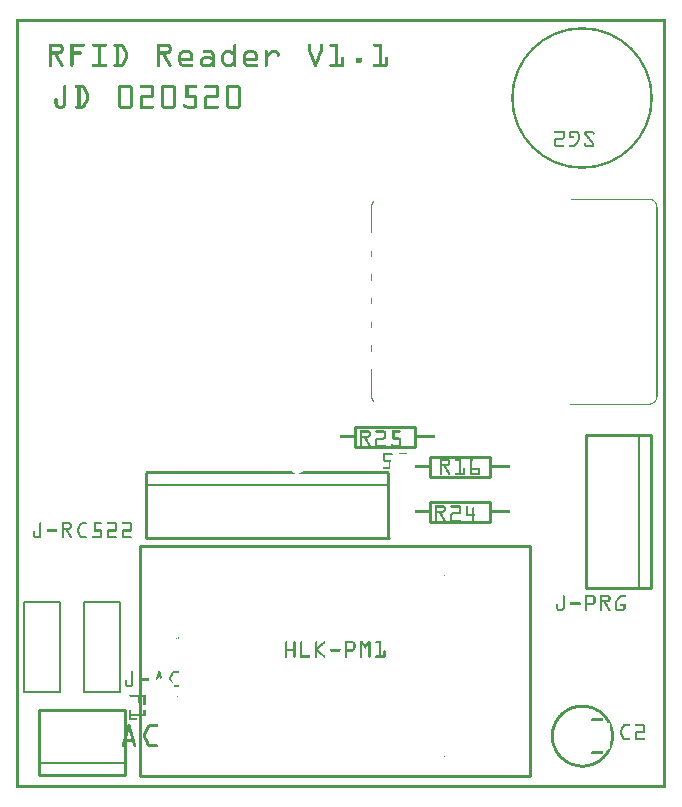
<source format=gto>
G04 MADE WITH FRITZING*
G04 WWW.FRITZING.ORG*
G04 DOUBLE SIDED*
G04 HOLES PLATED*
G04 CONTOUR ON CENTER OF CONTOUR VECTOR*
%ASAXBY*%
%FSLAX23Y23*%
%MOIN*%
%OFA0B0*%
%SFA1.0B1.0*%
%ADD10C,0.472566X0.456566*%
%ADD11R,1.311941X0.778933X1.289719X0.756711*%
%ADD12C,0.011111*%
%ADD13C,0.008000*%
%ADD14C,0.010000*%
%ADD15C,0.005000*%
%ADD16R,0.001000X0.001000*%
%LNSILK1*%
G90*
G70*
G54D10*
X1887Y2300D03*
G54D12*
X412Y809D02*
X1713Y809D01*
X1713Y41D01*
X412Y41D01*
X412Y809D01*
D02*
G54D13*
X27Y322D02*
X27Y622D01*
D02*
X27Y622D02*
X147Y622D01*
D02*
X147Y622D02*
X147Y322D01*
D02*
X147Y322D02*
X27Y322D01*
D02*
X347Y622D02*
X347Y322D01*
D02*
X347Y322D02*
X227Y322D01*
D02*
X227Y322D02*
X227Y622D01*
D02*
X227Y622D02*
X347Y622D01*
G54D14*
D02*
X432Y834D02*
X1242Y834D01*
D02*
X432Y1050D02*
X432Y834D01*
G54D15*
D02*
X1242Y1010D02*
X432Y1010D01*
G54D14*
D02*
X1899Y1177D02*
X1899Y667D01*
D02*
X1899Y667D02*
X2115Y667D01*
D02*
X2115Y667D02*
X2115Y1177D01*
D02*
X2115Y1177D02*
X1899Y1177D01*
G54D15*
D02*
X2075Y667D02*
X2075Y1177D01*
G54D14*
D02*
X361Y260D02*
X76Y260D01*
D02*
X76Y260D02*
X76Y44D01*
D02*
X76Y44D02*
X361Y44D01*
D02*
X361Y44D02*
X361Y260D01*
G54D15*
D02*
X76Y84D02*
X361Y84D01*
G54D14*
D02*
X1578Y889D02*
X1378Y889D01*
D02*
X1378Y889D02*
X1378Y955D01*
D02*
X1378Y955D02*
X1578Y955D01*
D02*
X1578Y955D02*
X1578Y889D01*
D02*
X1578Y1039D02*
X1378Y1039D01*
D02*
X1378Y1039D02*
X1378Y1105D01*
D02*
X1378Y1105D02*
X1578Y1105D01*
D02*
X1578Y1105D02*
X1578Y1039D01*
D02*
X1328Y1139D02*
X1128Y1139D01*
D02*
X1128Y1139D02*
X1128Y1205D01*
D02*
X1128Y1205D02*
X1328Y1205D01*
D02*
X1328Y1205D02*
X1328Y1139D01*
G54D16*
X0Y2562D02*
X2164Y2562D01*
X0Y2561D02*
X2164Y2561D01*
X0Y2560D02*
X2164Y2560D01*
X0Y2559D02*
X2164Y2559D01*
X0Y2558D02*
X2164Y2558D01*
X0Y2557D02*
X2164Y2557D01*
X0Y2556D02*
X2164Y2556D01*
X0Y2555D02*
X2164Y2555D01*
X0Y2554D02*
X7Y2554D01*
X2157Y2554D02*
X2164Y2554D01*
X0Y2553D02*
X7Y2553D01*
X2157Y2553D02*
X2164Y2553D01*
X0Y2552D02*
X7Y2552D01*
X2157Y2552D02*
X2164Y2552D01*
X0Y2551D02*
X7Y2551D01*
X2157Y2551D02*
X2164Y2551D01*
X0Y2550D02*
X7Y2550D01*
X2157Y2550D02*
X2164Y2550D01*
X0Y2549D02*
X7Y2549D01*
X2157Y2549D02*
X2164Y2549D01*
X0Y2548D02*
X7Y2548D01*
X2157Y2548D02*
X2164Y2548D01*
X0Y2547D02*
X7Y2547D01*
X2157Y2547D02*
X2164Y2547D01*
X0Y2546D02*
X7Y2546D01*
X2157Y2546D02*
X2164Y2546D01*
X0Y2545D02*
X7Y2545D01*
X2157Y2545D02*
X2164Y2545D01*
X0Y2544D02*
X7Y2544D01*
X2157Y2544D02*
X2164Y2544D01*
X0Y2543D02*
X7Y2543D01*
X2157Y2543D02*
X2164Y2543D01*
X0Y2542D02*
X7Y2542D01*
X2157Y2542D02*
X2164Y2542D01*
X0Y2541D02*
X7Y2541D01*
X2157Y2541D02*
X2164Y2541D01*
X0Y2540D02*
X7Y2540D01*
X2157Y2540D02*
X2164Y2540D01*
X0Y2539D02*
X7Y2539D01*
X2157Y2539D02*
X2164Y2539D01*
X0Y2538D02*
X7Y2538D01*
X2157Y2538D02*
X2164Y2538D01*
X0Y2537D02*
X7Y2537D01*
X2157Y2537D02*
X2164Y2537D01*
X0Y2536D02*
X7Y2536D01*
X2157Y2536D02*
X2164Y2536D01*
X0Y2535D02*
X7Y2535D01*
X2157Y2535D02*
X2164Y2535D01*
X0Y2534D02*
X7Y2534D01*
X2157Y2534D02*
X2164Y2534D01*
X0Y2533D02*
X7Y2533D01*
X2157Y2533D02*
X2164Y2533D01*
X0Y2532D02*
X7Y2532D01*
X2157Y2532D02*
X2164Y2532D01*
X0Y2531D02*
X7Y2531D01*
X2157Y2531D02*
X2164Y2531D01*
X0Y2530D02*
X7Y2530D01*
X2157Y2530D02*
X2164Y2530D01*
X0Y2529D02*
X7Y2529D01*
X2157Y2529D02*
X2164Y2529D01*
X0Y2528D02*
X7Y2528D01*
X2157Y2528D02*
X2164Y2528D01*
X0Y2527D02*
X7Y2527D01*
X2157Y2527D02*
X2164Y2527D01*
X0Y2526D02*
X7Y2526D01*
X2157Y2526D02*
X2164Y2526D01*
X0Y2525D02*
X7Y2525D01*
X2157Y2525D02*
X2164Y2525D01*
X0Y2524D02*
X7Y2524D01*
X2157Y2524D02*
X2164Y2524D01*
X0Y2523D02*
X7Y2523D01*
X2157Y2523D02*
X2164Y2523D01*
X0Y2522D02*
X7Y2522D01*
X2157Y2522D02*
X2164Y2522D01*
X0Y2521D02*
X7Y2521D01*
X2157Y2521D02*
X2164Y2521D01*
X0Y2520D02*
X7Y2520D01*
X2157Y2520D02*
X2164Y2520D01*
X0Y2519D02*
X7Y2519D01*
X2157Y2519D02*
X2164Y2519D01*
X0Y2518D02*
X7Y2518D01*
X2157Y2518D02*
X2164Y2518D01*
X0Y2517D02*
X7Y2517D01*
X2157Y2517D02*
X2164Y2517D01*
X0Y2516D02*
X7Y2516D01*
X2157Y2516D02*
X2164Y2516D01*
X0Y2515D02*
X7Y2515D01*
X2157Y2515D02*
X2164Y2515D01*
X0Y2514D02*
X7Y2514D01*
X2157Y2514D02*
X2164Y2514D01*
X0Y2513D02*
X7Y2513D01*
X2157Y2513D02*
X2164Y2513D01*
X0Y2512D02*
X7Y2512D01*
X2157Y2512D02*
X2164Y2512D01*
X0Y2511D02*
X7Y2511D01*
X2157Y2511D02*
X2164Y2511D01*
X0Y2510D02*
X7Y2510D01*
X2157Y2510D02*
X2164Y2510D01*
X0Y2509D02*
X7Y2509D01*
X2157Y2509D02*
X2164Y2509D01*
X0Y2508D02*
X7Y2508D01*
X2157Y2508D02*
X2164Y2508D01*
X0Y2507D02*
X7Y2507D01*
X2157Y2507D02*
X2164Y2507D01*
X0Y2506D02*
X7Y2506D01*
X2157Y2506D02*
X2164Y2506D01*
X0Y2505D02*
X7Y2505D01*
X2157Y2505D02*
X2164Y2505D01*
X0Y2504D02*
X7Y2504D01*
X2157Y2504D02*
X2164Y2504D01*
X0Y2503D02*
X7Y2503D01*
X2157Y2503D02*
X2164Y2503D01*
X0Y2502D02*
X7Y2502D01*
X2157Y2502D02*
X2164Y2502D01*
X0Y2501D02*
X7Y2501D01*
X2157Y2501D02*
X2164Y2501D01*
X0Y2500D02*
X7Y2500D01*
X2157Y2500D02*
X2164Y2500D01*
X0Y2499D02*
X7Y2499D01*
X2157Y2499D02*
X2164Y2499D01*
X0Y2498D02*
X7Y2498D01*
X2157Y2498D02*
X2164Y2498D01*
X0Y2497D02*
X7Y2497D01*
X2157Y2497D02*
X2164Y2497D01*
X0Y2496D02*
X7Y2496D01*
X2157Y2496D02*
X2164Y2496D01*
X0Y2495D02*
X7Y2495D01*
X2157Y2495D02*
X2164Y2495D01*
X0Y2494D02*
X7Y2494D01*
X2157Y2494D02*
X2164Y2494D01*
X0Y2493D02*
X7Y2493D01*
X2157Y2493D02*
X2164Y2493D01*
X0Y2492D02*
X7Y2492D01*
X2157Y2492D02*
X2164Y2492D01*
X0Y2491D02*
X7Y2491D01*
X2157Y2491D02*
X2164Y2491D01*
X0Y2490D02*
X7Y2490D01*
X2157Y2490D02*
X2164Y2490D01*
X0Y2489D02*
X7Y2489D01*
X2157Y2489D02*
X2164Y2489D01*
X0Y2488D02*
X7Y2488D01*
X2157Y2488D02*
X2164Y2488D01*
X0Y2487D02*
X7Y2487D01*
X2157Y2487D02*
X2164Y2487D01*
X0Y2486D02*
X7Y2486D01*
X2157Y2486D02*
X2164Y2486D01*
X0Y2485D02*
X7Y2485D01*
X2157Y2485D02*
X2164Y2485D01*
X0Y2484D02*
X7Y2484D01*
X2157Y2484D02*
X2164Y2484D01*
X0Y2483D02*
X7Y2483D01*
X2157Y2483D02*
X2164Y2483D01*
X0Y2482D02*
X7Y2482D01*
X2157Y2482D02*
X2164Y2482D01*
X0Y2481D02*
X7Y2481D01*
X108Y2481D02*
X146Y2481D01*
X180Y2481D02*
X226Y2481D01*
X255Y2481D02*
X298Y2481D01*
X327Y2481D02*
X351Y2481D01*
X468Y2481D02*
X506Y2481D01*
X727Y2481D02*
X730Y2481D01*
X975Y2481D02*
X979Y2481D01*
X1015Y2481D02*
X1018Y2481D01*
X1047Y2481D02*
X1073Y2481D01*
X1191Y2481D02*
X1217Y2481D01*
X2157Y2481D02*
X2164Y2481D01*
X0Y2480D02*
X7Y2480D01*
X108Y2480D02*
X149Y2480D01*
X180Y2480D02*
X228Y2480D01*
X254Y2480D02*
X300Y2480D01*
X326Y2480D02*
X354Y2480D01*
X468Y2480D02*
X509Y2480D01*
X725Y2480D02*
X732Y2480D01*
X974Y2480D02*
X980Y2480D01*
X1013Y2480D02*
X1020Y2480D01*
X1046Y2480D02*
X1073Y2480D01*
X1190Y2480D02*
X1217Y2480D01*
X2157Y2480D02*
X2164Y2480D01*
X0Y2479D02*
X7Y2479D01*
X108Y2479D02*
X150Y2479D01*
X180Y2479D02*
X228Y2479D01*
X253Y2479D02*
X300Y2479D01*
X325Y2479D02*
X355Y2479D01*
X468Y2479D02*
X510Y2479D01*
X725Y2479D02*
X732Y2479D01*
X973Y2479D02*
X981Y2479D01*
X1013Y2479D02*
X1020Y2479D01*
X1045Y2479D02*
X1073Y2479D01*
X1189Y2479D02*
X1217Y2479D01*
X2157Y2479D02*
X2164Y2479D01*
X0Y2478D02*
X7Y2478D01*
X108Y2478D02*
X152Y2478D01*
X180Y2478D02*
X229Y2478D01*
X253Y2478D02*
X301Y2478D01*
X325Y2478D02*
X356Y2478D01*
X468Y2478D02*
X512Y2478D01*
X724Y2478D02*
X733Y2478D01*
X973Y2478D02*
X981Y2478D01*
X1012Y2478D02*
X1021Y2478D01*
X1045Y2478D02*
X1073Y2478D01*
X1188Y2478D02*
X1217Y2478D01*
X2157Y2478D02*
X2164Y2478D01*
X0Y2477D02*
X7Y2477D01*
X108Y2477D02*
X153Y2477D01*
X180Y2477D02*
X229Y2477D01*
X252Y2477D02*
X301Y2477D01*
X324Y2477D02*
X358Y2477D01*
X468Y2477D02*
X513Y2477D01*
X724Y2477D02*
X733Y2477D01*
X972Y2477D02*
X981Y2477D01*
X1012Y2477D02*
X1021Y2477D01*
X1044Y2477D02*
X1073Y2477D01*
X1188Y2477D02*
X1217Y2477D01*
X2157Y2477D02*
X2164Y2477D01*
X0Y2476D02*
X7Y2476D01*
X108Y2476D02*
X154Y2476D01*
X180Y2476D02*
X229Y2476D01*
X252Y2476D02*
X301Y2476D01*
X324Y2476D02*
X359Y2476D01*
X468Y2476D02*
X514Y2476D01*
X724Y2476D02*
X733Y2476D01*
X972Y2476D02*
X981Y2476D01*
X1012Y2476D02*
X1021Y2476D01*
X1044Y2476D02*
X1073Y2476D01*
X1188Y2476D02*
X1217Y2476D01*
X2157Y2476D02*
X2164Y2476D01*
X0Y2475D02*
X7Y2475D01*
X108Y2475D02*
X154Y2475D01*
X180Y2475D02*
X229Y2475D01*
X253Y2475D02*
X301Y2475D01*
X325Y2475D02*
X359Y2475D01*
X468Y2475D02*
X514Y2475D01*
X724Y2475D02*
X733Y2475D01*
X972Y2475D02*
X981Y2475D01*
X1012Y2475D02*
X1021Y2475D01*
X1045Y2475D02*
X1073Y2475D01*
X1189Y2475D02*
X1217Y2475D01*
X2157Y2475D02*
X2164Y2475D01*
X0Y2474D02*
X7Y2474D01*
X108Y2474D02*
X155Y2474D01*
X180Y2474D02*
X228Y2474D01*
X253Y2474D02*
X300Y2474D01*
X325Y2474D02*
X360Y2474D01*
X468Y2474D02*
X515Y2474D01*
X724Y2474D02*
X733Y2474D01*
X972Y2474D02*
X981Y2474D01*
X1012Y2474D02*
X1021Y2474D01*
X1045Y2474D02*
X1073Y2474D01*
X1189Y2474D02*
X1217Y2474D01*
X2157Y2474D02*
X2164Y2474D01*
X0Y2473D02*
X7Y2473D01*
X108Y2473D02*
X156Y2473D01*
X180Y2473D02*
X228Y2473D01*
X254Y2473D02*
X300Y2473D01*
X326Y2473D02*
X361Y2473D01*
X468Y2473D02*
X516Y2473D01*
X724Y2473D02*
X733Y2473D01*
X972Y2473D02*
X981Y2473D01*
X1012Y2473D02*
X1021Y2473D01*
X1046Y2473D02*
X1073Y2473D01*
X1190Y2473D02*
X1217Y2473D01*
X2157Y2473D02*
X2164Y2473D01*
X0Y2472D02*
X7Y2472D01*
X108Y2472D02*
X156Y2472D01*
X180Y2472D02*
X226Y2472D01*
X255Y2472D02*
X298Y2472D01*
X327Y2472D02*
X361Y2472D01*
X468Y2472D02*
X516Y2472D01*
X724Y2472D02*
X733Y2472D01*
X972Y2472D02*
X981Y2472D01*
X1012Y2472D02*
X1021Y2472D01*
X1047Y2472D02*
X1073Y2472D01*
X1191Y2472D02*
X1217Y2472D01*
X2157Y2472D02*
X2164Y2472D01*
X0Y2471D02*
X7Y2471D01*
X108Y2471D02*
X118Y2471D01*
X145Y2471D02*
X156Y2471D01*
X180Y2471D02*
X190Y2471D01*
X272Y2471D02*
X281Y2471D01*
X334Y2471D02*
X343Y2471D01*
X350Y2471D02*
X362Y2471D01*
X468Y2471D02*
X477Y2471D01*
X505Y2471D02*
X516Y2471D01*
X724Y2471D02*
X733Y2471D01*
X972Y2471D02*
X981Y2471D01*
X1012Y2471D02*
X1021Y2471D01*
X1064Y2471D02*
X1073Y2471D01*
X1208Y2471D02*
X1217Y2471D01*
X2157Y2471D02*
X2164Y2471D01*
X0Y2470D02*
X7Y2470D01*
X108Y2470D02*
X118Y2470D01*
X146Y2470D02*
X157Y2470D01*
X180Y2470D02*
X190Y2470D01*
X272Y2470D02*
X281Y2470D01*
X334Y2470D02*
X343Y2470D01*
X351Y2470D02*
X362Y2470D01*
X468Y2470D02*
X477Y2470D01*
X506Y2470D02*
X517Y2470D01*
X724Y2470D02*
X733Y2470D01*
X972Y2470D02*
X981Y2470D01*
X1012Y2470D02*
X1021Y2470D01*
X1064Y2470D02*
X1073Y2470D01*
X1208Y2470D02*
X1217Y2470D01*
X2157Y2470D02*
X2164Y2470D01*
X0Y2469D02*
X7Y2469D01*
X108Y2469D02*
X118Y2469D01*
X147Y2469D02*
X157Y2469D01*
X180Y2469D02*
X190Y2469D01*
X272Y2469D02*
X281Y2469D01*
X334Y2469D02*
X343Y2469D01*
X352Y2469D02*
X363Y2469D01*
X468Y2469D02*
X477Y2469D01*
X507Y2469D02*
X517Y2469D01*
X724Y2469D02*
X733Y2469D01*
X972Y2469D02*
X981Y2469D01*
X1012Y2469D02*
X1021Y2469D01*
X1064Y2469D02*
X1073Y2469D01*
X1208Y2469D02*
X1217Y2469D01*
X2157Y2469D02*
X2164Y2469D01*
X0Y2468D02*
X7Y2468D01*
X108Y2468D02*
X118Y2468D01*
X148Y2468D02*
X157Y2468D01*
X180Y2468D02*
X190Y2468D01*
X272Y2468D02*
X281Y2468D01*
X334Y2468D02*
X343Y2468D01*
X353Y2468D02*
X363Y2468D01*
X468Y2468D02*
X477Y2468D01*
X508Y2468D02*
X517Y2468D01*
X724Y2468D02*
X733Y2468D01*
X972Y2468D02*
X981Y2468D01*
X1012Y2468D02*
X1021Y2468D01*
X1064Y2468D02*
X1073Y2468D01*
X1208Y2468D02*
X1217Y2468D01*
X2157Y2468D02*
X2164Y2468D01*
X0Y2467D02*
X7Y2467D01*
X108Y2467D02*
X118Y2467D01*
X148Y2467D02*
X157Y2467D01*
X180Y2467D02*
X190Y2467D01*
X272Y2467D02*
X281Y2467D01*
X334Y2467D02*
X343Y2467D01*
X353Y2467D02*
X364Y2467D01*
X468Y2467D02*
X477Y2467D01*
X508Y2467D02*
X517Y2467D01*
X724Y2467D02*
X733Y2467D01*
X972Y2467D02*
X981Y2467D01*
X1012Y2467D02*
X1021Y2467D01*
X1064Y2467D02*
X1073Y2467D01*
X1208Y2467D02*
X1217Y2467D01*
X2157Y2467D02*
X2164Y2467D01*
X0Y2466D02*
X7Y2466D01*
X108Y2466D02*
X118Y2466D01*
X148Y2466D02*
X157Y2466D01*
X180Y2466D02*
X190Y2466D01*
X272Y2466D02*
X281Y2466D01*
X334Y2466D02*
X343Y2466D01*
X354Y2466D02*
X364Y2466D01*
X468Y2466D02*
X477Y2466D01*
X508Y2466D02*
X517Y2466D01*
X724Y2466D02*
X733Y2466D01*
X972Y2466D02*
X981Y2466D01*
X1012Y2466D02*
X1021Y2466D01*
X1064Y2466D02*
X1073Y2466D01*
X1208Y2466D02*
X1217Y2466D01*
X2157Y2466D02*
X2164Y2466D01*
X0Y2465D02*
X7Y2465D01*
X108Y2465D02*
X118Y2465D01*
X148Y2465D02*
X157Y2465D01*
X180Y2465D02*
X190Y2465D01*
X272Y2465D02*
X281Y2465D01*
X334Y2465D02*
X343Y2465D01*
X354Y2465D02*
X365Y2465D01*
X468Y2465D02*
X477Y2465D01*
X508Y2465D02*
X517Y2465D01*
X724Y2465D02*
X733Y2465D01*
X972Y2465D02*
X981Y2465D01*
X1012Y2465D02*
X1021Y2465D01*
X1064Y2465D02*
X1073Y2465D01*
X1208Y2465D02*
X1217Y2465D01*
X2157Y2465D02*
X2164Y2465D01*
X0Y2464D02*
X7Y2464D01*
X108Y2464D02*
X118Y2464D01*
X148Y2464D02*
X157Y2464D01*
X180Y2464D02*
X190Y2464D01*
X272Y2464D02*
X281Y2464D01*
X334Y2464D02*
X343Y2464D01*
X355Y2464D02*
X365Y2464D01*
X468Y2464D02*
X477Y2464D01*
X508Y2464D02*
X517Y2464D01*
X724Y2464D02*
X733Y2464D01*
X972Y2464D02*
X981Y2464D01*
X1012Y2464D02*
X1021Y2464D01*
X1064Y2464D02*
X1073Y2464D01*
X1208Y2464D02*
X1217Y2464D01*
X2157Y2464D02*
X2164Y2464D01*
X0Y2463D02*
X7Y2463D01*
X108Y2463D02*
X118Y2463D01*
X148Y2463D02*
X157Y2463D01*
X180Y2463D02*
X190Y2463D01*
X272Y2463D02*
X281Y2463D01*
X334Y2463D02*
X343Y2463D01*
X355Y2463D02*
X366Y2463D01*
X468Y2463D02*
X477Y2463D01*
X508Y2463D02*
X517Y2463D01*
X724Y2463D02*
X733Y2463D01*
X972Y2463D02*
X981Y2463D01*
X1012Y2463D02*
X1021Y2463D01*
X1064Y2463D02*
X1073Y2463D01*
X1208Y2463D02*
X1217Y2463D01*
X2157Y2463D02*
X2164Y2463D01*
X0Y2462D02*
X7Y2462D01*
X108Y2462D02*
X118Y2462D01*
X148Y2462D02*
X157Y2462D01*
X180Y2462D02*
X190Y2462D01*
X272Y2462D02*
X281Y2462D01*
X334Y2462D02*
X343Y2462D01*
X356Y2462D02*
X366Y2462D01*
X468Y2462D02*
X477Y2462D01*
X508Y2462D02*
X517Y2462D01*
X724Y2462D02*
X733Y2462D01*
X972Y2462D02*
X981Y2462D01*
X1012Y2462D02*
X1021Y2462D01*
X1064Y2462D02*
X1073Y2462D01*
X1208Y2462D02*
X1217Y2462D01*
X2157Y2462D02*
X2164Y2462D01*
X0Y2461D02*
X7Y2461D01*
X108Y2461D02*
X118Y2461D01*
X148Y2461D02*
X157Y2461D01*
X180Y2461D02*
X190Y2461D01*
X272Y2461D02*
X281Y2461D01*
X334Y2461D02*
X343Y2461D01*
X356Y2461D02*
X367Y2461D01*
X468Y2461D02*
X477Y2461D01*
X508Y2461D02*
X517Y2461D01*
X724Y2461D02*
X733Y2461D01*
X972Y2461D02*
X981Y2461D01*
X1012Y2461D02*
X1021Y2461D01*
X1064Y2461D02*
X1073Y2461D01*
X1208Y2461D02*
X1217Y2461D01*
X2157Y2461D02*
X2164Y2461D01*
X0Y2460D02*
X7Y2460D01*
X108Y2460D02*
X118Y2460D01*
X148Y2460D02*
X157Y2460D01*
X180Y2460D02*
X190Y2460D01*
X272Y2460D02*
X281Y2460D01*
X334Y2460D02*
X343Y2460D01*
X357Y2460D02*
X367Y2460D01*
X468Y2460D02*
X477Y2460D01*
X508Y2460D02*
X517Y2460D01*
X556Y2460D02*
X574Y2460D01*
X625Y2460D02*
X648Y2460D01*
X700Y2460D02*
X713Y2460D01*
X724Y2460D02*
X733Y2460D01*
X772Y2460D02*
X790Y2460D01*
X831Y2460D02*
X834Y2460D01*
X851Y2460D02*
X865Y2460D01*
X972Y2460D02*
X982Y2460D01*
X1012Y2460D02*
X1021Y2460D01*
X1064Y2460D02*
X1073Y2460D01*
X1208Y2460D02*
X1217Y2460D01*
X2157Y2460D02*
X2164Y2460D01*
X0Y2459D02*
X7Y2459D01*
X108Y2459D02*
X118Y2459D01*
X147Y2459D02*
X157Y2459D01*
X180Y2459D02*
X190Y2459D01*
X272Y2459D02*
X281Y2459D01*
X334Y2459D02*
X343Y2459D01*
X357Y2459D02*
X368Y2459D01*
X468Y2459D02*
X477Y2459D01*
X507Y2459D02*
X517Y2459D01*
X553Y2459D02*
X577Y2459D01*
X624Y2459D02*
X651Y2459D01*
X697Y2459D02*
X716Y2459D01*
X724Y2459D02*
X733Y2459D01*
X769Y2459D02*
X793Y2459D01*
X830Y2459D02*
X836Y2459D01*
X850Y2459D02*
X868Y2459D01*
X972Y2459D02*
X982Y2459D01*
X1011Y2459D02*
X1021Y2459D01*
X1064Y2459D02*
X1073Y2459D01*
X1208Y2459D02*
X1217Y2459D01*
X2157Y2459D02*
X2164Y2459D01*
X0Y2458D02*
X7Y2458D01*
X108Y2458D02*
X118Y2458D01*
X147Y2458D02*
X157Y2458D01*
X180Y2458D02*
X190Y2458D01*
X272Y2458D02*
X281Y2458D01*
X334Y2458D02*
X343Y2458D01*
X358Y2458D02*
X368Y2458D01*
X468Y2458D02*
X477Y2458D01*
X507Y2458D02*
X517Y2458D01*
X551Y2458D02*
X579Y2458D01*
X623Y2458D02*
X653Y2458D01*
X695Y2458D02*
X717Y2458D01*
X724Y2458D02*
X733Y2458D01*
X767Y2458D02*
X795Y2458D01*
X829Y2458D02*
X837Y2458D01*
X848Y2458D02*
X870Y2458D01*
X972Y2458D02*
X982Y2458D01*
X1011Y2458D02*
X1021Y2458D01*
X1064Y2458D02*
X1073Y2458D01*
X1208Y2458D02*
X1217Y2458D01*
X2157Y2458D02*
X2164Y2458D01*
X0Y2457D02*
X7Y2457D01*
X108Y2457D02*
X118Y2457D01*
X146Y2457D02*
X157Y2457D01*
X180Y2457D02*
X190Y2457D01*
X272Y2457D02*
X281Y2457D01*
X334Y2457D02*
X343Y2457D01*
X358Y2457D02*
X369Y2457D01*
X468Y2457D02*
X477Y2457D01*
X506Y2457D02*
X516Y2457D01*
X550Y2457D02*
X580Y2457D01*
X623Y2457D02*
X654Y2457D01*
X693Y2457D02*
X719Y2457D01*
X724Y2457D02*
X733Y2457D01*
X765Y2457D02*
X796Y2457D01*
X829Y2457D02*
X837Y2457D01*
X847Y2457D02*
X871Y2457D01*
X973Y2457D02*
X983Y2457D01*
X1011Y2457D02*
X1020Y2457D01*
X1064Y2457D02*
X1073Y2457D01*
X1208Y2457D02*
X1217Y2457D01*
X2157Y2457D02*
X2164Y2457D01*
X0Y2456D02*
X7Y2456D01*
X108Y2456D02*
X156Y2456D01*
X180Y2456D02*
X215Y2456D01*
X272Y2456D02*
X281Y2456D01*
X334Y2456D02*
X343Y2456D01*
X359Y2456D02*
X369Y2456D01*
X468Y2456D02*
X516Y2456D01*
X548Y2456D02*
X581Y2456D01*
X622Y2456D02*
X655Y2456D01*
X692Y2456D02*
X720Y2456D01*
X724Y2456D02*
X733Y2456D01*
X764Y2456D02*
X797Y2456D01*
X828Y2456D02*
X837Y2456D01*
X846Y2456D02*
X873Y2456D01*
X973Y2456D02*
X983Y2456D01*
X1010Y2456D02*
X1020Y2456D01*
X1064Y2456D02*
X1073Y2456D01*
X1208Y2456D02*
X1217Y2456D01*
X2157Y2456D02*
X2164Y2456D01*
X0Y2455D02*
X7Y2455D01*
X108Y2455D02*
X156Y2455D01*
X180Y2455D02*
X217Y2455D01*
X272Y2455D02*
X281Y2455D01*
X334Y2455D02*
X343Y2455D01*
X359Y2455D02*
X370Y2455D01*
X468Y2455D02*
X516Y2455D01*
X547Y2455D02*
X582Y2455D01*
X622Y2455D02*
X656Y2455D01*
X691Y2455D02*
X721Y2455D01*
X724Y2455D02*
X733Y2455D01*
X763Y2455D02*
X798Y2455D01*
X828Y2455D02*
X837Y2455D01*
X845Y2455D02*
X873Y2455D01*
X974Y2455D02*
X984Y2455D01*
X1010Y2455D02*
X1020Y2455D01*
X1064Y2455D02*
X1073Y2455D01*
X1208Y2455D02*
X1217Y2455D01*
X2157Y2455D02*
X2164Y2455D01*
X0Y2454D02*
X7Y2454D01*
X108Y2454D02*
X155Y2454D01*
X180Y2454D02*
X218Y2454D01*
X272Y2454D02*
X281Y2454D01*
X334Y2454D02*
X343Y2454D01*
X360Y2454D02*
X370Y2454D01*
X468Y2454D02*
X515Y2454D01*
X546Y2454D02*
X584Y2454D01*
X622Y2454D02*
X657Y2454D01*
X690Y2454D02*
X722Y2454D01*
X724Y2454D02*
X733Y2454D01*
X762Y2454D02*
X799Y2454D01*
X828Y2454D02*
X837Y2454D01*
X844Y2454D02*
X874Y2454D01*
X974Y2454D02*
X984Y2454D01*
X1009Y2454D02*
X1019Y2454D01*
X1064Y2454D02*
X1073Y2454D01*
X1208Y2454D02*
X1217Y2454D01*
X2157Y2454D02*
X2164Y2454D01*
X0Y2453D02*
X7Y2453D01*
X108Y2453D02*
X155Y2453D01*
X180Y2453D02*
X219Y2453D01*
X272Y2453D02*
X281Y2453D01*
X334Y2453D02*
X343Y2453D01*
X360Y2453D02*
X371Y2453D01*
X468Y2453D02*
X515Y2453D01*
X545Y2453D02*
X585Y2453D01*
X623Y2453D02*
X658Y2453D01*
X689Y2453D02*
X733Y2453D01*
X761Y2453D02*
X800Y2453D01*
X828Y2453D02*
X837Y2453D01*
X843Y2453D02*
X875Y2453D01*
X974Y2453D02*
X984Y2453D01*
X1009Y2453D02*
X1019Y2453D01*
X1064Y2453D02*
X1073Y2453D01*
X1208Y2453D02*
X1217Y2453D01*
X2157Y2453D02*
X2164Y2453D01*
X0Y2452D02*
X7Y2452D01*
X108Y2452D02*
X154Y2452D01*
X180Y2452D02*
X219Y2452D01*
X272Y2452D02*
X281Y2452D01*
X334Y2452D02*
X343Y2452D01*
X361Y2452D02*
X371Y2452D01*
X468Y2452D02*
X514Y2452D01*
X544Y2452D02*
X585Y2452D01*
X624Y2452D02*
X658Y2452D01*
X688Y2452D02*
X733Y2452D01*
X760Y2452D02*
X801Y2452D01*
X828Y2452D02*
X837Y2452D01*
X841Y2452D02*
X875Y2452D01*
X975Y2452D02*
X985Y2452D01*
X1009Y2452D02*
X1018Y2452D01*
X1064Y2452D02*
X1073Y2452D01*
X1208Y2452D02*
X1217Y2452D01*
X2157Y2452D02*
X2164Y2452D01*
X0Y2451D02*
X7Y2451D01*
X108Y2451D02*
X153Y2451D01*
X180Y2451D02*
X219Y2451D01*
X272Y2451D02*
X281Y2451D01*
X334Y2451D02*
X343Y2451D01*
X361Y2451D02*
X371Y2451D01*
X468Y2451D02*
X513Y2451D01*
X543Y2451D02*
X586Y2451D01*
X625Y2451D02*
X659Y2451D01*
X687Y2451D02*
X733Y2451D01*
X759Y2451D02*
X802Y2451D01*
X828Y2451D02*
X837Y2451D01*
X840Y2451D02*
X876Y2451D01*
X975Y2451D02*
X985Y2451D01*
X1008Y2451D02*
X1018Y2451D01*
X1064Y2451D02*
X1073Y2451D01*
X1208Y2451D02*
X1217Y2451D01*
X2157Y2451D02*
X2164Y2451D01*
X0Y2450D02*
X7Y2450D01*
X108Y2450D02*
X152Y2450D01*
X180Y2450D02*
X219Y2450D01*
X272Y2450D02*
X281Y2450D01*
X334Y2450D02*
X343Y2450D01*
X362Y2450D02*
X372Y2450D01*
X468Y2450D02*
X512Y2450D01*
X543Y2450D02*
X556Y2450D01*
X573Y2450D02*
X587Y2450D01*
X648Y2450D02*
X659Y2450D01*
X686Y2450D02*
X700Y2450D01*
X712Y2450D02*
X733Y2450D01*
X759Y2450D02*
X772Y2450D01*
X789Y2450D02*
X803Y2450D01*
X828Y2450D02*
X837Y2450D01*
X839Y2450D02*
X854Y2450D01*
X865Y2450D02*
X876Y2450D01*
X976Y2450D02*
X985Y2450D01*
X1008Y2450D02*
X1018Y2450D01*
X1064Y2450D02*
X1073Y2450D01*
X1208Y2450D02*
X1217Y2450D01*
X2157Y2450D02*
X2164Y2450D01*
X0Y2449D02*
X7Y2449D01*
X108Y2449D02*
X151Y2449D01*
X180Y2449D02*
X219Y2449D01*
X272Y2449D02*
X281Y2449D01*
X334Y2449D02*
X343Y2449D01*
X362Y2449D02*
X372Y2449D01*
X468Y2449D02*
X511Y2449D01*
X542Y2449D02*
X555Y2449D01*
X575Y2449D02*
X588Y2449D01*
X649Y2449D02*
X659Y2449D01*
X686Y2449D02*
X699Y2449D01*
X714Y2449D02*
X733Y2449D01*
X758Y2449D02*
X771Y2449D01*
X791Y2449D02*
X803Y2449D01*
X828Y2449D02*
X852Y2449D01*
X866Y2449D02*
X877Y2449D01*
X976Y2449D02*
X986Y2449D01*
X1007Y2449D02*
X1017Y2449D01*
X1064Y2449D02*
X1073Y2449D01*
X1208Y2449D02*
X1217Y2449D01*
X2157Y2449D02*
X2164Y2449D01*
X0Y2448D02*
X7Y2448D01*
X108Y2448D02*
X149Y2448D01*
X180Y2448D02*
X218Y2448D01*
X272Y2448D02*
X281Y2448D01*
X334Y2448D02*
X343Y2448D01*
X363Y2448D02*
X372Y2448D01*
X468Y2448D02*
X509Y2448D01*
X542Y2448D02*
X553Y2448D01*
X576Y2448D02*
X588Y2448D01*
X650Y2448D02*
X660Y2448D01*
X685Y2448D02*
X697Y2448D01*
X715Y2448D02*
X733Y2448D01*
X758Y2448D02*
X769Y2448D01*
X792Y2448D02*
X804Y2448D01*
X828Y2448D02*
X851Y2448D01*
X867Y2448D02*
X877Y2448D01*
X976Y2448D02*
X986Y2448D01*
X1007Y2448D02*
X1017Y2448D01*
X1064Y2448D02*
X1073Y2448D01*
X1208Y2448D02*
X1217Y2448D01*
X2157Y2448D02*
X2164Y2448D01*
X0Y2447D02*
X7Y2447D01*
X108Y2447D02*
X147Y2447D01*
X180Y2447D02*
X217Y2447D01*
X272Y2447D02*
X281Y2447D01*
X334Y2447D02*
X343Y2447D01*
X363Y2447D02*
X373Y2447D01*
X468Y2447D02*
X507Y2447D01*
X541Y2447D02*
X552Y2447D01*
X578Y2447D02*
X588Y2447D01*
X650Y2447D02*
X660Y2447D01*
X685Y2447D02*
X696Y2447D01*
X716Y2447D02*
X733Y2447D01*
X757Y2447D02*
X768Y2447D01*
X794Y2447D02*
X804Y2447D01*
X828Y2447D02*
X850Y2447D01*
X868Y2447D02*
X877Y2447D01*
X977Y2447D02*
X987Y2447D01*
X1007Y2447D02*
X1017Y2447D01*
X1064Y2447D02*
X1073Y2447D01*
X1208Y2447D02*
X1217Y2447D01*
X2157Y2447D02*
X2164Y2447D01*
X0Y2446D02*
X7Y2446D01*
X108Y2446D02*
X142Y2446D01*
X180Y2446D02*
X214Y2446D01*
X272Y2446D02*
X281Y2446D01*
X334Y2446D02*
X343Y2446D01*
X364Y2446D02*
X373Y2446D01*
X468Y2446D02*
X502Y2446D01*
X541Y2446D02*
X551Y2446D01*
X579Y2446D02*
X589Y2446D01*
X650Y2446D02*
X660Y2446D01*
X685Y2446D02*
X695Y2446D01*
X717Y2446D02*
X733Y2446D01*
X757Y2446D02*
X767Y2446D01*
X794Y2446D02*
X805Y2446D01*
X828Y2446D02*
X849Y2446D01*
X868Y2446D02*
X877Y2446D01*
X977Y2446D02*
X987Y2446D01*
X1006Y2446D02*
X1016Y2446D01*
X1064Y2446D02*
X1073Y2446D01*
X1208Y2446D02*
X1217Y2446D01*
X2157Y2446D02*
X2164Y2446D01*
X0Y2445D02*
X7Y2445D01*
X108Y2445D02*
X118Y2445D01*
X126Y2445D02*
X137Y2445D01*
X180Y2445D02*
X190Y2445D01*
X272Y2445D02*
X281Y2445D01*
X334Y2445D02*
X343Y2445D01*
X364Y2445D02*
X373Y2445D01*
X468Y2445D02*
X477Y2445D01*
X486Y2445D02*
X497Y2445D01*
X541Y2445D02*
X550Y2445D01*
X579Y2445D02*
X589Y2445D01*
X651Y2445D02*
X660Y2445D01*
X685Y2445D02*
X694Y2445D01*
X718Y2445D02*
X733Y2445D01*
X757Y2445D02*
X766Y2445D01*
X795Y2445D02*
X805Y2445D01*
X828Y2445D02*
X848Y2445D01*
X868Y2445D02*
X877Y2445D01*
X978Y2445D02*
X987Y2445D01*
X1006Y2445D02*
X1016Y2445D01*
X1064Y2445D02*
X1073Y2445D01*
X1208Y2445D02*
X1217Y2445D01*
X2157Y2445D02*
X2164Y2445D01*
X0Y2444D02*
X7Y2444D01*
X108Y2444D02*
X118Y2444D01*
X127Y2444D02*
X137Y2444D01*
X180Y2444D02*
X190Y2444D01*
X272Y2444D02*
X281Y2444D01*
X334Y2444D02*
X343Y2444D01*
X364Y2444D02*
X373Y2444D01*
X468Y2444D02*
X477Y2444D01*
X487Y2444D02*
X497Y2444D01*
X541Y2444D02*
X550Y2444D01*
X580Y2444D02*
X589Y2444D01*
X651Y2444D02*
X660Y2444D01*
X684Y2444D02*
X694Y2444D01*
X720Y2444D02*
X733Y2444D01*
X757Y2444D02*
X766Y2444D01*
X796Y2444D02*
X805Y2444D01*
X828Y2444D02*
X847Y2444D01*
X868Y2444D02*
X877Y2444D01*
X978Y2444D02*
X988Y2444D01*
X1006Y2444D02*
X1015Y2444D01*
X1064Y2444D02*
X1073Y2444D01*
X1208Y2444D02*
X1217Y2444D01*
X2157Y2444D02*
X2164Y2444D01*
X0Y2443D02*
X7Y2443D01*
X108Y2443D02*
X118Y2443D01*
X127Y2443D02*
X138Y2443D01*
X180Y2443D02*
X190Y2443D01*
X272Y2443D02*
X281Y2443D01*
X334Y2443D02*
X343Y2443D01*
X364Y2443D02*
X373Y2443D01*
X468Y2443D02*
X477Y2443D01*
X487Y2443D02*
X498Y2443D01*
X540Y2443D02*
X550Y2443D01*
X580Y2443D02*
X589Y2443D01*
X651Y2443D02*
X660Y2443D01*
X684Y2443D02*
X693Y2443D01*
X721Y2443D02*
X733Y2443D01*
X756Y2443D02*
X765Y2443D01*
X796Y2443D02*
X805Y2443D01*
X828Y2443D02*
X846Y2443D01*
X868Y2443D02*
X877Y2443D01*
X978Y2443D02*
X988Y2443D01*
X1005Y2443D02*
X1015Y2443D01*
X1064Y2443D02*
X1073Y2443D01*
X1208Y2443D02*
X1217Y2443D01*
X2157Y2443D02*
X2164Y2443D01*
X0Y2442D02*
X7Y2442D01*
X108Y2442D02*
X118Y2442D01*
X128Y2442D02*
X139Y2442D01*
X180Y2442D02*
X190Y2442D01*
X272Y2442D02*
X281Y2442D01*
X334Y2442D02*
X343Y2442D01*
X364Y2442D02*
X373Y2442D01*
X468Y2442D02*
X477Y2442D01*
X488Y2442D02*
X498Y2442D01*
X540Y2442D02*
X549Y2442D01*
X580Y2442D02*
X589Y2442D01*
X651Y2442D02*
X660Y2442D01*
X684Y2442D02*
X693Y2442D01*
X722Y2442D02*
X733Y2442D01*
X756Y2442D02*
X765Y2442D01*
X796Y2442D02*
X805Y2442D01*
X828Y2442D02*
X844Y2442D01*
X868Y2442D02*
X877Y2442D01*
X979Y2442D02*
X989Y2442D01*
X1005Y2442D02*
X1015Y2442D01*
X1064Y2442D02*
X1073Y2442D01*
X1208Y2442D02*
X1217Y2442D01*
X2157Y2442D02*
X2164Y2442D01*
X0Y2441D02*
X7Y2441D01*
X108Y2441D02*
X118Y2441D01*
X128Y2441D02*
X139Y2441D01*
X180Y2441D02*
X190Y2441D01*
X272Y2441D02*
X281Y2441D01*
X334Y2441D02*
X343Y2441D01*
X364Y2441D02*
X373Y2441D01*
X468Y2441D02*
X477Y2441D01*
X488Y2441D02*
X499Y2441D01*
X540Y2441D02*
X549Y2441D01*
X580Y2441D02*
X589Y2441D01*
X651Y2441D02*
X660Y2441D01*
X684Y2441D02*
X693Y2441D01*
X723Y2441D02*
X733Y2441D01*
X756Y2441D02*
X765Y2441D01*
X796Y2441D02*
X805Y2441D01*
X828Y2441D02*
X843Y2441D01*
X868Y2441D02*
X877Y2441D01*
X979Y2441D02*
X989Y2441D01*
X1004Y2441D02*
X1014Y2441D01*
X1064Y2441D02*
X1073Y2441D01*
X1208Y2441D02*
X1217Y2441D01*
X2157Y2441D02*
X2164Y2441D01*
X0Y2440D02*
X7Y2440D01*
X108Y2440D02*
X118Y2440D01*
X129Y2440D02*
X140Y2440D01*
X180Y2440D02*
X190Y2440D01*
X272Y2440D02*
X281Y2440D01*
X334Y2440D02*
X343Y2440D01*
X364Y2440D02*
X373Y2440D01*
X468Y2440D02*
X477Y2440D01*
X489Y2440D02*
X500Y2440D01*
X540Y2440D02*
X549Y2440D01*
X580Y2440D02*
X589Y2440D01*
X651Y2440D02*
X660Y2440D01*
X684Y2440D02*
X693Y2440D01*
X723Y2440D02*
X733Y2440D01*
X756Y2440D02*
X765Y2440D01*
X796Y2440D02*
X805Y2440D01*
X828Y2440D02*
X842Y2440D01*
X869Y2440D02*
X876Y2440D01*
X979Y2440D02*
X989Y2440D01*
X1004Y2440D02*
X1014Y2440D01*
X1064Y2440D02*
X1073Y2440D01*
X1208Y2440D02*
X1217Y2440D01*
X2157Y2440D02*
X2164Y2440D01*
X0Y2439D02*
X7Y2439D01*
X108Y2439D02*
X118Y2439D01*
X129Y2439D02*
X140Y2439D01*
X180Y2439D02*
X190Y2439D01*
X272Y2439D02*
X281Y2439D01*
X334Y2439D02*
X343Y2439D01*
X363Y2439D02*
X373Y2439D01*
X468Y2439D02*
X477Y2439D01*
X489Y2439D02*
X500Y2439D01*
X540Y2439D02*
X549Y2439D01*
X580Y2439D02*
X589Y2439D01*
X625Y2439D02*
X648Y2439D01*
X651Y2439D02*
X660Y2439D01*
X684Y2439D02*
X693Y2439D01*
X724Y2439D02*
X733Y2439D01*
X756Y2439D02*
X765Y2439D01*
X796Y2439D02*
X805Y2439D01*
X828Y2439D02*
X841Y2439D01*
X870Y2439D02*
X875Y2439D01*
X980Y2439D02*
X990Y2439D01*
X1004Y2439D02*
X1013Y2439D01*
X1064Y2439D02*
X1073Y2439D01*
X1088Y2439D02*
X1089Y2439D01*
X1208Y2439D02*
X1217Y2439D01*
X1232Y2439D02*
X1233Y2439D01*
X2157Y2439D02*
X2164Y2439D01*
X0Y2438D02*
X7Y2438D01*
X108Y2438D02*
X118Y2438D01*
X130Y2438D02*
X141Y2438D01*
X180Y2438D02*
X190Y2438D01*
X272Y2438D02*
X281Y2438D01*
X334Y2438D02*
X343Y2438D01*
X363Y2438D02*
X373Y2438D01*
X468Y2438D02*
X477Y2438D01*
X490Y2438D02*
X501Y2438D01*
X540Y2438D02*
X549Y2438D01*
X580Y2438D02*
X589Y2438D01*
X621Y2438D02*
X660Y2438D01*
X684Y2438D02*
X693Y2438D01*
X724Y2438D02*
X733Y2438D01*
X756Y2438D02*
X765Y2438D01*
X796Y2438D02*
X805Y2438D01*
X828Y2438D02*
X840Y2438D01*
X871Y2438D02*
X874Y2438D01*
X980Y2438D02*
X990Y2438D01*
X1003Y2438D02*
X1013Y2438D01*
X1064Y2438D02*
X1073Y2438D01*
X1086Y2438D02*
X1091Y2438D01*
X1208Y2438D02*
X1217Y2438D01*
X1230Y2438D02*
X1235Y2438D01*
X2157Y2438D02*
X2164Y2438D01*
X0Y2437D02*
X7Y2437D01*
X108Y2437D02*
X118Y2437D01*
X131Y2437D02*
X141Y2437D01*
X180Y2437D02*
X190Y2437D01*
X272Y2437D02*
X281Y2437D01*
X334Y2437D02*
X343Y2437D01*
X363Y2437D02*
X372Y2437D01*
X468Y2437D02*
X477Y2437D01*
X491Y2437D02*
X501Y2437D01*
X540Y2437D02*
X549Y2437D01*
X580Y2437D02*
X589Y2437D01*
X620Y2437D02*
X660Y2437D01*
X684Y2437D02*
X693Y2437D01*
X724Y2437D02*
X733Y2437D01*
X756Y2437D02*
X765Y2437D01*
X796Y2437D02*
X805Y2437D01*
X828Y2437D02*
X839Y2437D01*
X981Y2437D02*
X991Y2437D01*
X1003Y2437D02*
X1013Y2437D01*
X1064Y2437D02*
X1073Y2437D01*
X1085Y2437D02*
X1092Y2437D01*
X1208Y2437D02*
X1217Y2437D01*
X1229Y2437D02*
X1236Y2437D01*
X2157Y2437D02*
X2164Y2437D01*
X0Y2436D02*
X7Y2436D01*
X108Y2436D02*
X118Y2436D01*
X131Y2436D02*
X142Y2436D01*
X180Y2436D02*
X190Y2436D01*
X272Y2436D02*
X281Y2436D01*
X334Y2436D02*
X343Y2436D01*
X362Y2436D02*
X372Y2436D01*
X468Y2436D02*
X477Y2436D01*
X491Y2436D02*
X502Y2436D01*
X540Y2436D02*
X549Y2436D01*
X580Y2436D02*
X589Y2436D01*
X618Y2436D02*
X660Y2436D01*
X684Y2436D02*
X693Y2436D01*
X724Y2436D02*
X733Y2436D01*
X756Y2436D02*
X765Y2436D01*
X796Y2436D02*
X805Y2436D01*
X828Y2436D02*
X838Y2436D01*
X981Y2436D02*
X991Y2436D01*
X1002Y2436D02*
X1012Y2436D01*
X1064Y2436D02*
X1073Y2436D01*
X1084Y2436D02*
X1093Y2436D01*
X1208Y2436D02*
X1217Y2436D01*
X1228Y2436D02*
X1237Y2436D01*
X2157Y2436D02*
X2164Y2436D01*
X0Y2435D02*
X7Y2435D01*
X108Y2435D02*
X118Y2435D01*
X132Y2435D02*
X143Y2435D01*
X180Y2435D02*
X190Y2435D01*
X272Y2435D02*
X281Y2435D01*
X334Y2435D02*
X343Y2435D01*
X362Y2435D02*
X372Y2435D01*
X468Y2435D02*
X477Y2435D01*
X492Y2435D02*
X503Y2435D01*
X540Y2435D02*
X550Y2435D01*
X580Y2435D02*
X589Y2435D01*
X617Y2435D02*
X660Y2435D01*
X684Y2435D02*
X693Y2435D01*
X724Y2435D02*
X733Y2435D01*
X756Y2435D02*
X766Y2435D01*
X796Y2435D02*
X805Y2435D01*
X828Y2435D02*
X837Y2435D01*
X981Y2435D02*
X991Y2435D01*
X1002Y2435D02*
X1012Y2435D01*
X1064Y2435D02*
X1073Y2435D01*
X1084Y2435D02*
X1093Y2435D01*
X1208Y2435D02*
X1217Y2435D01*
X1228Y2435D02*
X1237Y2435D01*
X2157Y2435D02*
X2164Y2435D01*
X0Y2434D02*
X7Y2434D01*
X108Y2434D02*
X118Y2434D01*
X132Y2434D02*
X143Y2434D01*
X180Y2434D02*
X190Y2434D01*
X272Y2434D02*
X281Y2434D01*
X334Y2434D02*
X343Y2434D01*
X361Y2434D02*
X371Y2434D01*
X468Y2434D02*
X477Y2434D01*
X492Y2434D02*
X503Y2434D01*
X540Y2434D02*
X589Y2434D01*
X616Y2434D02*
X660Y2434D01*
X684Y2434D02*
X693Y2434D01*
X724Y2434D02*
X733Y2434D01*
X756Y2434D02*
X805Y2434D01*
X828Y2434D02*
X837Y2434D01*
X982Y2434D02*
X992Y2434D01*
X1002Y2434D02*
X1011Y2434D01*
X1064Y2434D02*
X1073Y2434D01*
X1084Y2434D02*
X1093Y2434D01*
X1133Y2434D02*
X1148Y2434D01*
X1208Y2434D02*
X1217Y2434D01*
X1228Y2434D02*
X1237Y2434D01*
X2157Y2434D02*
X2164Y2434D01*
X0Y2433D02*
X7Y2433D01*
X108Y2433D02*
X118Y2433D01*
X133Y2433D02*
X144Y2433D01*
X180Y2433D02*
X190Y2433D01*
X272Y2433D02*
X281Y2433D01*
X334Y2433D02*
X343Y2433D01*
X361Y2433D02*
X371Y2433D01*
X468Y2433D02*
X477Y2433D01*
X493Y2433D02*
X504Y2433D01*
X540Y2433D02*
X589Y2433D01*
X615Y2433D02*
X660Y2433D01*
X684Y2433D02*
X693Y2433D01*
X724Y2433D02*
X733Y2433D01*
X756Y2433D02*
X805Y2433D01*
X828Y2433D02*
X837Y2433D01*
X982Y2433D02*
X992Y2433D01*
X1001Y2433D02*
X1011Y2433D01*
X1064Y2433D02*
X1073Y2433D01*
X1084Y2433D02*
X1093Y2433D01*
X1132Y2433D02*
X1149Y2433D01*
X1208Y2433D02*
X1217Y2433D01*
X1228Y2433D02*
X1237Y2433D01*
X2157Y2433D02*
X2164Y2433D01*
X0Y2432D02*
X7Y2432D01*
X108Y2432D02*
X118Y2432D01*
X134Y2432D02*
X144Y2432D01*
X180Y2432D02*
X190Y2432D01*
X272Y2432D02*
X281Y2432D01*
X334Y2432D02*
X343Y2432D01*
X360Y2432D02*
X371Y2432D01*
X468Y2432D02*
X477Y2432D01*
X494Y2432D02*
X504Y2432D01*
X540Y2432D02*
X589Y2432D01*
X615Y2432D02*
X660Y2432D01*
X684Y2432D02*
X693Y2432D01*
X724Y2432D02*
X733Y2432D01*
X756Y2432D02*
X805Y2432D01*
X828Y2432D02*
X837Y2432D01*
X983Y2432D02*
X993Y2432D01*
X1001Y2432D02*
X1011Y2432D01*
X1064Y2432D02*
X1073Y2432D01*
X1084Y2432D02*
X1093Y2432D01*
X1132Y2432D02*
X1150Y2432D01*
X1208Y2432D02*
X1217Y2432D01*
X1228Y2432D02*
X1237Y2432D01*
X2157Y2432D02*
X2164Y2432D01*
X0Y2431D02*
X7Y2431D01*
X108Y2431D02*
X118Y2431D01*
X134Y2431D02*
X145Y2431D01*
X180Y2431D02*
X190Y2431D01*
X272Y2431D02*
X281Y2431D01*
X334Y2431D02*
X343Y2431D01*
X360Y2431D02*
X370Y2431D01*
X468Y2431D02*
X477Y2431D01*
X494Y2431D02*
X505Y2431D01*
X540Y2431D02*
X589Y2431D01*
X614Y2431D02*
X660Y2431D01*
X684Y2431D02*
X693Y2431D01*
X724Y2431D02*
X733Y2431D01*
X756Y2431D02*
X805Y2431D01*
X828Y2431D02*
X837Y2431D01*
X983Y2431D02*
X993Y2431D01*
X1000Y2431D02*
X1010Y2431D01*
X1064Y2431D02*
X1073Y2431D01*
X1084Y2431D02*
X1093Y2431D01*
X1131Y2431D02*
X1150Y2431D01*
X1208Y2431D02*
X1217Y2431D01*
X1228Y2431D02*
X1237Y2431D01*
X2157Y2431D02*
X2164Y2431D01*
X0Y2430D02*
X7Y2430D01*
X108Y2430D02*
X118Y2430D01*
X135Y2430D02*
X146Y2430D01*
X180Y2430D02*
X190Y2430D01*
X272Y2430D02*
X281Y2430D01*
X334Y2430D02*
X343Y2430D01*
X359Y2430D02*
X370Y2430D01*
X468Y2430D02*
X477Y2430D01*
X495Y2430D02*
X505Y2430D01*
X540Y2430D02*
X589Y2430D01*
X613Y2430D02*
X660Y2430D01*
X684Y2430D02*
X693Y2430D01*
X724Y2430D02*
X733Y2430D01*
X756Y2430D02*
X805Y2430D01*
X828Y2430D02*
X837Y2430D01*
X983Y2430D02*
X993Y2430D01*
X1000Y2430D02*
X1010Y2430D01*
X1064Y2430D02*
X1073Y2430D01*
X1084Y2430D02*
X1093Y2430D01*
X1131Y2430D02*
X1150Y2430D01*
X1208Y2430D02*
X1217Y2430D01*
X1228Y2430D02*
X1237Y2430D01*
X2157Y2430D02*
X2164Y2430D01*
X0Y2429D02*
X7Y2429D01*
X108Y2429D02*
X118Y2429D01*
X135Y2429D02*
X146Y2429D01*
X180Y2429D02*
X190Y2429D01*
X272Y2429D02*
X281Y2429D01*
X334Y2429D02*
X343Y2429D01*
X359Y2429D02*
X369Y2429D01*
X468Y2429D02*
X477Y2429D01*
X495Y2429D02*
X506Y2429D01*
X540Y2429D02*
X589Y2429D01*
X613Y2429D02*
X626Y2429D01*
X647Y2429D02*
X660Y2429D01*
X684Y2429D02*
X693Y2429D01*
X724Y2429D02*
X733Y2429D01*
X756Y2429D02*
X805Y2429D01*
X828Y2429D02*
X837Y2429D01*
X984Y2429D02*
X994Y2429D01*
X1000Y2429D02*
X1010Y2429D01*
X1064Y2429D02*
X1073Y2429D01*
X1084Y2429D02*
X1093Y2429D01*
X1131Y2429D02*
X1150Y2429D01*
X1208Y2429D02*
X1217Y2429D01*
X1228Y2429D02*
X1237Y2429D01*
X2157Y2429D02*
X2164Y2429D01*
X0Y2428D02*
X7Y2428D01*
X108Y2428D02*
X118Y2428D01*
X136Y2428D02*
X147Y2428D01*
X180Y2428D02*
X190Y2428D01*
X272Y2428D02*
X281Y2428D01*
X334Y2428D02*
X343Y2428D01*
X358Y2428D02*
X369Y2428D01*
X468Y2428D02*
X477Y2428D01*
X496Y2428D02*
X507Y2428D01*
X540Y2428D02*
X589Y2428D01*
X613Y2428D02*
X623Y2428D01*
X649Y2428D02*
X660Y2428D01*
X684Y2428D02*
X693Y2428D01*
X724Y2428D02*
X733Y2428D01*
X756Y2428D02*
X805Y2428D01*
X828Y2428D02*
X837Y2428D01*
X984Y2428D02*
X994Y2428D01*
X999Y2428D02*
X1009Y2428D01*
X1064Y2428D02*
X1073Y2428D01*
X1084Y2428D02*
X1093Y2428D01*
X1131Y2428D02*
X1150Y2428D01*
X1208Y2428D02*
X1217Y2428D01*
X1228Y2428D02*
X1237Y2428D01*
X2157Y2428D02*
X2164Y2428D01*
X0Y2427D02*
X7Y2427D01*
X108Y2427D02*
X118Y2427D01*
X136Y2427D02*
X147Y2427D01*
X180Y2427D02*
X190Y2427D01*
X272Y2427D02*
X281Y2427D01*
X334Y2427D02*
X343Y2427D01*
X358Y2427D02*
X368Y2427D01*
X468Y2427D02*
X477Y2427D01*
X496Y2427D02*
X507Y2427D01*
X540Y2427D02*
X588Y2427D01*
X613Y2427D02*
X622Y2427D01*
X650Y2427D02*
X660Y2427D01*
X684Y2427D02*
X693Y2427D01*
X724Y2427D02*
X733Y2427D01*
X756Y2427D02*
X804Y2427D01*
X828Y2427D02*
X837Y2427D01*
X985Y2427D02*
X994Y2427D01*
X999Y2427D02*
X1009Y2427D01*
X1064Y2427D02*
X1073Y2427D01*
X1084Y2427D02*
X1093Y2427D01*
X1131Y2427D02*
X1150Y2427D01*
X1208Y2427D02*
X1217Y2427D01*
X1228Y2427D02*
X1237Y2427D01*
X2157Y2427D02*
X2164Y2427D01*
X0Y2426D02*
X7Y2426D01*
X108Y2426D02*
X118Y2426D01*
X137Y2426D02*
X148Y2426D01*
X180Y2426D02*
X190Y2426D01*
X272Y2426D02*
X281Y2426D01*
X334Y2426D02*
X343Y2426D01*
X357Y2426D02*
X368Y2426D01*
X468Y2426D02*
X477Y2426D01*
X497Y2426D02*
X508Y2426D01*
X540Y2426D02*
X587Y2426D01*
X612Y2426D02*
X622Y2426D01*
X651Y2426D02*
X661Y2426D01*
X684Y2426D02*
X693Y2426D01*
X724Y2426D02*
X733Y2426D01*
X756Y2426D02*
X803Y2426D01*
X828Y2426D02*
X837Y2426D01*
X985Y2426D02*
X995Y2426D01*
X998Y2426D02*
X1008Y2426D01*
X1064Y2426D02*
X1073Y2426D01*
X1084Y2426D02*
X1093Y2426D01*
X1131Y2426D02*
X1150Y2426D01*
X1208Y2426D02*
X1217Y2426D01*
X1228Y2426D02*
X1237Y2426D01*
X2157Y2426D02*
X2164Y2426D01*
X0Y2425D02*
X7Y2425D01*
X108Y2425D02*
X118Y2425D01*
X138Y2425D02*
X148Y2425D01*
X180Y2425D02*
X190Y2425D01*
X272Y2425D02*
X281Y2425D01*
X334Y2425D02*
X343Y2425D01*
X357Y2425D02*
X367Y2425D01*
X468Y2425D02*
X477Y2425D01*
X498Y2425D02*
X508Y2425D01*
X540Y2425D02*
X585Y2425D01*
X612Y2425D02*
X622Y2425D01*
X651Y2425D02*
X661Y2425D01*
X684Y2425D02*
X693Y2425D01*
X724Y2425D02*
X733Y2425D01*
X756Y2425D02*
X801Y2425D01*
X828Y2425D02*
X837Y2425D01*
X985Y2425D02*
X995Y2425D01*
X998Y2425D02*
X1008Y2425D01*
X1064Y2425D02*
X1073Y2425D01*
X1084Y2425D02*
X1093Y2425D01*
X1131Y2425D02*
X1150Y2425D01*
X1208Y2425D02*
X1217Y2425D01*
X1228Y2425D02*
X1237Y2425D01*
X2157Y2425D02*
X2164Y2425D01*
X0Y2424D02*
X7Y2424D01*
X108Y2424D02*
X118Y2424D01*
X138Y2424D02*
X149Y2424D01*
X180Y2424D02*
X190Y2424D01*
X272Y2424D02*
X281Y2424D01*
X334Y2424D02*
X343Y2424D01*
X356Y2424D02*
X367Y2424D01*
X468Y2424D02*
X477Y2424D01*
X498Y2424D02*
X509Y2424D01*
X540Y2424D02*
X549Y2424D01*
X612Y2424D02*
X621Y2424D01*
X651Y2424D02*
X661Y2424D01*
X684Y2424D02*
X693Y2424D01*
X724Y2424D02*
X733Y2424D01*
X756Y2424D02*
X765Y2424D01*
X828Y2424D02*
X837Y2424D01*
X986Y2424D02*
X996Y2424D01*
X998Y2424D02*
X1008Y2424D01*
X1064Y2424D02*
X1073Y2424D01*
X1084Y2424D02*
X1093Y2424D01*
X1131Y2424D02*
X1150Y2424D01*
X1208Y2424D02*
X1217Y2424D01*
X1228Y2424D02*
X1237Y2424D01*
X2157Y2424D02*
X2164Y2424D01*
X0Y2423D02*
X7Y2423D01*
X108Y2423D02*
X118Y2423D01*
X139Y2423D02*
X150Y2423D01*
X180Y2423D02*
X190Y2423D01*
X272Y2423D02*
X281Y2423D01*
X334Y2423D02*
X343Y2423D01*
X356Y2423D02*
X366Y2423D01*
X468Y2423D02*
X477Y2423D01*
X499Y2423D02*
X510Y2423D01*
X540Y2423D02*
X549Y2423D01*
X612Y2423D02*
X621Y2423D01*
X651Y2423D02*
X661Y2423D01*
X684Y2423D02*
X693Y2423D01*
X723Y2423D02*
X733Y2423D01*
X756Y2423D02*
X765Y2423D01*
X828Y2423D02*
X837Y2423D01*
X986Y2423D02*
X1007Y2423D01*
X1064Y2423D02*
X1073Y2423D01*
X1084Y2423D02*
X1093Y2423D01*
X1131Y2423D02*
X1150Y2423D01*
X1208Y2423D02*
X1217Y2423D01*
X1228Y2423D02*
X1237Y2423D01*
X2157Y2423D02*
X2164Y2423D01*
X0Y2422D02*
X7Y2422D01*
X108Y2422D02*
X118Y2422D01*
X139Y2422D02*
X150Y2422D01*
X180Y2422D02*
X190Y2422D01*
X272Y2422D02*
X281Y2422D01*
X334Y2422D02*
X343Y2422D01*
X355Y2422D02*
X366Y2422D01*
X468Y2422D02*
X477Y2422D01*
X499Y2422D02*
X510Y2422D01*
X540Y2422D02*
X549Y2422D01*
X612Y2422D02*
X621Y2422D01*
X651Y2422D02*
X661Y2422D01*
X684Y2422D02*
X693Y2422D01*
X722Y2422D02*
X733Y2422D01*
X756Y2422D02*
X765Y2422D01*
X828Y2422D02*
X837Y2422D01*
X986Y2422D02*
X1007Y2422D01*
X1064Y2422D02*
X1073Y2422D01*
X1084Y2422D02*
X1093Y2422D01*
X1131Y2422D02*
X1150Y2422D01*
X1208Y2422D02*
X1217Y2422D01*
X1228Y2422D02*
X1237Y2422D01*
X2157Y2422D02*
X2164Y2422D01*
X0Y2421D02*
X7Y2421D01*
X108Y2421D02*
X118Y2421D01*
X140Y2421D02*
X151Y2421D01*
X180Y2421D02*
X190Y2421D01*
X272Y2421D02*
X281Y2421D01*
X334Y2421D02*
X343Y2421D01*
X355Y2421D02*
X365Y2421D01*
X468Y2421D02*
X477Y2421D01*
X500Y2421D02*
X511Y2421D01*
X540Y2421D02*
X550Y2421D01*
X612Y2421D02*
X621Y2421D01*
X651Y2421D02*
X661Y2421D01*
X684Y2421D02*
X694Y2421D01*
X721Y2421D02*
X733Y2421D01*
X756Y2421D02*
X765Y2421D01*
X828Y2421D02*
X837Y2421D01*
X987Y2421D02*
X1006Y2421D01*
X1064Y2421D02*
X1073Y2421D01*
X1084Y2421D02*
X1093Y2421D01*
X1131Y2421D02*
X1150Y2421D01*
X1208Y2421D02*
X1217Y2421D01*
X1228Y2421D02*
X1237Y2421D01*
X2157Y2421D02*
X2164Y2421D01*
X0Y2420D02*
X7Y2420D01*
X108Y2420D02*
X118Y2420D01*
X141Y2420D02*
X151Y2420D01*
X180Y2420D02*
X190Y2420D01*
X272Y2420D02*
X281Y2420D01*
X334Y2420D02*
X343Y2420D01*
X354Y2420D02*
X365Y2420D01*
X468Y2420D02*
X477Y2420D01*
X501Y2420D02*
X511Y2420D01*
X541Y2420D02*
X550Y2420D01*
X612Y2420D02*
X621Y2420D01*
X651Y2420D02*
X661Y2420D01*
X684Y2420D02*
X694Y2420D01*
X720Y2420D02*
X733Y2420D01*
X756Y2420D02*
X766Y2420D01*
X828Y2420D02*
X837Y2420D01*
X987Y2420D02*
X1006Y2420D01*
X1064Y2420D02*
X1073Y2420D01*
X1084Y2420D02*
X1093Y2420D01*
X1131Y2420D02*
X1150Y2420D01*
X1208Y2420D02*
X1217Y2420D01*
X1228Y2420D02*
X1237Y2420D01*
X2157Y2420D02*
X2164Y2420D01*
X0Y2419D02*
X7Y2419D01*
X108Y2419D02*
X118Y2419D01*
X141Y2419D02*
X152Y2419D01*
X180Y2419D02*
X190Y2419D01*
X272Y2419D02*
X281Y2419D01*
X334Y2419D02*
X343Y2419D01*
X354Y2419D02*
X364Y2419D01*
X468Y2419D02*
X477Y2419D01*
X501Y2419D02*
X512Y2419D01*
X541Y2419D02*
X550Y2419D01*
X612Y2419D02*
X621Y2419D01*
X650Y2419D02*
X661Y2419D01*
X685Y2419D02*
X694Y2419D01*
X718Y2419D02*
X733Y2419D01*
X757Y2419D02*
X766Y2419D01*
X828Y2419D02*
X837Y2419D01*
X988Y2419D02*
X1006Y2419D01*
X1064Y2419D02*
X1073Y2419D01*
X1084Y2419D02*
X1093Y2419D01*
X1132Y2419D02*
X1149Y2419D01*
X1208Y2419D02*
X1217Y2419D01*
X1228Y2419D02*
X1237Y2419D01*
X2157Y2419D02*
X2164Y2419D01*
X0Y2418D02*
X7Y2418D01*
X108Y2418D02*
X118Y2418D01*
X142Y2418D02*
X153Y2418D01*
X180Y2418D02*
X190Y2418D01*
X272Y2418D02*
X281Y2418D01*
X334Y2418D02*
X343Y2418D01*
X353Y2418D02*
X364Y2418D01*
X468Y2418D02*
X477Y2418D01*
X502Y2418D02*
X512Y2418D01*
X541Y2418D02*
X551Y2418D01*
X612Y2418D02*
X622Y2418D01*
X648Y2418D02*
X661Y2418D01*
X685Y2418D02*
X695Y2418D01*
X717Y2418D02*
X733Y2418D01*
X757Y2418D02*
X767Y2418D01*
X828Y2418D02*
X837Y2418D01*
X988Y2418D02*
X1005Y2418D01*
X1064Y2418D02*
X1073Y2418D01*
X1084Y2418D02*
X1093Y2418D01*
X1132Y2418D02*
X1149Y2418D01*
X1208Y2418D02*
X1217Y2418D01*
X1228Y2418D02*
X1237Y2418D01*
X2157Y2418D02*
X2164Y2418D01*
X0Y2417D02*
X7Y2417D01*
X108Y2417D02*
X118Y2417D01*
X142Y2417D02*
X153Y2417D01*
X180Y2417D02*
X190Y2417D01*
X272Y2417D02*
X281Y2417D01*
X334Y2417D02*
X343Y2417D01*
X353Y2417D02*
X363Y2417D01*
X468Y2417D02*
X477Y2417D01*
X502Y2417D02*
X513Y2417D01*
X541Y2417D02*
X552Y2417D01*
X612Y2417D02*
X622Y2417D01*
X646Y2417D02*
X661Y2417D01*
X685Y2417D02*
X696Y2417D01*
X716Y2417D02*
X733Y2417D01*
X757Y2417D02*
X768Y2417D01*
X828Y2417D02*
X837Y2417D01*
X988Y2417D02*
X1005Y2417D01*
X1064Y2417D02*
X1073Y2417D01*
X1084Y2417D02*
X1093Y2417D01*
X1134Y2417D02*
X1147Y2417D01*
X1208Y2417D02*
X1217Y2417D01*
X1228Y2417D02*
X1237Y2417D01*
X2157Y2417D02*
X2164Y2417D01*
X0Y2416D02*
X7Y2416D01*
X108Y2416D02*
X118Y2416D01*
X143Y2416D02*
X154Y2416D01*
X180Y2416D02*
X190Y2416D01*
X272Y2416D02*
X281Y2416D01*
X334Y2416D02*
X343Y2416D01*
X352Y2416D02*
X363Y2416D01*
X468Y2416D02*
X477Y2416D01*
X503Y2416D02*
X514Y2416D01*
X541Y2416D02*
X553Y2416D01*
X613Y2416D02*
X622Y2416D01*
X645Y2416D02*
X661Y2416D01*
X685Y2416D02*
X697Y2416D01*
X715Y2416D02*
X733Y2416D01*
X757Y2416D02*
X769Y2416D01*
X828Y2416D02*
X837Y2416D01*
X989Y2416D02*
X1004Y2416D01*
X1064Y2416D02*
X1073Y2416D01*
X1084Y2416D02*
X1093Y2416D01*
X1208Y2416D02*
X1217Y2416D01*
X1228Y2416D02*
X1237Y2416D01*
X2157Y2416D02*
X2164Y2416D01*
X0Y2415D02*
X7Y2415D01*
X108Y2415D02*
X118Y2415D01*
X144Y2415D02*
X154Y2415D01*
X180Y2415D02*
X190Y2415D01*
X272Y2415D02*
X281Y2415D01*
X334Y2415D02*
X343Y2415D01*
X351Y2415D02*
X362Y2415D01*
X468Y2415D02*
X477Y2415D01*
X503Y2415D02*
X514Y2415D01*
X542Y2415D02*
X555Y2415D01*
X613Y2415D02*
X623Y2415D01*
X643Y2415D02*
X661Y2415D01*
X686Y2415D02*
X699Y2415D01*
X714Y2415D02*
X733Y2415D01*
X758Y2415D02*
X771Y2415D01*
X828Y2415D02*
X837Y2415D01*
X989Y2415D02*
X1004Y2415D01*
X1064Y2415D02*
X1073Y2415D01*
X1084Y2415D02*
X1093Y2415D01*
X1208Y2415D02*
X1217Y2415D01*
X1228Y2415D02*
X1237Y2415D01*
X2157Y2415D02*
X2164Y2415D01*
X0Y2414D02*
X7Y2414D01*
X108Y2414D02*
X118Y2414D01*
X144Y2414D02*
X155Y2414D01*
X180Y2414D02*
X190Y2414D01*
X272Y2414D02*
X281Y2414D01*
X334Y2414D02*
X344Y2414D01*
X350Y2414D02*
X362Y2414D01*
X468Y2414D02*
X477Y2414D01*
X504Y2414D02*
X515Y2414D01*
X542Y2414D02*
X556Y2414D01*
X613Y2414D02*
X625Y2414D01*
X641Y2414D02*
X661Y2414D01*
X686Y2414D02*
X700Y2414D01*
X712Y2414D02*
X733Y2414D01*
X758Y2414D02*
X772Y2414D01*
X828Y2414D02*
X837Y2414D01*
X990Y2414D02*
X1004Y2414D01*
X1064Y2414D02*
X1073Y2414D01*
X1084Y2414D02*
X1093Y2414D01*
X1208Y2414D02*
X1217Y2414D01*
X1228Y2414D02*
X1237Y2414D01*
X2157Y2414D02*
X2164Y2414D01*
X0Y2413D02*
X7Y2413D01*
X108Y2413D02*
X118Y2413D01*
X145Y2413D02*
X155Y2413D01*
X180Y2413D02*
X190Y2413D01*
X255Y2413D02*
X299Y2413D01*
X327Y2413D02*
X361Y2413D01*
X468Y2413D02*
X477Y2413D01*
X505Y2413D02*
X515Y2413D01*
X543Y2413D02*
X586Y2413D01*
X613Y2413D02*
X661Y2413D01*
X687Y2413D02*
X733Y2413D01*
X759Y2413D02*
X802Y2413D01*
X828Y2413D02*
X837Y2413D01*
X990Y2413D02*
X1003Y2413D01*
X1047Y2413D02*
X1093Y2413D01*
X1191Y2413D02*
X1237Y2413D01*
X2157Y2413D02*
X2164Y2413D01*
X0Y2412D02*
X7Y2412D01*
X108Y2412D02*
X118Y2412D01*
X145Y2412D02*
X156Y2412D01*
X180Y2412D02*
X190Y2412D01*
X254Y2412D02*
X300Y2412D01*
X326Y2412D02*
X361Y2412D01*
X468Y2412D02*
X477Y2412D01*
X505Y2412D02*
X516Y2412D01*
X544Y2412D02*
X588Y2412D01*
X614Y2412D02*
X661Y2412D01*
X688Y2412D02*
X733Y2412D01*
X760Y2412D02*
X804Y2412D01*
X828Y2412D02*
X837Y2412D01*
X990Y2412D02*
X1003Y2412D01*
X1046Y2412D02*
X1093Y2412D01*
X1190Y2412D02*
X1237Y2412D01*
X2157Y2412D02*
X2164Y2412D01*
X0Y2411D02*
X7Y2411D01*
X108Y2411D02*
X118Y2411D01*
X146Y2411D02*
X157Y2411D01*
X180Y2411D02*
X190Y2411D01*
X253Y2411D02*
X301Y2411D01*
X325Y2411D02*
X360Y2411D01*
X468Y2411D02*
X477Y2411D01*
X506Y2411D02*
X517Y2411D01*
X545Y2411D02*
X588Y2411D01*
X614Y2411D02*
X661Y2411D01*
X689Y2411D02*
X733Y2411D01*
X761Y2411D02*
X804Y2411D01*
X828Y2411D02*
X837Y2411D01*
X991Y2411D02*
X1002Y2411D01*
X1045Y2411D02*
X1093Y2411D01*
X1189Y2411D02*
X1237Y2411D01*
X2157Y2411D02*
X2164Y2411D01*
X0Y2410D02*
X7Y2410D01*
X108Y2410D02*
X118Y2410D01*
X146Y2410D02*
X157Y2410D01*
X180Y2410D02*
X190Y2410D01*
X253Y2410D02*
X301Y2410D01*
X325Y2410D02*
X359Y2410D01*
X468Y2410D02*
X477Y2410D01*
X506Y2410D02*
X517Y2410D01*
X546Y2410D02*
X589Y2410D01*
X615Y2410D02*
X661Y2410D01*
X690Y2410D02*
X733Y2410D01*
X762Y2410D02*
X805Y2410D01*
X828Y2410D02*
X837Y2410D01*
X991Y2410D02*
X1002Y2410D01*
X1045Y2410D02*
X1093Y2410D01*
X1188Y2410D02*
X1237Y2410D01*
X2157Y2410D02*
X2164Y2410D01*
X0Y2409D02*
X7Y2409D01*
X108Y2409D02*
X118Y2409D01*
X147Y2409D02*
X157Y2409D01*
X180Y2409D02*
X189Y2409D01*
X252Y2409D02*
X301Y2409D01*
X324Y2409D02*
X359Y2409D01*
X468Y2409D02*
X477Y2409D01*
X507Y2409D02*
X517Y2409D01*
X547Y2409D02*
X589Y2409D01*
X616Y2409D02*
X661Y2409D01*
X691Y2409D02*
X722Y2409D01*
X724Y2409D02*
X733Y2409D01*
X763Y2409D02*
X805Y2409D01*
X828Y2409D02*
X837Y2409D01*
X992Y2409D02*
X1002Y2409D01*
X1044Y2409D02*
X1093Y2409D01*
X1188Y2409D02*
X1237Y2409D01*
X2157Y2409D02*
X2164Y2409D01*
X0Y2408D02*
X7Y2408D01*
X109Y2408D02*
X117Y2408D01*
X148Y2408D02*
X157Y2408D01*
X181Y2408D02*
X189Y2408D01*
X253Y2408D02*
X301Y2408D01*
X325Y2408D02*
X358Y2408D01*
X468Y2408D02*
X477Y2408D01*
X508Y2408D02*
X517Y2408D01*
X548Y2408D02*
X589Y2408D01*
X617Y2408D02*
X650Y2408D01*
X652Y2408D02*
X661Y2408D01*
X692Y2408D02*
X720Y2408D01*
X724Y2408D02*
X733Y2408D01*
X764Y2408D02*
X805Y2408D01*
X828Y2408D02*
X837Y2408D01*
X992Y2408D02*
X1001Y2408D01*
X1044Y2408D02*
X1093Y2408D01*
X1188Y2408D02*
X1237Y2408D01*
X2157Y2408D02*
X2164Y2408D01*
X0Y2407D02*
X7Y2407D01*
X109Y2407D02*
X117Y2407D01*
X148Y2407D02*
X157Y2407D01*
X181Y2407D02*
X189Y2407D01*
X253Y2407D02*
X301Y2407D01*
X325Y2407D02*
X357Y2407D01*
X469Y2407D02*
X477Y2407D01*
X508Y2407D02*
X517Y2407D01*
X549Y2407D02*
X589Y2407D01*
X618Y2407D02*
X648Y2407D01*
X652Y2407D02*
X661Y2407D01*
X693Y2407D02*
X719Y2407D01*
X724Y2407D02*
X733Y2407D01*
X765Y2407D02*
X805Y2407D01*
X829Y2407D02*
X837Y2407D01*
X992Y2407D02*
X1001Y2407D01*
X1045Y2407D02*
X1093Y2407D01*
X1189Y2407D02*
X1237Y2407D01*
X2157Y2407D02*
X2164Y2407D01*
X0Y2406D02*
X7Y2406D01*
X109Y2406D02*
X117Y2406D01*
X149Y2406D02*
X156Y2406D01*
X181Y2406D02*
X189Y2406D01*
X253Y2406D02*
X300Y2406D01*
X325Y2406D02*
X355Y2406D01*
X469Y2406D02*
X477Y2406D01*
X509Y2406D02*
X516Y2406D01*
X551Y2406D02*
X588Y2406D01*
X619Y2406D02*
X647Y2406D01*
X653Y2406D02*
X660Y2406D01*
X695Y2406D02*
X718Y2406D01*
X725Y2406D02*
X732Y2406D01*
X767Y2406D02*
X804Y2406D01*
X829Y2406D02*
X836Y2406D01*
X993Y2406D02*
X1000Y2406D01*
X1045Y2406D02*
X1092Y2406D01*
X1189Y2406D02*
X1236Y2406D01*
X2157Y2406D02*
X2164Y2406D01*
X0Y2405D02*
X7Y2405D01*
X110Y2405D02*
X116Y2405D01*
X150Y2405D02*
X155Y2405D01*
X182Y2405D02*
X188Y2405D01*
X254Y2405D02*
X299Y2405D01*
X326Y2405D02*
X353Y2405D01*
X470Y2405D02*
X476Y2405D01*
X510Y2405D02*
X515Y2405D01*
X553Y2405D02*
X587Y2405D01*
X621Y2405D02*
X645Y2405D01*
X654Y2405D02*
X659Y2405D01*
X697Y2405D02*
X716Y2405D01*
X726Y2405D02*
X731Y2405D01*
X769Y2405D02*
X803Y2405D01*
X830Y2405D02*
X836Y2405D01*
X994Y2405D02*
X1000Y2405D01*
X1046Y2405D02*
X1091Y2405D01*
X1190Y2405D02*
X1235Y2405D01*
X2157Y2405D02*
X2164Y2405D01*
X0Y2404D02*
X7Y2404D01*
X112Y2404D02*
X114Y2404D01*
X151Y2404D02*
X154Y2404D01*
X184Y2404D02*
X186Y2404D01*
X256Y2404D02*
X298Y2404D01*
X328Y2404D02*
X350Y2404D01*
X472Y2404D02*
X474Y2404D01*
X511Y2404D02*
X514Y2404D01*
X555Y2404D02*
X586Y2404D01*
X624Y2404D02*
X643Y2404D01*
X655Y2404D02*
X658Y2404D01*
X699Y2404D02*
X713Y2404D01*
X727Y2404D02*
X730Y2404D01*
X771Y2404D02*
X802Y2404D01*
X831Y2404D02*
X834Y2404D01*
X995Y2404D02*
X998Y2404D01*
X1047Y2404D02*
X1090Y2404D01*
X1191Y2404D02*
X1234Y2404D01*
X2157Y2404D02*
X2164Y2404D01*
X0Y2403D02*
X7Y2403D01*
X2157Y2403D02*
X2164Y2403D01*
X0Y2402D02*
X7Y2402D01*
X2157Y2402D02*
X2164Y2402D01*
X0Y2401D02*
X7Y2401D01*
X2157Y2401D02*
X2164Y2401D01*
X0Y2400D02*
X7Y2400D01*
X2157Y2400D02*
X2164Y2400D01*
X0Y2399D02*
X7Y2399D01*
X2157Y2399D02*
X2164Y2399D01*
X0Y2398D02*
X7Y2398D01*
X2157Y2398D02*
X2164Y2398D01*
X0Y2397D02*
X7Y2397D01*
X2157Y2397D02*
X2164Y2397D01*
X0Y2396D02*
X7Y2396D01*
X2157Y2396D02*
X2164Y2396D01*
X0Y2395D02*
X7Y2395D01*
X2157Y2395D02*
X2164Y2395D01*
X0Y2394D02*
X7Y2394D01*
X2157Y2394D02*
X2164Y2394D01*
X0Y2393D02*
X7Y2393D01*
X2157Y2393D02*
X2164Y2393D01*
X0Y2392D02*
X7Y2392D01*
X2157Y2392D02*
X2164Y2392D01*
X0Y2391D02*
X7Y2391D01*
X2157Y2391D02*
X2164Y2391D01*
X0Y2390D02*
X7Y2390D01*
X2157Y2390D02*
X2164Y2390D01*
X0Y2389D02*
X7Y2389D01*
X2157Y2389D02*
X2164Y2389D01*
X0Y2388D02*
X7Y2388D01*
X2157Y2388D02*
X2164Y2388D01*
X0Y2387D02*
X7Y2387D01*
X2157Y2387D02*
X2164Y2387D01*
X0Y2386D02*
X7Y2386D01*
X2157Y2386D02*
X2164Y2386D01*
X0Y2385D02*
X7Y2385D01*
X2157Y2385D02*
X2164Y2385D01*
X0Y2384D02*
X7Y2384D01*
X2157Y2384D02*
X2164Y2384D01*
X0Y2383D02*
X7Y2383D01*
X2157Y2383D02*
X2164Y2383D01*
X0Y2382D02*
X7Y2382D01*
X2157Y2382D02*
X2164Y2382D01*
X0Y2381D02*
X7Y2381D01*
X2157Y2381D02*
X2164Y2381D01*
X0Y2380D02*
X7Y2380D01*
X2157Y2380D02*
X2164Y2380D01*
X0Y2379D02*
X7Y2379D01*
X2157Y2379D02*
X2164Y2379D01*
X0Y2378D02*
X7Y2378D01*
X2157Y2378D02*
X2164Y2378D01*
X0Y2377D02*
X7Y2377D01*
X2157Y2377D02*
X2164Y2377D01*
X0Y2376D02*
X7Y2376D01*
X2157Y2376D02*
X2164Y2376D01*
X0Y2375D02*
X7Y2375D01*
X2157Y2375D02*
X2164Y2375D01*
X0Y2374D02*
X7Y2374D01*
X2157Y2374D02*
X2164Y2374D01*
X0Y2373D02*
X7Y2373D01*
X2157Y2373D02*
X2164Y2373D01*
X0Y2372D02*
X7Y2372D01*
X2157Y2372D02*
X2164Y2372D01*
X0Y2371D02*
X7Y2371D01*
X2157Y2371D02*
X2164Y2371D01*
X0Y2370D02*
X7Y2370D01*
X2157Y2370D02*
X2164Y2370D01*
X0Y2369D02*
X7Y2369D01*
X2157Y2369D02*
X2164Y2369D01*
X0Y2368D02*
X7Y2368D01*
X2157Y2368D02*
X2164Y2368D01*
X0Y2367D02*
X7Y2367D01*
X2157Y2367D02*
X2164Y2367D01*
X0Y2366D02*
X7Y2366D01*
X2157Y2366D02*
X2164Y2366D01*
X0Y2365D02*
X7Y2365D01*
X2157Y2365D02*
X2164Y2365D01*
X0Y2364D02*
X7Y2364D01*
X2157Y2364D02*
X2164Y2364D01*
X0Y2363D02*
X7Y2363D01*
X2157Y2363D02*
X2164Y2363D01*
X0Y2362D02*
X7Y2362D01*
X2157Y2362D02*
X2164Y2362D01*
X0Y2361D02*
X7Y2361D01*
X2157Y2361D02*
X2164Y2361D01*
X0Y2360D02*
X7Y2360D01*
X2157Y2360D02*
X2164Y2360D01*
X0Y2359D02*
X7Y2359D01*
X2157Y2359D02*
X2164Y2359D01*
X0Y2358D02*
X7Y2358D01*
X2157Y2358D02*
X2164Y2358D01*
X0Y2357D02*
X7Y2357D01*
X2157Y2357D02*
X2164Y2357D01*
X0Y2356D02*
X7Y2356D01*
X2157Y2356D02*
X2164Y2356D01*
X0Y2355D02*
X7Y2355D01*
X2157Y2355D02*
X2164Y2355D01*
X0Y2354D02*
X7Y2354D01*
X2157Y2354D02*
X2164Y2354D01*
X0Y2353D02*
X7Y2353D01*
X2157Y2353D02*
X2164Y2353D01*
X0Y2352D02*
X7Y2352D01*
X2157Y2352D02*
X2164Y2352D01*
X0Y2351D02*
X7Y2351D01*
X2157Y2351D02*
X2164Y2351D01*
X0Y2350D02*
X7Y2350D01*
X2157Y2350D02*
X2164Y2350D01*
X0Y2349D02*
X7Y2349D01*
X2157Y2349D02*
X2164Y2349D01*
X0Y2348D02*
X7Y2348D01*
X2157Y2348D02*
X2164Y2348D01*
X0Y2347D02*
X7Y2347D01*
X2157Y2347D02*
X2164Y2347D01*
X0Y2346D02*
X7Y2346D01*
X2157Y2346D02*
X2164Y2346D01*
X0Y2345D02*
X7Y2345D01*
X2157Y2345D02*
X2164Y2345D01*
X0Y2344D02*
X7Y2344D01*
X2157Y2344D02*
X2164Y2344D01*
X0Y2343D02*
X7Y2343D01*
X160Y2343D02*
X164Y2343D01*
X197Y2343D02*
X221Y2343D01*
X345Y2343D02*
X380Y2343D01*
X413Y2343D02*
X452Y2343D01*
X489Y2343D02*
X524Y2343D01*
X564Y2343D02*
X600Y2343D01*
X629Y2343D02*
X668Y2343D01*
X705Y2343D02*
X740Y2343D01*
X2157Y2343D02*
X2164Y2343D01*
X0Y2342D02*
X7Y2342D01*
X159Y2342D02*
X165Y2342D01*
X196Y2342D02*
X224Y2342D01*
X343Y2342D02*
X382Y2342D01*
X412Y2342D02*
X454Y2342D01*
X487Y2342D02*
X526Y2342D01*
X564Y2342D02*
X602Y2342D01*
X628Y2342D02*
X670Y2342D01*
X703Y2342D02*
X742Y2342D01*
X2157Y2342D02*
X2164Y2342D01*
X0Y2341D02*
X7Y2341D01*
X158Y2341D02*
X166Y2341D01*
X195Y2341D02*
X225Y2341D01*
X342Y2341D02*
X384Y2341D01*
X411Y2341D02*
X456Y2341D01*
X486Y2341D02*
X528Y2341D01*
X564Y2341D02*
X603Y2341D01*
X627Y2341D02*
X672Y2341D01*
X702Y2341D02*
X744Y2341D01*
X2157Y2341D02*
X2164Y2341D01*
X0Y2340D02*
X7Y2340D01*
X158Y2340D02*
X166Y2340D01*
X195Y2340D02*
X227Y2340D01*
X341Y2340D02*
X385Y2340D01*
X411Y2340D02*
X457Y2340D01*
X485Y2340D02*
X529Y2340D01*
X564Y2340D02*
X603Y2340D01*
X627Y2340D02*
X673Y2340D01*
X701Y2340D02*
X745Y2340D01*
X2157Y2340D02*
X2164Y2340D01*
X0Y2339D02*
X7Y2339D01*
X157Y2339D02*
X166Y2339D01*
X195Y2339D02*
X228Y2339D01*
X340Y2339D02*
X386Y2339D01*
X411Y2339D02*
X458Y2339D01*
X484Y2339D02*
X530Y2339D01*
X564Y2339D02*
X603Y2339D01*
X627Y2339D02*
X674Y2339D01*
X700Y2339D02*
X746Y2339D01*
X2157Y2339D02*
X2164Y2339D01*
X0Y2338D02*
X7Y2338D01*
X157Y2338D02*
X166Y2338D01*
X195Y2338D02*
X229Y2338D01*
X340Y2338D02*
X386Y2338D01*
X411Y2338D02*
X458Y2338D01*
X484Y2338D02*
X530Y2338D01*
X564Y2338D02*
X603Y2338D01*
X627Y2338D02*
X674Y2338D01*
X700Y2338D02*
X746Y2338D01*
X2157Y2338D02*
X2164Y2338D01*
X0Y2337D02*
X7Y2337D01*
X157Y2337D02*
X166Y2337D01*
X195Y2337D02*
X230Y2337D01*
X339Y2337D02*
X387Y2337D01*
X411Y2337D02*
X459Y2337D01*
X483Y2337D02*
X531Y2337D01*
X564Y2337D02*
X603Y2337D01*
X627Y2337D02*
X675Y2337D01*
X699Y2337D02*
X747Y2337D01*
X2157Y2337D02*
X2164Y2337D01*
X0Y2336D02*
X7Y2336D01*
X157Y2336D02*
X166Y2336D01*
X195Y2336D02*
X230Y2336D01*
X339Y2336D02*
X387Y2336D01*
X411Y2336D02*
X459Y2336D01*
X483Y2336D02*
X531Y2336D01*
X564Y2336D02*
X602Y2336D01*
X627Y2336D02*
X675Y2336D01*
X699Y2336D02*
X747Y2336D01*
X2157Y2336D02*
X2164Y2336D01*
X0Y2335D02*
X7Y2335D01*
X157Y2335D02*
X166Y2335D01*
X196Y2335D02*
X231Y2335D01*
X339Y2335D02*
X387Y2335D01*
X412Y2335D02*
X459Y2335D01*
X483Y2335D02*
X531Y2335D01*
X564Y2335D02*
X602Y2335D01*
X628Y2335D02*
X675Y2335D01*
X699Y2335D02*
X747Y2335D01*
X2157Y2335D02*
X2164Y2335D01*
X0Y2334D02*
X7Y2334D01*
X157Y2334D02*
X166Y2334D01*
X197Y2334D02*
X231Y2334D01*
X339Y2334D02*
X387Y2334D01*
X413Y2334D02*
X459Y2334D01*
X483Y2334D02*
X531Y2334D01*
X564Y2334D02*
X600Y2334D01*
X629Y2334D02*
X675Y2334D01*
X699Y2334D02*
X747Y2334D01*
X2157Y2334D02*
X2164Y2334D01*
X0Y2333D02*
X7Y2333D01*
X157Y2333D02*
X166Y2333D01*
X204Y2333D02*
X214Y2333D01*
X220Y2333D02*
X232Y2333D01*
X339Y2333D02*
X348Y2333D01*
X378Y2333D02*
X387Y2333D01*
X450Y2333D02*
X459Y2333D01*
X483Y2333D02*
X492Y2333D01*
X522Y2333D02*
X531Y2333D01*
X564Y2333D02*
X574Y2333D01*
X666Y2333D02*
X675Y2333D01*
X698Y2333D02*
X708Y2333D01*
X738Y2333D02*
X747Y2333D01*
X2157Y2333D02*
X2164Y2333D01*
X0Y2332D02*
X7Y2332D01*
X157Y2332D02*
X166Y2332D01*
X204Y2332D02*
X214Y2332D01*
X222Y2332D02*
X232Y2332D01*
X339Y2332D02*
X348Y2332D01*
X378Y2332D02*
X387Y2332D01*
X450Y2332D02*
X459Y2332D01*
X483Y2332D02*
X492Y2332D01*
X522Y2332D02*
X531Y2332D01*
X564Y2332D02*
X574Y2332D01*
X666Y2332D02*
X675Y2332D01*
X698Y2332D02*
X708Y2332D01*
X738Y2332D02*
X747Y2332D01*
X2157Y2332D02*
X2164Y2332D01*
X0Y2331D02*
X7Y2331D01*
X157Y2331D02*
X166Y2331D01*
X204Y2331D02*
X214Y2331D01*
X222Y2331D02*
X233Y2331D01*
X339Y2331D02*
X348Y2331D01*
X378Y2331D02*
X387Y2331D01*
X450Y2331D02*
X459Y2331D01*
X483Y2331D02*
X492Y2331D01*
X522Y2331D02*
X531Y2331D01*
X564Y2331D02*
X574Y2331D01*
X666Y2331D02*
X675Y2331D01*
X698Y2331D02*
X708Y2331D01*
X738Y2331D02*
X747Y2331D01*
X2157Y2331D02*
X2164Y2331D01*
X0Y2330D02*
X7Y2330D01*
X157Y2330D02*
X166Y2330D01*
X204Y2330D02*
X214Y2330D01*
X223Y2330D02*
X233Y2330D01*
X339Y2330D02*
X348Y2330D01*
X378Y2330D02*
X387Y2330D01*
X450Y2330D02*
X459Y2330D01*
X483Y2330D02*
X492Y2330D01*
X522Y2330D02*
X531Y2330D01*
X564Y2330D02*
X574Y2330D01*
X666Y2330D02*
X675Y2330D01*
X698Y2330D02*
X708Y2330D01*
X738Y2330D02*
X747Y2330D01*
X2157Y2330D02*
X2164Y2330D01*
X0Y2329D02*
X7Y2329D01*
X157Y2329D02*
X166Y2329D01*
X204Y2329D02*
X214Y2329D01*
X223Y2329D02*
X234Y2329D01*
X339Y2329D02*
X348Y2329D01*
X378Y2329D02*
X387Y2329D01*
X450Y2329D02*
X459Y2329D01*
X483Y2329D02*
X492Y2329D01*
X522Y2329D02*
X531Y2329D01*
X564Y2329D02*
X574Y2329D01*
X666Y2329D02*
X675Y2329D01*
X698Y2329D02*
X708Y2329D01*
X738Y2329D02*
X747Y2329D01*
X2157Y2329D02*
X2164Y2329D01*
X0Y2328D02*
X7Y2328D01*
X157Y2328D02*
X166Y2328D01*
X204Y2328D02*
X214Y2328D01*
X224Y2328D02*
X234Y2328D01*
X339Y2328D02*
X348Y2328D01*
X378Y2328D02*
X387Y2328D01*
X450Y2328D02*
X459Y2328D01*
X483Y2328D02*
X492Y2328D01*
X522Y2328D02*
X531Y2328D01*
X564Y2328D02*
X574Y2328D01*
X666Y2328D02*
X675Y2328D01*
X698Y2328D02*
X708Y2328D01*
X738Y2328D02*
X747Y2328D01*
X2157Y2328D02*
X2164Y2328D01*
X0Y2327D02*
X7Y2327D01*
X157Y2327D02*
X166Y2327D01*
X204Y2327D02*
X214Y2327D01*
X224Y2327D02*
X235Y2327D01*
X339Y2327D02*
X348Y2327D01*
X378Y2327D02*
X387Y2327D01*
X450Y2327D02*
X459Y2327D01*
X483Y2327D02*
X492Y2327D01*
X522Y2327D02*
X531Y2327D01*
X564Y2327D02*
X574Y2327D01*
X666Y2327D02*
X675Y2327D01*
X698Y2327D02*
X708Y2327D01*
X738Y2327D02*
X747Y2327D01*
X2157Y2327D02*
X2164Y2327D01*
X0Y2326D02*
X7Y2326D01*
X157Y2326D02*
X166Y2326D01*
X204Y2326D02*
X214Y2326D01*
X225Y2326D02*
X235Y2326D01*
X339Y2326D02*
X348Y2326D01*
X378Y2326D02*
X387Y2326D01*
X450Y2326D02*
X459Y2326D01*
X483Y2326D02*
X492Y2326D01*
X522Y2326D02*
X531Y2326D01*
X564Y2326D02*
X574Y2326D01*
X666Y2326D02*
X675Y2326D01*
X698Y2326D02*
X708Y2326D01*
X738Y2326D02*
X747Y2326D01*
X2157Y2326D02*
X2164Y2326D01*
X0Y2325D02*
X7Y2325D01*
X157Y2325D02*
X166Y2325D01*
X204Y2325D02*
X214Y2325D01*
X225Y2325D02*
X236Y2325D01*
X339Y2325D02*
X348Y2325D01*
X378Y2325D02*
X387Y2325D01*
X450Y2325D02*
X459Y2325D01*
X483Y2325D02*
X492Y2325D01*
X522Y2325D02*
X531Y2325D01*
X564Y2325D02*
X574Y2325D01*
X666Y2325D02*
X675Y2325D01*
X698Y2325D02*
X708Y2325D01*
X738Y2325D02*
X747Y2325D01*
X2157Y2325D02*
X2164Y2325D01*
X0Y2324D02*
X7Y2324D01*
X157Y2324D02*
X166Y2324D01*
X204Y2324D02*
X214Y2324D01*
X226Y2324D02*
X236Y2324D01*
X339Y2324D02*
X348Y2324D01*
X378Y2324D02*
X387Y2324D01*
X450Y2324D02*
X459Y2324D01*
X483Y2324D02*
X492Y2324D01*
X522Y2324D02*
X531Y2324D01*
X564Y2324D02*
X574Y2324D01*
X666Y2324D02*
X675Y2324D01*
X698Y2324D02*
X708Y2324D01*
X738Y2324D02*
X747Y2324D01*
X2157Y2324D02*
X2164Y2324D01*
X0Y2323D02*
X7Y2323D01*
X157Y2323D02*
X166Y2323D01*
X204Y2323D02*
X214Y2323D01*
X226Y2323D02*
X237Y2323D01*
X339Y2323D02*
X348Y2323D01*
X378Y2323D02*
X387Y2323D01*
X450Y2323D02*
X459Y2323D01*
X483Y2323D02*
X492Y2323D01*
X522Y2323D02*
X531Y2323D01*
X564Y2323D02*
X574Y2323D01*
X666Y2323D02*
X675Y2323D01*
X698Y2323D02*
X708Y2323D01*
X738Y2323D02*
X747Y2323D01*
X2157Y2323D02*
X2164Y2323D01*
X0Y2322D02*
X7Y2322D01*
X157Y2322D02*
X166Y2322D01*
X204Y2322D02*
X214Y2322D01*
X227Y2322D02*
X237Y2322D01*
X339Y2322D02*
X348Y2322D01*
X378Y2322D02*
X387Y2322D01*
X450Y2322D02*
X459Y2322D01*
X483Y2322D02*
X492Y2322D01*
X522Y2322D02*
X531Y2322D01*
X564Y2322D02*
X574Y2322D01*
X666Y2322D02*
X675Y2322D01*
X698Y2322D02*
X708Y2322D01*
X738Y2322D02*
X747Y2322D01*
X2157Y2322D02*
X2164Y2322D01*
X0Y2321D02*
X7Y2321D01*
X157Y2321D02*
X166Y2321D01*
X204Y2321D02*
X214Y2321D01*
X227Y2321D02*
X238Y2321D01*
X339Y2321D02*
X348Y2321D01*
X378Y2321D02*
X387Y2321D01*
X450Y2321D02*
X459Y2321D01*
X483Y2321D02*
X492Y2321D01*
X522Y2321D02*
X531Y2321D01*
X564Y2321D02*
X574Y2321D01*
X666Y2321D02*
X675Y2321D01*
X698Y2321D02*
X708Y2321D01*
X738Y2321D02*
X747Y2321D01*
X2157Y2321D02*
X2164Y2321D01*
X0Y2320D02*
X7Y2320D01*
X157Y2320D02*
X166Y2320D01*
X204Y2320D02*
X214Y2320D01*
X228Y2320D02*
X238Y2320D01*
X339Y2320D02*
X348Y2320D01*
X378Y2320D02*
X387Y2320D01*
X450Y2320D02*
X459Y2320D01*
X483Y2320D02*
X492Y2320D01*
X522Y2320D02*
X531Y2320D01*
X564Y2320D02*
X574Y2320D01*
X666Y2320D02*
X675Y2320D01*
X698Y2320D02*
X708Y2320D01*
X738Y2320D02*
X747Y2320D01*
X2157Y2320D02*
X2164Y2320D01*
X0Y2319D02*
X7Y2319D01*
X157Y2319D02*
X166Y2319D01*
X204Y2319D02*
X214Y2319D01*
X228Y2319D02*
X239Y2319D01*
X339Y2319D02*
X348Y2319D01*
X378Y2319D02*
X387Y2319D01*
X450Y2319D02*
X459Y2319D01*
X483Y2319D02*
X492Y2319D01*
X522Y2319D02*
X531Y2319D01*
X564Y2319D02*
X574Y2319D01*
X666Y2319D02*
X675Y2319D01*
X698Y2319D02*
X708Y2319D01*
X738Y2319D02*
X747Y2319D01*
X2157Y2319D02*
X2164Y2319D01*
X0Y2318D02*
X7Y2318D01*
X157Y2318D02*
X166Y2318D01*
X204Y2318D02*
X214Y2318D01*
X229Y2318D02*
X239Y2318D01*
X339Y2318D02*
X348Y2318D01*
X378Y2318D02*
X387Y2318D01*
X450Y2318D02*
X459Y2318D01*
X483Y2318D02*
X492Y2318D01*
X522Y2318D02*
X531Y2318D01*
X564Y2318D02*
X574Y2318D01*
X666Y2318D02*
X675Y2318D01*
X698Y2318D02*
X708Y2318D01*
X738Y2318D02*
X747Y2318D01*
X2157Y2318D02*
X2164Y2318D01*
X0Y2317D02*
X7Y2317D01*
X157Y2317D02*
X166Y2317D01*
X204Y2317D02*
X214Y2317D01*
X229Y2317D02*
X240Y2317D01*
X339Y2317D02*
X348Y2317D01*
X378Y2317D02*
X387Y2317D01*
X450Y2317D02*
X459Y2317D01*
X483Y2317D02*
X492Y2317D01*
X522Y2317D02*
X531Y2317D01*
X564Y2317D02*
X574Y2317D01*
X666Y2317D02*
X675Y2317D01*
X698Y2317D02*
X708Y2317D01*
X738Y2317D02*
X747Y2317D01*
X2157Y2317D02*
X2164Y2317D01*
X0Y2316D02*
X7Y2316D01*
X157Y2316D02*
X166Y2316D01*
X204Y2316D02*
X214Y2316D01*
X230Y2316D02*
X240Y2316D01*
X339Y2316D02*
X348Y2316D01*
X378Y2316D02*
X387Y2316D01*
X450Y2316D02*
X459Y2316D01*
X483Y2316D02*
X492Y2316D01*
X522Y2316D02*
X531Y2316D01*
X564Y2316D02*
X574Y2316D01*
X666Y2316D02*
X675Y2316D01*
X698Y2316D02*
X708Y2316D01*
X738Y2316D02*
X747Y2316D01*
X2157Y2316D02*
X2164Y2316D01*
X0Y2315D02*
X7Y2315D01*
X157Y2315D02*
X166Y2315D01*
X204Y2315D02*
X214Y2315D01*
X231Y2315D02*
X241Y2315D01*
X339Y2315D02*
X348Y2315D01*
X378Y2315D02*
X387Y2315D01*
X450Y2315D02*
X459Y2315D01*
X483Y2315D02*
X492Y2315D01*
X522Y2315D02*
X531Y2315D01*
X564Y2315D02*
X574Y2315D01*
X666Y2315D02*
X675Y2315D01*
X698Y2315D02*
X708Y2315D01*
X738Y2315D02*
X747Y2315D01*
X2157Y2315D02*
X2164Y2315D01*
X0Y2314D02*
X7Y2314D01*
X157Y2314D02*
X166Y2314D01*
X204Y2314D02*
X214Y2314D01*
X231Y2314D02*
X241Y2314D01*
X339Y2314D02*
X348Y2314D01*
X378Y2314D02*
X387Y2314D01*
X450Y2314D02*
X459Y2314D01*
X483Y2314D02*
X492Y2314D01*
X522Y2314D02*
X531Y2314D01*
X564Y2314D02*
X574Y2314D01*
X666Y2314D02*
X675Y2314D01*
X698Y2314D02*
X708Y2314D01*
X738Y2314D02*
X747Y2314D01*
X2157Y2314D02*
X2164Y2314D01*
X0Y2313D02*
X7Y2313D01*
X157Y2313D02*
X166Y2313D01*
X204Y2313D02*
X214Y2313D01*
X232Y2313D02*
X242Y2313D01*
X339Y2313D02*
X348Y2313D01*
X378Y2313D02*
X387Y2313D01*
X450Y2313D02*
X459Y2313D01*
X483Y2313D02*
X492Y2313D01*
X522Y2313D02*
X531Y2313D01*
X564Y2313D02*
X574Y2313D01*
X666Y2313D02*
X675Y2313D01*
X698Y2313D02*
X708Y2313D01*
X738Y2313D02*
X747Y2313D01*
X2157Y2313D02*
X2164Y2313D01*
X0Y2312D02*
X7Y2312D01*
X157Y2312D02*
X166Y2312D01*
X204Y2312D02*
X214Y2312D01*
X232Y2312D02*
X242Y2312D01*
X339Y2312D02*
X348Y2312D01*
X378Y2312D02*
X387Y2312D01*
X450Y2312D02*
X459Y2312D01*
X483Y2312D02*
X492Y2312D01*
X522Y2312D02*
X531Y2312D01*
X564Y2312D02*
X574Y2312D01*
X666Y2312D02*
X675Y2312D01*
X698Y2312D02*
X708Y2312D01*
X738Y2312D02*
X747Y2312D01*
X2157Y2312D02*
X2164Y2312D01*
X0Y2311D02*
X7Y2311D01*
X157Y2311D02*
X166Y2311D01*
X204Y2311D02*
X214Y2311D01*
X233Y2311D02*
X242Y2311D01*
X339Y2311D02*
X348Y2311D01*
X378Y2311D02*
X387Y2311D01*
X450Y2311D02*
X459Y2311D01*
X483Y2311D02*
X492Y2311D01*
X522Y2311D02*
X531Y2311D01*
X564Y2311D02*
X574Y2311D01*
X666Y2311D02*
X675Y2311D01*
X698Y2311D02*
X708Y2311D01*
X738Y2311D02*
X747Y2311D01*
X2157Y2311D02*
X2164Y2311D01*
X0Y2310D02*
X7Y2310D01*
X157Y2310D02*
X166Y2310D01*
X204Y2310D02*
X214Y2310D01*
X233Y2310D02*
X243Y2310D01*
X339Y2310D02*
X348Y2310D01*
X378Y2310D02*
X387Y2310D01*
X450Y2310D02*
X459Y2310D01*
X483Y2310D02*
X492Y2310D01*
X522Y2310D02*
X531Y2310D01*
X564Y2310D02*
X574Y2310D01*
X666Y2310D02*
X675Y2310D01*
X698Y2310D02*
X708Y2310D01*
X738Y2310D02*
X747Y2310D01*
X2157Y2310D02*
X2164Y2310D01*
X0Y2309D02*
X7Y2309D01*
X157Y2309D02*
X166Y2309D01*
X204Y2309D02*
X214Y2309D01*
X233Y2309D02*
X243Y2309D01*
X339Y2309D02*
X348Y2309D01*
X378Y2309D02*
X387Y2309D01*
X417Y2309D02*
X459Y2309D01*
X483Y2309D02*
X492Y2309D01*
X522Y2309D02*
X531Y2309D01*
X564Y2309D02*
X597Y2309D01*
X633Y2309D02*
X675Y2309D01*
X698Y2309D02*
X708Y2309D01*
X738Y2309D02*
X747Y2309D01*
X2157Y2309D02*
X2164Y2309D01*
X0Y2308D02*
X7Y2308D01*
X157Y2308D02*
X166Y2308D01*
X204Y2308D02*
X214Y2308D01*
X234Y2308D02*
X243Y2308D01*
X339Y2308D02*
X348Y2308D01*
X378Y2308D02*
X387Y2308D01*
X415Y2308D02*
X459Y2308D01*
X483Y2308D02*
X492Y2308D01*
X522Y2308D02*
X531Y2308D01*
X564Y2308D02*
X599Y2308D01*
X631Y2308D02*
X675Y2308D01*
X698Y2308D02*
X708Y2308D01*
X738Y2308D02*
X747Y2308D01*
X2157Y2308D02*
X2164Y2308D01*
X0Y2307D02*
X7Y2307D01*
X157Y2307D02*
X166Y2307D01*
X204Y2307D02*
X214Y2307D01*
X234Y2307D02*
X243Y2307D01*
X339Y2307D02*
X348Y2307D01*
X378Y2307D02*
X387Y2307D01*
X414Y2307D02*
X459Y2307D01*
X483Y2307D02*
X492Y2307D01*
X522Y2307D02*
X531Y2307D01*
X564Y2307D02*
X600Y2307D01*
X630Y2307D02*
X675Y2307D01*
X698Y2307D02*
X708Y2307D01*
X738Y2307D02*
X747Y2307D01*
X2157Y2307D02*
X2164Y2307D01*
X0Y2306D02*
X7Y2306D01*
X157Y2306D02*
X166Y2306D01*
X204Y2306D02*
X214Y2306D01*
X234Y2306D02*
X243Y2306D01*
X339Y2306D02*
X348Y2306D01*
X378Y2306D02*
X387Y2306D01*
X413Y2306D02*
X459Y2306D01*
X483Y2306D02*
X492Y2306D01*
X522Y2306D02*
X531Y2306D01*
X564Y2306D02*
X601Y2306D01*
X629Y2306D02*
X675Y2306D01*
X698Y2306D02*
X708Y2306D01*
X738Y2306D02*
X747Y2306D01*
X2157Y2306D02*
X2164Y2306D01*
X0Y2305D02*
X7Y2305D01*
X157Y2305D02*
X166Y2305D01*
X204Y2305D02*
X214Y2305D01*
X234Y2305D02*
X243Y2305D01*
X339Y2305D02*
X348Y2305D01*
X378Y2305D02*
X387Y2305D01*
X412Y2305D02*
X458Y2305D01*
X483Y2305D02*
X492Y2305D01*
X522Y2305D02*
X531Y2305D01*
X564Y2305D02*
X602Y2305D01*
X628Y2305D02*
X674Y2305D01*
X698Y2305D02*
X708Y2305D01*
X738Y2305D02*
X747Y2305D01*
X2157Y2305D02*
X2164Y2305D01*
X0Y2304D02*
X7Y2304D01*
X157Y2304D02*
X166Y2304D01*
X204Y2304D02*
X214Y2304D01*
X234Y2304D02*
X243Y2304D01*
X339Y2304D02*
X348Y2304D01*
X378Y2304D02*
X387Y2304D01*
X412Y2304D02*
X457Y2304D01*
X483Y2304D02*
X492Y2304D01*
X522Y2304D02*
X531Y2304D01*
X564Y2304D02*
X602Y2304D01*
X628Y2304D02*
X673Y2304D01*
X698Y2304D02*
X708Y2304D01*
X738Y2304D02*
X747Y2304D01*
X2157Y2304D02*
X2164Y2304D01*
X0Y2303D02*
X7Y2303D01*
X157Y2303D02*
X166Y2303D01*
X204Y2303D02*
X214Y2303D01*
X234Y2303D02*
X243Y2303D01*
X339Y2303D02*
X348Y2303D01*
X378Y2303D02*
X387Y2303D01*
X411Y2303D02*
X457Y2303D01*
X483Y2303D02*
X492Y2303D01*
X522Y2303D02*
X531Y2303D01*
X564Y2303D02*
X603Y2303D01*
X627Y2303D02*
X673Y2303D01*
X698Y2303D02*
X708Y2303D01*
X738Y2303D02*
X747Y2303D01*
X2157Y2303D02*
X2164Y2303D01*
X0Y2302D02*
X7Y2302D01*
X157Y2302D02*
X166Y2302D01*
X204Y2302D02*
X214Y2302D01*
X234Y2302D02*
X243Y2302D01*
X339Y2302D02*
X348Y2302D01*
X378Y2302D02*
X387Y2302D01*
X411Y2302D02*
X456Y2302D01*
X483Y2302D02*
X492Y2302D01*
X522Y2302D02*
X531Y2302D01*
X564Y2302D02*
X603Y2302D01*
X627Y2302D02*
X672Y2302D01*
X698Y2302D02*
X708Y2302D01*
X738Y2302D02*
X747Y2302D01*
X2157Y2302D02*
X2164Y2302D01*
X0Y2301D02*
X7Y2301D01*
X131Y2301D02*
X133Y2301D01*
X157Y2301D02*
X166Y2301D01*
X204Y2301D02*
X214Y2301D01*
X234Y2301D02*
X243Y2301D01*
X339Y2301D02*
X348Y2301D01*
X378Y2301D02*
X387Y2301D01*
X411Y2301D02*
X454Y2301D01*
X483Y2301D02*
X492Y2301D01*
X522Y2301D02*
X531Y2301D01*
X564Y2301D02*
X603Y2301D01*
X627Y2301D02*
X670Y2301D01*
X698Y2301D02*
X708Y2301D01*
X738Y2301D02*
X747Y2301D01*
X2157Y2301D02*
X2164Y2301D01*
X0Y2300D02*
X7Y2300D01*
X129Y2300D02*
X135Y2300D01*
X157Y2300D02*
X166Y2300D01*
X204Y2300D02*
X214Y2300D01*
X233Y2300D02*
X243Y2300D01*
X339Y2300D02*
X348Y2300D01*
X378Y2300D02*
X387Y2300D01*
X411Y2300D02*
X452Y2300D01*
X483Y2300D02*
X492Y2300D01*
X522Y2300D02*
X531Y2300D01*
X564Y2300D02*
X603Y2300D01*
X627Y2300D02*
X668Y2300D01*
X698Y2300D02*
X708Y2300D01*
X738Y2300D02*
X747Y2300D01*
X2157Y2300D02*
X2164Y2300D01*
X0Y2299D02*
X7Y2299D01*
X128Y2299D02*
X136Y2299D01*
X157Y2299D02*
X166Y2299D01*
X204Y2299D02*
X214Y2299D01*
X233Y2299D02*
X243Y2299D01*
X339Y2299D02*
X348Y2299D01*
X378Y2299D02*
X387Y2299D01*
X411Y2299D02*
X420Y2299D01*
X483Y2299D02*
X492Y2299D01*
X522Y2299D02*
X531Y2299D01*
X594Y2299D02*
X603Y2299D01*
X626Y2299D02*
X636Y2299D01*
X698Y2299D02*
X708Y2299D01*
X738Y2299D02*
X747Y2299D01*
X2157Y2299D02*
X2164Y2299D01*
X0Y2298D02*
X7Y2298D01*
X128Y2298D02*
X136Y2298D01*
X157Y2298D02*
X166Y2298D01*
X204Y2298D02*
X214Y2298D01*
X232Y2298D02*
X242Y2298D01*
X339Y2298D02*
X348Y2298D01*
X378Y2298D02*
X387Y2298D01*
X411Y2298D02*
X420Y2298D01*
X483Y2298D02*
X492Y2298D01*
X522Y2298D02*
X531Y2298D01*
X594Y2298D02*
X603Y2298D01*
X626Y2298D02*
X636Y2298D01*
X698Y2298D02*
X708Y2298D01*
X738Y2298D02*
X747Y2298D01*
X2157Y2298D02*
X2164Y2298D01*
X0Y2297D02*
X7Y2297D01*
X128Y2297D02*
X136Y2297D01*
X157Y2297D02*
X166Y2297D01*
X204Y2297D02*
X214Y2297D01*
X232Y2297D02*
X242Y2297D01*
X339Y2297D02*
X348Y2297D01*
X378Y2297D02*
X387Y2297D01*
X411Y2297D02*
X420Y2297D01*
X483Y2297D02*
X492Y2297D01*
X522Y2297D02*
X531Y2297D01*
X594Y2297D02*
X603Y2297D01*
X626Y2297D02*
X636Y2297D01*
X698Y2297D02*
X708Y2297D01*
X738Y2297D02*
X747Y2297D01*
X2157Y2297D02*
X2164Y2297D01*
X0Y2296D02*
X7Y2296D01*
X127Y2296D02*
X137Y2296D01*
X157Y2296D02*
X166Y2296D01*
X204Y2296D02*
X214Y2296D01*
X231Y2296D02*
X242Y2296D01*
X339Y2296D02*
X348Y2296D01*
X378Y2296D02*
X387Y2296D01*
X411Y2296D02*
X420Y2296D01*
X483Y2296D02*
X492Y2296D01*
X522Y2296D02*
X531Y2296D01*
X594Y2296D02*
X603Y2296D01*
X626Y2296D02*
X636Y2296D01*
X698Y2296D02*
X708Y2296D01*
X738Y2296D02*
X747Y2296D01*
X2157Y2296D02*
X2164Y2296D01*
X0Y2295D02*
X7Y2295D01*
X127Y2295D02*
X137Y2295D01*
X157Y2295D02*
X166Y2295D01*
X204Y2295D02*
X214Y2295D01*
X231Y2295D02*
X241Y2295D01*
X339Y2295D02*
X348Y2295D01*
X378Y2295D02*
X387Y2295D01*
X411Y2295D02*
X420Y2295D01*
X483Y2295D02*
X492Y2295D01*
X522Y2295D02*
X531Y2295D01*
X594Y2295D02*
X603Y2295D01*
X626Y2295D02*
X636Y2295D01*
X698Y2295D02*
X708Y2295D01*
X738Y2295D02*
X747Y2295D01*
X2157Y2295D02*
X2164Y2295D01*
X0Y2294D02*
X7Y2294D01*
X127Y2294D02*
X137Y2294D01*
X157Y2294D02*
X166Y2294D01*
X204Y2294D02*
X214Y2294D01*
X230Y2294D02*
X241Y2294D01*
X339Y2294D02*
X348Y2294D01*
X378Y2294D02*
X387Y2294D01*
X411Y2294D02*
X420Y2294D01*
X483Y2294D02*
X492Y2294D01*
X522Y2294D02*
X531Y2294D01*
X594Y2294D02*
X603Y2294D01*
X626Y2294D02*
X636Y2294D01*
X698Y2294D02*
X708Y2294D01*
X738Y2294D02*
X747Y2294D01*
X2157Y2294D02*
X2164Y2294D01*
X0Y2293D02*
X7Y2293D01*
X127Y2293D02*
X137Y2293D01*
X157Y2293D02*
X166Y2293D01*
X204Y2293D02*
X214Y2293D01*
X230Y2293D02*
X240Y2293D01*
X339Y2293D02*
X348Y2293D01*
X378Y2293D02*
X387Y2293D01*
X411Y2293D02*
X420Y2293D01*
X483Y2293D02*
X492Y2293D01*
X522Y2293D02*
X531Y2293D01*
X594Y2293D02*
X603Y2293D01*
X626Y2293D02*
X636Y2293D01*
X698Y2293D02*
X708Y2293D01*
X738Y2293D02*
X747Y2293D01*
X2157Y2293D02*
X2164Y2293D01*
X0Y2292D02*
X7Y2292D01*
X127Y2292D02*
X137Y2292D01*
X157Y2292D02*
X166Y2292D01*
X204Y2292D02*
X214Y2292D01*
X229Y2292D02*
X240Y2292D01*
X339Y2292D02*
X348Y2292D01*
X378Y2292D02*
X387Y2292D01*
X411Y2292D02*
X420Y2292D01*
X483Y2292D02*
X492Y2292D01*
X522Y2292D02*
X531Y2292D01*
X594Y2292D02*
X603Y2292D01*
X626Y2292D02*
X636Y2292D01*
X698Y2292D02*
X708Y2292D01*
X738Y2292D02*
X747Y2292D01*
X2157Y2292D02*
X2164Y2292D01*
X0Y2291D02*
X7Y2291D01*
X127Y2291D02*
X137Y2291D01*
X157Y2291D02*
X166Y2291D01*
X204Y2291D02*
X214Y2291D01*
X229Y2291D02*
X239Y2291D01*
X339Y2291D02*
X348Y2291D01*
X378Y2291D02*
X387Y2291D01*
X411Y2291D02*
X420Y2291D01*
X483Y2291D02*
X492Y2291D01*
X522Y2291D02*
X531Y2291D01*
X594Y2291D02*
X603Y2291D01*
X626Y2291D02*
X636Y2291D01*
X698Y2291D02*
X708Y2291D01*
X738Y2291D02*
X747Y2291D01*
X2157Y2291D02*
X2164Y2291D01*
X0Y2290D02*
X7Y2290D01*
X127Y2290D02*
X137Y2290D01*
X157Y2290D02*
X166Y2290D01*
X204Y2290D02*
X214Y2290D01*
X228Y2290D02*
X239Y2290D01*
X339Y2290D02*
X348Y2290D01*
X378Y2290D02*
X387Y2290D01*
X411Y2290D02*
X420Y2290D01*
X483Y2290D02*
X492Y2290D01*
X522Y2290D02*
X531Y2290D01*
X594Y2290D02*
X603Y2290D01*
X626Y2290D02*
X636Y2290D01*
X698Y2290D02*
X708Y2290D01*
X738Y2290D02*
X747Y2290D01*
X2157Y2290D02*
X2164Y2290D01*
X0Y2289D02*
X7Y2289D01*
X127Y2289D02*
X137Y2289D01*
X157Y2289D02*
X166Y2289D01*
X204Y2289D02*
X214Y2289D01*
X228Y2289D02*
X238Y2289D01*
X339Y2289D02*
X348Y2289D01*
X378Y2289D02*
X387Y2289D01*
X411Y2289D02*
X420Y2289D01*
X483Y2289D02*
X492Y2289D01*
X522Y2289D02*
X531Y2289D01*
X594Y2289D02*
X603Y2289D01*
X626Y2289D02*
X636Y2289D01*
X698Y2289D02*
X708Y2289D01*
X738Y2289D02*
X747Y2289D01*
X2157Y2289D02*
X2164Y2289D01*
X0Y2288D02*
X7Y2288D01*
X127Y2288D02*
X137Y2288D01*
X157Y2288D02*
X166Y2288D01*
X204Y2288D02*
X214Y2288D01*
X227Y2288D02*
X238Y2288D01*
X339Y2288D02*
X348Y2288D01*
X378Y2288D02*
X387Y2288D01*
X411Y2288D02*
X420Y2288D01*
X483Y2288D02*
X492Y2288D01*
X522Y2288D02*
X531Y2288D01*
X594Y2288D02*
X603Y2288D01*
X626Y2288D02*
X636Y2288D01*
X698Y2288D02*
X708Y2288D01*
X738Y2288D02*
X747Y2288D01*
X2157Y2288D02*
X2164Y2288D01*
X0Y2287D02*
X7Y2287D01*
X127Y2287D02*
X137Y2287D01*
X157Y2287D02*
X166Y2287D01*
X204Y2287D02*
X214Y2287D01*
X227Y2287D02*
X237Y2287D01*
X339Y2287D02*
X348Y2287D01*
X378Y2287D02*
X387Y2287D01*
X411Y2287D02*
X420Y2287D01*
X483Y2287D02*
X492Y2287D01*
X522Y2287D02*
X531Y2287D01*
X594Y2287D02*
X603Y2287D01*
X626Y2287D02*
X636Y2287D01*
X698Y2287D02*
X708Y2287D01*
X738Y2287D02*
X747Y2287D01*
X2157Y2287D02*
X2164Y2287D01*
X0Y2286D02*
X7Y2286D01*
X127Y2286D02*
X137Y2286D01*
X157Y2286D02*
X166Y2286D01*
X204Y2286D02*
X214Y2286D01*
X226Y2286D02*
X237Y2286D01*
X339Y2286D02*
X348Y2286D01*
X378Y2286D02*
X387Y2286D01*
X411Y2286D02*
X420Y2286D01*
X483Y2286D02*
X492Y2286D01*
X522Y2286D02*
X531Y2286D01*
X594Y2286D02*
X603Y2286D01*
X626Y2286D02*
X636Y2286D01*
X698Y2286D02*
X708Y2286D01*
X738Y2286D02*
X747Y2286D01*
X2157Y2286D02*
X2164Y2286D01*
X0Y2285D02*
X7Y2285D01*
X127Y2285D02*
X137Y2285D01*
X157Y2285D02*
X166Y2285D01*
X204Y2285D02*
X214Y2285D01*
X226Y2285D02*
X236Y2285D01*
X339Y2285D02*
X348Y2285D01*
X378Y2285D02*
X387Y2285D01*
X411Y2285D02*
X420Y2285D01*
X483Y2285D02*
X492Y2285D01*
X522Y2285D02*
X531Y2285D01*
X594Y2285D02*
X603Y2285D01*
X626Y2285D02*
X636Y2285D01*
X698Y2285D02*
X708Y2285D01*
X738Y2285D02*
X747Y2285D01*
X2157Y2285D02*
X2164Y2285D01*
X0Y2284D02*
X7Y2284D01*
X127Y2284D02*
X137Y2284D01*
X157Y2284D02*
X166Y2284D01*
X204Y2284D02*
X214Y2284D01*
X225Y2284D02*
X236Y2284D01*
X339Y2284D02*
X348Y2284D01*
X378Y2284D02*
X387Y2284D01*
X411Y2284D02*
X420Y2284D01*
X483Y2284D02*
X492Y2284D01*
X522Y2284D02*
X531Y2284D01*
X594Y2284D02*
X603Y2284D01*
X626Y2284D02*
X636Y2284D01*
X698Y2284D02*
X708Y2284D01*
X738Y2284D02*
X747Y2284D01*
X2157Y2284D02*
X2164Y2284D01*
X0Y2283D02*
X7Y2283D01*
X127Y2283D02*
X137Y2283D01*
X157Y2283D02*
X166Y2283D01*
X204Y2283D02*
X214Y2283D01*
X225Y2283D02*
X235Y2283D01*
X339Y2283D02*
X348Y2283D01*
X378Y2283D02*
X387Y2283D01*
X411Y2283D02*
X420Y2283D01*
X483Y2283D02*
X492Y2283D01*
X522Y2283D02*
X531Y2283D01*
X594Y2283D02*
X603Y2283D01*
X626Y2283D02*
X636Y2283D01*
X698Y2283D02*
X708Y2283D01*
X738Y2283D02*
X747Y2283D01*
X2157Y2283D02*
X2164Y2283D01*
X0Y2282D02*
X7Y2282D01*
X127Y2282D02*
X137Y2282D01*
X157Y2282D02*
X166Y2282D01*
X204Y2282D02*
X214Y2282D01*
X224Y2282D02*
X235Y2282D01*
X339Y2282D02*
X348Y2282D01*
X378Y2282D02*
X387Y2282D01*
X411Y2282D02*
X420Y2282D01*
X483Y2282D02*
X492Y2282D01*
X522Y2282D02*
X531Y2282D01*
X594Y2282D02*
X603Y2282D01*
X626Y2282D02*
X636Y2282D01*
X698Y2282D02*
X708Y2282D01*
X738Y2282D02*
X747Y2282D01*
X2157Y2282D02*
X2164Y2282D01*
X0Y2281D02*
X7Y2281D01*
X127Y2281D02*
X137Y2281D01*
X157Y2281D02*
X166Y2281D01*
X204Y2281D02*
X214Y2281D01*
X224Y2281D02*
X234Y2281D01*
X339Y2281D02*
X348Y2281D01*
X378Y2281D02*
X387Y2281D01*
X411Y2281D02*
X420Y2281D01*
X483Y2281D02*
X492Y2281D01*
X522Y2281D02*
X531Y2281D01*
X594Y2281D02*
X603Y2281D01*
X626Y2281D02*
X636Y2281D01*
X698Y2281D02*
X708Y2281D01*
X738Y2281D02*
X747Y2281D01*
X2157Y2281D02*
X2164Y2281D01*
X0Y2280D02*
X7Y2280D01*
X128Y2280D02*
X137Y2280D01*
X157Y2280D02*
X166Y2280D01*
X204Y2280D02*
X214Y2280D01*
X223Y2280D02*
X234Y2280D01*
X339Y2280D02*
X348Y2280D01*
X378Y2280D02*
X387Y2280D01*
X411Y2280D02*
X420Y2280D01*
X483Y2280D02*
X492Y2280D01*
X522Y2280D02*
X531Y2280D01*
X594Y2280D02*
X603Y2280D01*
X626Y2280D02*
X636Y2280D01*
X698Y2280D02*
X708Y2280D01*
X738Y2280D02*
X747Y2280D01*
X2157Y2280D02*
X2164Y2280D01*
X0Y2279D02*
X7Y2279D01*
X128Y2279D02*
X137Y2279D01*
X157Y2279D02*
X166Y2279D01*
X204Y2279D02*
X214Y2279D01*
X223Y2279D02*
X233Y2279D01*
X339Y2279D02*
X348Y2279D01*
X378Y2279D02*
X387Y2279D01*
X411Y2279D02*
X420Y2279D01*
X483Y2279D02*
X492Y2279D01*
X522Y2279D02*
X531Y2279D01*
X557Y2279D02*
X562Y2279D01*
X594Y2279D02*
X603Y2279D01*
X626Y2279D02*
X636Y2279D01*
X698Y2279D02*
X708Y2279D01*
X738Y2279D02*
X747Y2279D01*
X2157Y2279D02*
X2164Y2279D01*
X0Y2278D02*
X7Y2278D01*
X128Y2278D02*
X137Y2278D01*
X156Y2278D02*
X166Y2278D01*
X204Y2278D02*
X214Y2278D01*
X222Y2278D02*
X233Y2278D01*
X339Y2278D02*
X348Y2278D01*
X378Y2278D02*
X387Y2278D01*
X411Y2278D02*
X420Y2278D01*
X483Y2278D02*
X492Y2278D01*
X522Y2278D02*
X531Y2278D01*
X556Y2278D02*
X564Y2278D01*
X594Y2278D02*
X603Y2278D01*
X626Y2278D02*
X636Y2278D01*
X698Y2278D02*
X708Y2278D01*
X738Y2278D02*
X747Y2278D01*
X2157Y2278D02*
X2164Y2278D01*
X0Y2277D02*
X7Y2277D01*
X128Y2277D02*
X138Y2277D01*
X155Y2277D02*
X166Y2277D01*
X204Y2277D02*
X214Y2277D01*
X221Y2277D02*
X232Y2277D01*
X339Y2277D02*
X348Y2277D01*
X378Y2277D02*
X387Y2277D01*
X411Y2277D02*
X420Y2277D01*
X483Y2277D02*
X492Y2277D01*
X522Y2277D02*
X531Y2277D01*
X555Y2277D02*
X566Y2277D01*
X594Y2277D02*
X603Y2277D01*
X626Y2277D02*
X636Y2277D01*
X698Y2277D02*
X708Y2277D01*
X738Y2277D02*
X747Y2277D01*
X2157Y2277D02*
X2164Y2277D01*
X0Y2276D02*
X7Y2276D01*
X128Y2276D02*
X140Y2276D01*
X154Y2276D02*
X166Y2276D01*
X204Y2276D02*
X214Y2276D01*
X220Y2276D02*
X232Y2276D01*
X339Y2276D02*
X348Y2276D01*
X378Y2276D02*
X387Y2276D01*
X411Y2276D02*
X420Y2276D01*
X483Y2276D02*
X492Y2276D01*
X522Y2276D02*
X531Y2276D01*
X555Y2276D02*
X569Y2276D01*
X594Y2276D02*
X603Y2276D01*
X626Y2276D02*
X636Y2276D01*
X698Y2276D02*
X708Y2276D01*
X738Y2276D02*
X747Y2276D01*
X2157Y2276D02*
X2164Y2276D01*
X0Y2275D02*
X7Y2275D01*
X129Y2275D02*
X165Y2275D01*
X197Y2275D02*
X231Y2275D01*
X339Y2275D02*
X387Y2275D01*
X411Y2275D02*
X457Y2275D01*
X483Y2275D02*
X531Y2275D01*
X555Y2275D02*
X603Y2275D01*
X626Y2275D02*
X673Y2275D01*
X699Y2275D02*
X747Y2275D01*
X2157Y2275D02*
X2164Y2275D01*
X0Y2274D02*
X7Y2274D01*
X129Y2274D02*
X165Y2274D01*
X196Y2274D02*
X231Y2274D01*
X339Y2274D02*
X387Y2274D01*
X411Y2274D02*
X458Y2274D01*
X483Y2274D02*
X531Y2274D01*
X555Y2274D02*
X603Y2274D01*
X626Y2274D02*
X674Y2274D01*
X699Y2274D02*
X747Y2274D01*
X2157Y2274D02*
X2164Y2274D01*
X0Y2273D02*
X7Y2273D01*
X130Y2273D02*
X164Y2273D01*
X195Y2273D02*
X230Y2273D01*
X339Y2273D02*
X387Y2273D01*
X411Y2273D02*
X459Y2273D01*
X483Y2273D02*
X531Y2273D01*
X555Y2273D02*
X603Y2273D01*
X626Y2273D02*
X675Y2273D01*
X699Y2273D02*
X747Y2273D01*
X2157Y2273D02*
X2164Y2273D01*
X0Y2272D02*
X7Y2272D01*
X130Y2272D02*
X163Y2272D01*
X195Y2272D02*
X230Y2272D01*
X339Y2272D02*
X387Y2272D01*
X411Y2272D02*
X459Y2272D01*
X483Y2272D02*
X531Y2272D01*
X555Y2272D02*
X603Y2272D01*
X626Y2272D02*
X675Y2272D01*
X699Y2272D02*
X747Y2272D01*
X2157Y2272D02*
X2164Y2272D01*
X0Y2271D02*
X7Y2271D01*
X131Y2271D02*
X163Y2271D01*
X195Y2271D02*
X229Y2271D01*
X340Y2271D02*
X386Y2271D01*
X411Y2271D02*
X459Y2271D01*
X484Y2271D02*
X530Y2271D01*
X556Y2271D02*
X602Y2271D01*
X626Y2271D02*
X675Y2271D01*
X700Y2271D02*
X746Y2271D01*
X2157Y2271D02*
X2164Y2271D01*
X0Y2270D02*
X7Y2270D01*
X132Y2270D02*
X162Y2270D01*
X195Y2270D02*
X228Y2270D01*
X340Y2270D02*
X385Y2270D01*
X411Y2270D02*
X459Y2270D01*
X484Y2270D02*
X529Y2270D01*
X558Y2270D02*
X601Y2270D01*
X626Y2270D02*
X675Y2270D01*
X700Y2270D02*
X745Y2270D01*
X2157Y2270D02*
X2164Y2270D01*
X0Y2269D02*
X7Y2269D01*
X133Y2269D02*
X161Y2269D01*
X195Y2269D02*
X227Y2269D01*
X341Y2269D02*
X385Y2269D01*
X411Y2269D02*
X459Y2269D01*
X485Y2269D02*
X529Y2269D01*
X560Y2269D02*
X601Y2269D01*
X626Y2269D02*
X675Y2269D01*
X701Y2269D02*
X745Y2269D01*
X2157Y2269D02*
X2164Y2269D01*
X0Y2268D02*
X7Y2268D01*
X135Y2268D02*
X159Y2268D01*
X195Y2268D02*
X225Y2268D01*
X342Y2268D02*
X384Y2268D01*
X411Y2268D02*
X458Y2268D01*
X486Y2268D02*
X528Y2268D01*
X562Y2268D02*
X600Y2268D01*
X626Y2268D02*
X674Y2268D01*
X702Y2268D02*
X743Y2268D01*
X2157Y2268D02*
X2164Y2268D01*
X0Y2267D02*
X7Y2267D01*
X136Y2267D02*
X157Y2267D01*
X196Y2267D02*
X224Y2267D01*
X344Y2267D02*
X382Y2267D01*
X411Y2267D02*
X458Y2267D01*
X488Y2267D02*
X526Y2267D01*
X565Y2267D02*
X598Y2267D01*
X626Y2267D02*
X674Y2267D01*
X704Y2267D02*
X742Y2267D01*
X2157Y2267D02*
X2164Y2267D01*
X0Y2266D02*
X7Y2266D01*
X139Y2266D02*
X155Y2266D01*
X198Y2266D02*
X221Y2266D01*
X346Y2266D02*
X380Y2266D01*
X411Y2266D02*
X456Y2266D01*
X490Y2266D02*
X524Y2266D01*
X568Y2266D02*
X596Y2266D01*
X627Y2266D02*
X672Y2266D01*
X706Y2266D02*
X740Y2266D01*
X2157Y2266D02*
X2164Y2266D01*
X0Y2265D02*
X7Y2265D01*
X2157Y2265D02*
X2164Y2265D01*
X0Y2264D02*
X7Y2264D01*
X2157Y2264D02*
X2164Y2264D01*
X0Y2263D02*
X7Y2263D01*
X2157Y2263D02*
X2164Y2263D01*
X0Y2262D02*
X7Y2262D01*
X2157Y2262D02*
X2164Y2262D01*
X0Y2261D02*
X7Y2261D01*
X2157Y2261D02*
X2164Y2261D01*
X0Y2260D02*
X7Y2260D01*
X2157Y2260D02*
X2164Y2260D01*
X0Y2259D02*
X7Y2259D01*
X2157Y2259D02*
X2164Y2259D01*
X0Y2258D02*
X7Y2258D01*
X2157Y2258D02*
X2164Y2258D01*
X0Y2257D02*
X7Y2257D01*
X2157Y2257D02*
X2164Y2257D01*
X0Y2256D02*
X7Y2256D01*
X2157Y2256D02*
X2164Y2256D01*
X0Y2255D02*
X7Y2255D01*
X2157Y2255D02*
X2164Y2255D01*
X0Y2254D02*
X7Y2254D01*
X2157Y2254D02*
X2164Y2254D01*
X0Y2253D02*
X7Y2253D01*
X2157Y2253D02*
X2164Y2253D01*
X0Y2252D02*
X7Y2252D01*
X2157Y2252D02*
X2164Y2252D01*
X0Y2251D02*
X7Y2251D01*
X2157Y2251D02*
X2164Y2251D01*
X0Y2250D02*
X7Y2250D01*
X2157Y2250D02*
X2164Y2250D01*
X0Y2249D02*
X7Y2249D01*
X2157Y2249D02*
X2164Y2249D01*
X0Y2248D02*
X7Y2248D01*
X2157Y2248D02*
X2164Y2248D01*
X0Y2247D02*
X7Y2247D01*
X2157Y2247D02*
X2164Y2247D01*
X0Y2246D02*
X7Y2246D01*
X2157Y2246D02*
X2164Y2246D01*
X0Y2245D02*
X7Y2245D01*
X2157Y2245D02*
X2164Y2245D01*
X0Y2244D02*
X7Y2244D01*
X2157Y2244D02*
X2164Y2244D01*
X0Y2243D02*
X7Y2243D01*
X2157Y2243D02*
X2164Y2243D01*
X0Y2242D02*
X7Y2242D01*
X2157Y2242D02*
X2164Y2242D01*
X0Y2241D02*
X7Y2241D01*
X2157Y2241D02*
X2164Y2241D01*
X0Y2240D02*
X7Y2240D01*
X2157Y2240D02*
X2164Y2240D01*
X0Y2239D02*
X7Y2239D01*
X2157Y2239D02*
X2164Y2239D01*
X0Y2238D02*
X7Y2238D01*
X2157Y2238D02*
X2164Y2238D01*
X0Y2237D02*
X7Y2237D01*
X2157Y2237D02*
X2164Y2237D01*
X0Y2236D02*
X7Y2236D01*
X2157Y2236D02*
X2164Y2236D01*
X0Y2235D02*
X7Y2235D01*
X2157Y2235D02*
X2164Y2235D01*
X0Y2234D02*
X7Y2234D01*
X2157Y2234D02*
X2164Y2234D01*
X0Y2233D02*
X7Y2233D01*
X2157Y2233D02*
X2164Y2233D01*
X0Y2232D02*
X7Y2232D01*
X2157Y2232D02*
X2164Y2232D01*
X0Y2231D02*
X7Y2231D01*
X2157Y2231D02*
X2164Y2231D01*
X0Y2230D02*
X7Y2230D01*
X2157Y2230D02*
X2164Y2230D01*
X0Y2229D02*
X7Y2229D01*
X2157Y2229D02*
X2164Y2229D01*
X0Y2228D02*
X7Y2228D01*
X2157Y2228D02*
X2164Y2228D01*
X0Y2227D02*
X7Y2227D01*
X2157Y2227D02*
X2164Y2227D01*
X0Y2226D02*
X7Y2226D01*
X2157Y2226D02*
X2164Y2226D01*
X0Y2225D02*
X7Y2225D01*
X2157Y2225D02*
X2164Y2225D01*
X0Y2224D02*
X7Y2224D01*
X2157Y2224D02*
X2164Y2224D01*
X0Y2223D02*
X7Y2223D01*
X2157Y2223D02*
X2164Y2223D01*
X0Y2222D02*
X7Y2222D01*
X2157Y2222D02*
X2164Y2222D01*
X0Y2221D02*
X7Y2221D01*
X2157Y2221D02*
X2164Y2221D01*
X0Y2220D02*
X7Y2220D01*
X2157Y2220D02*
X2164Y2220D01*
X0Y2219D02*
X7Y2219D01*
X2157Y2219D02*
X2164Y2219D01*
X0Y2218D02*
X7Y2218D01*
X2157Y2218D02*
X2164Y2218D01*
X0Y2217D02*
X7Y2217D01*
X2157Y2217D02*
X2164Y2217D01*
X0Y2216D02*
X7Y2216D01*
X2157Y2216D02*
X2164Y2216D01*
X0Y2215D02*
X7Y2215D01*
X2157Y2215D02*
X2164Y2215D01*
X0Y2214D02*
X7Y2214D01*
X2157Y2214D02*
X2164Y2214D01*
X0Y2213D02*
X7Y2213D01*
X2157Y2213D02*
X2164Y2213D01*
X0Y2212D02*
X7Y2212D01*
X2157Y2212D02*
X2164Y2212D01*
X0Y2211D02*
X7Y2211D01*
X2157Y2211D02*
X2164Y2211D01*
X0Y2210D02*
X7Y2210D01*
X2157Y2210D02*
X2164Y2210D01*
X0Y2209D02*
X7Y2209D01*
X2157Y2209D02*
X2164Y2209D01*
X0Y2208D02*
X7Y2208D01*
X2157Y2208D02*
X2164Y2208D01*
X0Y2207D02*
X7Y2207D01*
X2157Y2207D02*
X2164Y2207D01*
X0Y2206D02*
X7Y2206D01*
X2157Y2206D02*
X2164Y2206D01*
X0Y2205D02*
X7Y2205D01*
X2157Y2205D02*
X2164Y2205D01*
X0Y2204D02*
X7Y2204D01*
X2157Y2204D02*
X2164Y2204D01*
X0Y2203D02*
X7Y2203D01*
X2157Y2203D02*
X2164Y2203D01*
X0Y2202D02*
X7Y2202D01*
X2157Y2202D02*
X2164Y2202D01*
X0Y2201D02*
X7Y2201D01*
X2157Y2201D02*
X2164Y2201D01*
X0Y2200D02*
X7Y2200D01*
X2157Y2200D02*
X2164Y2200D01*
X0Y2199D02*
X7Y2199D01*
X2157Y2199D02*
X2164Y2199D01*
X0Y2198D02*
X7Y2198D01*
X2157Y2198D02*
X2164Y2198D01*
X0Y2197D02*
X7Y2197D01*
X2157Y2197D02*
X2164Y2197D01*
X0Y2196D02*
X7Y2196D01*
X2157Y2196D02*
X2164Y2196D01*
X0Y2195D02*
X7Y2195D01*
X2157Y2195D02*
X2164Y2195D01*
X0Y2194D02*
X7Y2194D01*
X2157Y2194D02*
X2164Y2194D01*
X0Y2193D02*
X7Y2193D01*
X2157Y2193D02*
X2164Y2193D01*
X0Y2192D02*
X7Y2192D01*
X2157Y2192D02*
X2164Y2192D01*
X0Y2191D02*
X7Y2191D01*
X1795Y2191D02*
X1826Y2191D01*
X1851Y2191D02*
X1869Y2191D01*
X1899Y2191D02*
X1920Y2191D01*
X2157Y2191D02*
X2164Y2191D01*
X0Y2190D02*
X7Y2190D01*
X1794Y2190D02*
X1827Y2190D01*
X1849Y2190D02*
X1871Y2190D01*
X1897Y2190D02*
X1922Y2190D01*
X2157Y2190D02*
X2164Y2190D01*
X0Y2189D02*
X7Y2189D01*
X1793Y2189D02*
X1827Y2189D01*
X1847Y2189D02*
X1873Y2189D01*
X1895Y2189D02*
X1923Y2189D01*
X2157Y2189D02*
X2164Y2189D01*
X0Y2188D02*
X7Y2188D01*
X1793Y2188D02*
X1827Y2188D01*
X1846Y2188D02*
X1874Y2188D01*
X1895Y2188D02*
X1924Y2188D01*
X2157Y2188D02*
X2164Y2188D01*
X0Y2187D02*
X7Y2187D01*
X1793Y2187D02*
X1827Y2187D01*
X1845Y2187D02*
X1875Y2187D01*
X1894Y2187D02*
X1925Y2187D01*
X2157Y2187D02*
X2164Y2187D01*
X0Y2186D02*
X7Y2186D01*
X1794Y2186D02*
X1827Y2186D01*
X1844Y2186D02*
X1875Y2186D01*
X1894Y2186D02*
X1926Y2186D01*
X2157Y2186D02*
X2164Y2186D01*
X0Y2185D02*
X7Y2185D01*
X1795Y2185D02*
X1827Y2185D01*
X1844Y2185D02*
X1876Y2185D01*
X1893Y2185D02*
X1926Y2185D01*
X2157Y2185D02*
X2164Y2185D01*
X0Y2184D02*
X7Y2184D01*
X1820Y2184D02*
X1827Y2184D01*
X1844Y2184D02*
X1851Y2184D01*
X1868Y2184D02*
X1876Y2184D01*
X1893Y2184D02*
X1899Y2184D01*
X1919Y2184D02*
X1926Y2184D01*
X2157Y2184D02*
X2164Y2184D01*
X0Y2183D02*
X7Y2183D01*
X1821Y2183D02*
X1827Y2183D01*
X1843Y2183D02*
X1850Y2183D01*
X1870Y2183D02*
X1876Y2183D01*
X1893Y2183D02*
X1899Y2183D01*
X1920Y2183D02*
X1926Y2183D01*
X2157Y2183D02*
X2164Y2183D01*
X0Y2182D02*
X7Y2182D01*
X1821Y2182D02*
X1827Y2182D01*
X1843Y2182D02*
X1849Y2182D01*
X1870Y2182D02*
X1876Y2182D01*
X1893Y2182D02*
X1900Y2182D01*
X1921Y2182D02*
X1927Y2182D01*
X2157Y2182D02*
X2164Y2182D01*
X0Y2181D02*
X7Y2181D01*
X1821Y2181D02*
X1827Y2181D01*
X1843Y2181D02*
X1849Y2181D01*
X1871Y2181D02*
X1877Y2181D01*
X1893Y2181D02*
X1901Y2181D01*
X1921Y2181D02*
X1926Y2181D01*
X2157Y2181D02*
X2164Y2181D01*
X0Y2180D02*
X7Y2180D01*
X1821Y2180D02*
X1827Y2180D01*
X1843Y2180D02*
X1849Y2180D01*
X1871Y2180D02*
X1877Y2180D01*
X1894Y2180D02*
X1902Y2180D01*
X1921Y2180D02*
X1926Y2180D01*
X2157Y2180D02*
X2164Y2180D01*
X0Y2179D02*
X7Y2179D01*
X1821Y2179D02*
X1827Y2179D01*
X1843Y2179D02*
X1849Y2179D01*
X1871Y2179D02*
X1877Y2179D01*
X1894Y2179D02*
X1902Y2179D01*
X1922Y2179D02*
X1925Y2179D01*
X2157Y2179D02*
X2164Y2179D01*
X0Y2178D02*
X7Y2178D01*
X1821Y2178D02*
X1827Y2178D01*
X1843Y2178D02*
X1849Y2178D01*
X1871Y2178D02*
X1877Y2178D01*
X1895Y2178D02*
X1903Y2178D01*
X2157Y2178D02*
X2164Y2178D01*
X0Y2177D02*
X7Y2177D01*
X1821Y2177D02*
X1827Y2177D01*
X1843Y2177D02*
X1849Y2177D01*
X1871Y2177D02*
X1877Y2177D01*
X1896Y2177D02*
X1904Y2177D01*
X2157Y2177D02*
X2164Y2177D01*
X0Y2176D02*
X7Y2176D01*
X1821Y2176D02*
X1827Y2176D01*
X1843Y2176D02*
X1849Y2176D01*
X1871Y2176D02*
X1877Y2176D01*
X1897Y2176D02*
X1905Y2176D01*
X2157Y2176D02*
X2164Y2176D01*
X0Y2175D02*
X7Y2175D01*
X1821Y2175D02*
X1827Y2175D01*
X1843Y2175D02*
X1849Y2175D01*
X1871Y2175D02*
X1877Y2175D01*
X1897Y2175D02*
X1906Y2175D01*
X2157Y2175D02*
X2164Y2175D01*
X0Y2174D02*
X7Y2174D01*
X1821Y2174D02*
X1827Y2174D01*
X1843Y2174D02*
X1849Y2174D01*
X1871Y2174D02*
X1877Y2174D01*
X1898Y2174D02*
X1906Y2174D01*
X2157Y2174D02*
X2164Y2174D01*
X0Y2173D02*
X7Y2173D01*
X1821Y2173D02*
X1827Y2173D01*
X1843Y2173D02*
X1858Y2173D01*
X1871Y2173D02*
X1877Y2173D01*
X1899Y2173D02*
X1907Y2173D01*
X2157Y2173D02*
X2164Y2173D01*
X0Y2172D02*
X7Y2172D01*
X1821Y2172D02*
X1827Y2172D01*
X1843Y2172D02*
X1859Y2172D01*
X1871Y2172D02*
X1877Y2172D01*
X1900Y2172D02*
X1908Y2172D01*
X2157Y2172D02*
X2164Y2172D01*
X0Y2171D02*
X7Y2171D01*
X1821Y2171D02*
X1827Y2171D01*
X1843Y2171D02*
X1859Y2171D01*
X1871Y2171D02*
X1877Y2171D01*
X1901Y2171D02*
X1909Y2171D01*
X2157Y2171D02*
X2164Y2171D01*
X0Y2170D02*
X7Y2170D01*
X1821Y2170D02*
X1827Y2170D01*
X1843Y2170D02*
X1859Y2170D01*
X1871Y2170D02*
X1877Y2170D01*
X1901Y2170D02*
X1909Y2170D01*
X2157Y2170D02*
X2164Y2170D01*
X0Y2169D02*
X7Y2169D01*
X1821Y2169D02*
X1827Y2169D01*
X1843Y2169D02*
X1859Y2169D01*
X1871Y2169D02*
X1877Y2169D01*
X1902Y2169D02*
X1910Y2169D01*
X2157Y2169D02*
X2164Y2169D01*
X0Y2168D02*
X7Y2168D01*
X1820Y2168D02*
X1827Y2168D01*
X1843Y2168D02*
X1859Y2168D01*
X1871Y2168D02*
X1877Y2168D01*
X1903Y2168D02*
X1911Y2168D01*
X2157Y2168D02*
X2164Y2168D01*
X0Y2167D02*
X7Y2167D01*
X1797Y2167D02*
X1827Y2167D01*
X1843Y2167D02*
X1857Y2167D01*
X1871Y2167D02*
X1877Y2167D01*
X1904Y2167D02*
X1912Y2167D01*
X2157Y2167D02*
X2164Y2167D01*
X0Y2166D02*
X7Y2166D01*
X1796Y2166D02*
X1826Y2166D01*
X1871Y2166D02*
X1877Y2166D01*
X1904Y2166D02*
X1913Y2166D01*
X2157Y2166D02*
X2164Y2166D01*
X0Y2165D02*
X7Y2165D01*
X1795Y2165D02*
X1826Y2165D01*
X1871Y2165D02*
X1877Y2165D01*
X1905Y2165D02*
X1913Y2165D01*
X2157Y2165D02*
X2164Y2165D01*
X0Y2164D02*
X7Y2164D01*
X1794Y2164D02*
X1825Y2164D01*
X1871Y2164D02*
X1877Y2164D01*
X1906Y2164D02*
X1914Y2164D01*
X2157Y2164D02*
X2164Y2164D01*
X0Y2163D02*
X7Y2163D01*
X1793Y2163D02*
X1825Y2163D01*
X1871Y2163D02*
X1877Y2163D01*
X1907Y2163D02*
X1915Y2163D01*
X2157Y2163D02*
X2164Y2163D01*
X0Y2162D02*
X7Y2162D01*
X1793Y2162D02*
X1823Y2162D01*
X1871Y2162D02*
X1877Y2162D01*
X1908Y2162D02*
X1916Y2162D01*
X2157Y2162D02*
X2164Y2162D01*
X0Y2161D02*
X7Y2161D01*
X1793Y2161D02*
X1821Y2161D01*
X1870Y2161D02*
X1877Y2161D01*
X1908Y2161D02*
X1916Y2161D01*
X2157Y2161D02*
X2164Y2161D01*
X0Y2160D02*
X7Y2160D01*
X1793Y2160D02*
X1799Y2160D01*
X1870Y2160D02*
X1876Y2160D01*
X1909Y2160D02*
X1917Y2160D01*
X2157Y2160D02*
X2164Y2160D01*
X0Y2159D02*
X7Y2159D01*
X1793Y2159D02*
X1799Y2159D01*
X1870Y2159D02*
X1876Y2159D01*
X1910Y2159D02*
X1918Y2159D01*
X2157Y2159D02*
X2164Y2159D01*
X0Y2158D02*
X7Y2158D01*
X1793Y2158D02*
X1799Y2158D01*
X1869Y2158D02*
X1876Y2158D01*
X1911Y2158D02*
X1919Y2158D01*
X2157Y2158D02*
X2164Y2158D01*
X0Y2157D02*
X7Y2157D01*
X1793Y2157D02*
X1799Y2157D01*
X1869Y2157D02*
X1876Y2157D01*
X1911Y2157D02*
X1919Y2157D01*
X2157Y2157D02*
X2164Y2157D01*
X0Y2156D02*
X7Y2156D01*
X1793Y2156D02*
X1799Y2156D01*
X1868Y2156D02*
X1875Y2156D01*
X1912Y2156D02*
X1920Y2156D01*
X2157Y2156D02*
X2164Y2156D01*
X0Y2155D02*
X7Y2155D01*
X1793Y2155D02*
X1799Y2155D01*
X1867Y2155D02*
X1875Y2155D01*
X1913Y2155D02*
X1921Y2155D01*
X2157Y2155D02*
X2164Y2155D01*
X0Y2154D02*
X7Y2154D01*
X1793Y2154D02*
X1799Y2154D01*
X1866Y2154D02*
X1874Y2154D01*
X1914Y2154D02*
X1922Y2154D01*
X2157Y2154D02*
X2164Y2154D01*
X0Y2153D02*
X7Y2153D01*
X1793Y2153D02*
X1799Y2153D01*
X1865Y2153D02*
X1873Y2153D01*
X1915Y2153D02*
X1923Y2153D01*
X2157Y2153D02*
X2164Y2153D01*
X0Y2152D02*
X7Y2152D01*
X1793Y2152D02*
X1799Y2152D01*
X1865Y2152D02*
X1873Y2152D01*
X1915Y2152D02*
X1923Y2152D01*
X2157Y2152D02*
X2164Y2152D01*
X0Y2151D02*
X7Y2151D01*
X1793Y2151D02*
X1799Y2151D01*
X1864Y2151D02*
X1872Y2151D01*
X1916Y2151D02*
X1924Y2151D01*
X2157Y2151D02*
X2164Y2151D01*
X0Y2150D02*
X7Y2150D01*
X1793Y2150D02*
X1799Y2150D01*
X1863Y2150D02*
X1871Y2150D01*
X1896Y2150D02*
X1896Y2150D01*
X1917Y2150D02*
X1925Y2150D01*
X2157Y2150D02*
X2164Y2150D01*
X0Y2149D02*
X7Y2149D01*
X1793Y2149D02*
X1799Y2149D01*
X1862Y2149D02*
X1870Y2149D01*
X1894Y2149D02*
X1898Y2149D01*
X1918Y2149D02*
X1925Y2149D01*
X2157Y2149D02*
X2164Y2149D01*
X0Y2148D02*
X7Y2148D01*
X1793Y2148D02*
X1799Y2148D01*
X1862Y2148D02*
X1869Y2148D01*
X1893Y2148D02*
X1899Y2148D01*
X1919Y2148D02*
X1926Y2148D01*
X2157Y2148D02*
X2164Y2148D01*
X0Y2147D02*
X7Y2147D01*
X1793Y2147D02*
X1799Y2147D01*
X1861Y2147D02*
X1869Y2147D01*
X1893Y2147D02*
X1899Y2147D01*
X1919Y2147D02*
X1926Y2147D01*
X2157Y2147D02*
X2164Y2147D01*
X0Y2146D02*
X7Y2146D01*
X1793Y2146D02*
X1799Y2146D01*
X1860Y2146D02*
X1868Y2146D01*
X1893Y2146D02*
X1899Y2146D01*
X1920Y2146D02*
X1926Y2146D01*
X2157Y2146D02*
X2164Y2146D01*
X0Y2145D02*
X7Y2145D01*
X1793Y2145D02*
X1799Y2145D01*
X1859Y2145D02*
X1867Y2145D01*
X1893Y2145D02*
X1900Y2145D01*
X1921Y2145D02*
X1927Y2145D01*
X2157Y2145D02*
X2164Y2145D01*
X0Y2144D02*
X7Y2144D01*
X1793Y2144D02*
X1824Y2144D01*
X1846Y2144D02*
X1866Y2144D01*
X1893Y2144D02*
X1926Y2144D01*
X2157Y2144D02*
X2164Y2144D01*
X0Y2143D02*
X7Y2143D01*
X1793Y2143D02*
X1826Y2143D01*
X1844Y2143D02*
X1866Y2143D01*
X1894Y2143D02*
X1926Y2143D01*
X2157Y2143D02*
X2164Y2143D01*
X0Y2142D02*
X7Y2142D01*
X1793Y2142D02*
X1826Y2142D01*
X1843Y2142D02*
X1865Y2142D01*
X1894Y2142D02*
X1926Y2142D01*
X2157Y2142D02*
X2164Y2142D01*
X0Y2141D02*
X7Y2141D01*
X1794Y2141D02*
X1827Y2141D01*
X1843Y2141D02*
X1864Y2141D01*
X1895Y2141D02*
X1925Y2141D01*
X2157Y2141D02*
X2164Y2141D01*
X0Y2140D02*
X7Y2140D01*
X1794Y2140D02*
X1826Y2140D01*
X1843Y2140D02*
X1863Y2140D01*
X1896Y2140D02*
X1925Y2140D01*
X2157Y2140D02*
X2164Y2140D01*
X0Y2139D02*
X7Y2139D01*
X1795Y2139D02*
X1826Y2139D01*
X1843Y2139D02*
X1862Y2139D01*
X1897Y2139D02*
X1924Y2139D01*
X2157Y2139D02*
X2164Y2139D01*
X0Y2138D02*
X7Y2138D01*
X1797Y2138D02*
X1825Y2138D01*
X1844Y2138D02*
X1860Y2138D01*
X1899Y2138D02*
X1922Y2138D01*
X2157Y2138D02*
X2164Y2138D01*
X0Y2137D02*
X7Y2137D01*
X2157Y2137D02*
X2164Y2137D01*
X0Y2136D02*
X7Y2136D01*
X2157Y2136D02*
X2164Y2136D01*
X0Y2135D02*
X7Y2135D01*
X2157Y2135D02*
X2164Y2135D01*
X0Y2134D02*
X7Y2134D01*
X2157Y2134D02*
X2164Y2134D01*
X0Y2133D02*
X7Y2133D01*
X2157Y2133D02*
X2164Y2133D01*
X0Y2132D02*
X7Y2132D01*
X2157Y2132D02*
X2164Y2132D01*
X0Y2131D02*
X7Y2131D01*
X2157Y2131D02*
X2164Y2131D01*
X0Y2130D02*
X7Y2130D01*
X2157Y2130D02*
X2164Y2130D01*
X0Y2129D02*
X7Y2129D01*
X2157Y2129D02*
X2164Y2129D01*
X0Y2128D02*
X7Y2128D01*
X2157Y2128D02*
X2164Y2128D01*
X0Y2127D02*
X7Y2127D01*
X2157Y2127D02*
X2164Y2127D01*
X0Y2126D02*
X7Y2126D01*
X2157Y2126D02*
X2164Y2126D01*
X0Y2125D02*
X7Y2125D01*
X2157Y2125D02*
X2164Y2125D01*
X0Y2124D02*
X7Y2124D01*
X2157Y2124D02*
X2164Y2124D01*
X0Y2123D02*
X7Y2123D01*
X2157Y2123D02*
X2164Y2123D01*
X0Y2122D02*
X7Y2122D01*
X2157Y2122D02*
X2164Y2122D01*
X0Y2121D02*
X7Y2121D01*
X2157Y2121D02*
X2164Y2121D01*
X0Y2120D02*
X7Y2120D01*
X2157Y2120D02*
X2164Y2120D01*
X0Y2119D02*
X7Y2119D01*
X2157Y2119D02*
X2164Y2119D01*
X0Y2118D02*
X7Y2118D01*
X2157Y2118D02*
X2164Y2118D01*
X0Y2117D02*
X7Y2117D01*
X2157Y2117D02*
X2164Y2117D01*
X0Y2116D02*
X7Y2116D01*
X2157Y2116D02*
X2164Y2116D01*
X0Y2115D02*
X7Y2115D01*
X2157Y2115D02*
X2164Y2115D01*
X0Y2114D02*
X7Y2114D01*
X2157Y2114D02*
X2164Y2114D01*
X0Y2113D02*
X7Y2113D01*
X2157Y2113D02*
X2164Y2113D01*
X0Y2112D02*
X7Y2112D01*
X2157Y2112D02*
X2164Y2112D01*
X0Y2111D02*
X7Y2111D01*
X2157Y2111D02*
X2164Y2111D01*
X0Y2110D02*
X7Y2110D01*
X2157Y2110D02*
X2164Y2110D01*
X0Y2109D02*
X7Y2109D01*
X2157Y2109D02*
X2164Y2109D01*
X0Y2108D02*
X7Y2108D01*
X2157Y2108D02*
X2164Y2108D01*
X0Y2107D02*
X7Y2107D01*
X2157Y2107D02*
X2164Y2107D01*
X0Y2106D02*
X7Y2106D01*
X2157Y2106D02*
X2164Y2106D01*
X0Y2105D02*
X7Y2105D01*
X2157Y2105D02*
X2164Y2105D01*
X0Y2104D02*
X7Y2104D01*
X2157Y2104D02*
X2164Y2104D01*
X0Y2103D02*
X7Y2103D01*
X2157Y2103D02*
X2164Y2103D01*
X0Y2102D02*
X7Y2102D01*
X2157Y2102D02*
X2164Y2102D01*
X0Y2101D02*
X7Y2101D01*
X2157Y2101D02*
X2164Y2101D01*
X0Y2100D02*
X7Y2100D01*
X2157Y2100D02*
X2164Y2100D01*
X0Y2099D02*
X7Y2099D01*
X2157Y2099D02*
X2164Y2099D01*
X0Y2098D02*
X7Y2098D01*
X2157Y2098D02*
X2164Y2098D01*
X0Y2097D02*
X7Y2097D01*
X2157Y2097D02*
X2164Y2097D01*
X0Y2096D02*
X7Y2096D01*
X2157Y2096D02*
X2164Y2096D01*
X0Y2095D02*
X7Y2095D01*
X2157Y2095D02*
X2164Y2095D01*
X0Y2094D02*
X7Y2094D01*
X2157Y2094D02*
X2164Y2094D01*
X0Y2093D02*
X7Y2093D01*
X2157Y2093D02*
X2164Y2093D01*
X0Y2092D02*
X7Y2092D01*
X2157Y2092D02*
X2164Y2092D01*
X0Y2091D02*
X7Y2091D01*
X2157Y2091D02*
X2164Y2091D01*
X0Y2090D02*
X7Y2090D01*
X2157Y2090D02*
X2164Y2090D01*
X0Y2089D02*
X7Y2089D01*
X2157Y2089D02*
X2164Y2089D01*
X0Y2088D02*
X7Y2088D01*
X2157Y2088D02*
X2164Y2088D01*
X0Y2087D02*
X7Y2087D01*
X2157Y2087D02*
X2164Y2087D01*
X0Y2086D02*
X7Y2086D01*
X2157Y2086D02*
X2164Y2086D01*
X0Y2085D02*
X7Y2085D01*
X2157Y2085D02*
X2164Y2085D01*
X0Y2084D02*
X7Y2084D01*
X2157Y2084D02*
X2164Y2084D01*
X0Y2083D02*
X7Y2083D01*
X2157Y2083D02*
X2164Y2083D01*
X0Y2082D02*
X7Y2082D01*
X2157Y2082D02*
X2164Y2082D01*
X0Y2081D02*
X7Y2081D01*
X2157Y2081D02*
X2164Y2081D01*
X0Y2080D02*
X7Y2080D01*
X2157Y2080D02*
X2164Y2080D01*
X0Y2079D02*
X7Y2079D01*
X2157Y2079D02*
X2164Y2079D01*
X0Y2078D02*
X7Y2078D01*
X2157Y2078D02*
X2164Y2078D01*
X0Y2077D02*
X7Y2077D01*
X2157Y2077D02*
X2164Y2077D01*
X0Y2076D02*
X7Y2076D01*
X2157Y2076D02*
X2164Y2076D01*
X0Y2075D02*
X7Y2075D01*
X2157Y2075D02*
X2164Y2075D01*
X0Y2074D02*
X7Y2074D01*
X2157Y2074D02*
X2164Y2074D01*
X0Y2073D02*
X7Y2073D01*
X2157Y2073D02*
X2164Y2073D01*
X0Y2072D02*
X7Y2072D01*
X2157Y2072D02*
X2164Y2072D01*
X0Y2071D02*
X7Y2071D01*
X2157Y2071D02*
X2164Y2071D01*
X0Y2070D02*
X7Y2070D01*
X2157Y2070D02*
X2164Y2070D01*
X0Y2069D02*
X7Y2069D01*
X2157Y2069D02*
X2164Y2069D01*
X0Y2068D02*
X7Y2068D01*
X2157Y2068D02*
X2164Y2068D01*
X0Y2067D02*
X7Y2067D01*
X2157Y2067D02*
X2164Y2067D01*
X0Y2066D02*
X7Y2066D01*
X2157Y2066D02*
X2164Y2066D01*
X0Y2065D02*
X7Y2065D01*
X2157Y2065D02*
X2164Y2065D01*
X0Y2064D02*
X7Y2064D01*
X2157Y2064D02*
X2164Y2064D01*
X0Y2063D02*
X7Y2063D01*
X2157Y2063D02*
X2164Y2063D01*
X0Y2062D02*
X7Y2062D01*
X2157Y2062D02*
X2164Y2062D01*
X0Y2061D02*
X7Y2061D01*
X2157Y2061D02*
X2164Y2061D01*
X0Y2060D02*
X7Y2060D01*
X2157Y2060D02*
X2164Y2060D01*
X0Y2059D02*
X7Y2059D01*
X2157Y2059D02*
X2164Y2059D01*
X0Y2058D02*
X7Y2058D01*
X2157Y2058D02*
X2164Y2058D01*
X0Y2057D02*
X7Y2057D01*
X2157Y2057D02*
X2164Y2057D01*
X0Y2056D02*
X7Y2056D01*
X2157Y2056D02*
X2164Y2056D01*
X0Y2055D02*
X7Y2055D01*
X2157Y2055D02*
X2164Y2055D01*
X0Y2054D02*
X7Y2054D01*
X2157Y2054D02*
X2164Y2054D01*
X0Y2053D02*
X7Y2053D01*
X2157Y2053D02*
X2164Y2053D01*
X0Y2052D02*
X7Y2052D01*
X2157Y2052D02*
X2164Y2052D01*
X0Y2051D02*
X7Y2051D01*
X2157Y2051D02*
X2164Y2051D01*
X0Y2050D02*
X7Y2050D01*
X2157Y2050D02*
X2164Y2050D01*
X0Y2049D02*
X7Y2049D01*
X2157Y2049D02*
X2164Y2049D01*
X0Y2048D02*
X7Y2048D01*
X2157Y2048D02*
X2164Y2048D01*
X0Y2047D02*
X7Y2047D01*
X2157Y2047D02*
X2164Y2047D01*
X0Y2046D02*
X7Y2046D01*
X2157Y2046D02*
X2164Y2046D01*
X0Y2045D02*
X7Y2045D01*
X2157Y2045D02*
X2164Y2045D01*
X0Y2044D02*
X7Y2044D01*
X2157Y2044D02*
X2164Y2044D01*
X0Y2043D02*
X7Y2043D01*
X2157Y2043D02*
X2164Y2043D01*
X0Y2042D02*
X7Y2042D01*
X2157Y2042D02*
X2164Y2042D01*
X0Y2041D02*
X7Y2041D01*
X2157Y2041D02*
X2164Y2041D01*
X0Y2040D02*
X7Y2040D01*
X2157Y2040D02*
X2164Y2040D01*
X0Y2039D02*
X7Y2039D01*
X2157Y2039D02*
X2164Y2039D01*
X0Y2038D02*
X7Y2038D01*
X2157Y2038D02*
X2164Y2038D01*
X0Y2037D02*
X7Y2037D01*
X2157Y2037D02*
X2164Y2037D01*
X0Y2036D02*
X7Y2036D01*
X2157Y2036D02*
X2164Y2036D01*
X0Y2035D02*
X7Y2035D01*
X2157Y2035D02*
X2164Y2035D01*
X0Y2034D02*
X7Y2034D01*
X2157Y2034D02*
X2164Y2034D01*
X0Y2033D02*
X7Y2033D01*
X2157Y2033D02*
X2164Y2033D01*
X0Y2032D02*
X7Y2032D01*
X2157Y2032D02*
X2164Y2032D01*
X0Y2031D02*
X7Y2031D01*
X2157Y2031D02*
X2164Y2031D01*
X0Y2030D02*
X7Y2030D01*
X2157Y2030D02*
X2164Y2030D01*
X0Y2029D02*
X7Y2029D01*
X2157Y2029D02*
X2164Y2029D01*
X0Y2028D02*
X7Y2028D01*
X2157Y2028D02*
X2164Y2028D01*
X0Y2027D02*
X7Y2027D01*
X2157Y2027D02*
X2164Y2027D01*
X0Y2026D02*
X7Y2026D01*
X2157Y2026D02*
X2164Y2026D01*
X0Y2025D02*
X7Y2025D01*
X2157Y2025D02*
X2164Y2025D01*
X0Y2024D02*
X7Y2024D01*
X2157Y2024D02*
X2164Y2024D01*
X0Y2023D02*
X7Y2023D01*
X2157Y2023D02*
X2164Y2023D01*
X0Y2022D02*
X7Y2022D01*
X2157Y2022D02*
X2164Y2022D01*
X0Y2021D02*
X7Y2021D01*
X2157Y2021D02*
X2164Y2021D01*
X0Y2020D02*
X7Y2020D01*
X2157Y2020D02*
X2164Y2020D01*
X0Y2019D02*
X7Y2019D01*
X2157Y2019D02*
X2164Y2019D01*
X0Y2018D02*
X7Y2018D01*
X2157Y2018D02*
X2164Y2018D01*
X0Y2017D02*
X7Y2017D01*
X2157Y2017D02*
X2164Y2017D01*
X0Y2016D02*
X7Y2016D01*
X2157Y2016D02*
X2164Y2016D01*
X0Y2015D02*
X7Y2015D01*
X2157Y2015D02*
X2164Y2015D01*
X0Y2014D02*
X7Y2014D01*
X2157Y2014D02*
X2164Y2014D01*
X0Y2013D02*
X7Y2013D01*
X2157Y2013D02*
X2164Y2013D01*
X0Y2012D02*
X7Y2012D01*
X2157Y2012D02*
X2164Y2012D01*
X0Y2011D02*
X7Y2011D01*
X2157Y2011D02*
X2164Y2011D01*
X0Y2010D02*
X7Y2010D01*
X2157Y2010D02*
X2164Y2010D01*
X0Y2009D02*
X7Y2009D01*
X2157Y2009D02*
X2164Y2009D01*
X0Y2008D02*
X7Y2008D01*
X2157Y2008D02*
X2164Y2008D01*
X0Y2007D02*
X7Y2007D01*
X2157Y2007D02*
X2164Y2007D01*
X0Y2006D02*
X7Y2006D01*
X2157Y2006D02*
X2164Y2006D01*
X0Y2005D02*
X7Y2005D01*
X2157Y2005D02*
X2164Y2005D01*
X0Y2004D02*
X7Y2004D01*
X2157Y2004D02*
X2164Y2004D01*
X0Y2003D02*
X7Y2003D01*
X2157Y2003D02*
X2164Y2003D01*
X0Y2002D02*
X7Y2002D01*
X2157Y2002D02*
X2164Y2002D01*
X0Y2001D02*
X7Y2001D01*
X2157Y2001D02*
X2164Y2001D01*
X0Y2000D02*
X7Y2000D01*
X2157Y2000D02*
X2164Y2000D01*
X0Y1999D02*
X7Y1999D01*
X2157Y1999D02*
X2164Y1999D01*
X0Y1998D02*
X7Y1998D01*
X2157Y1998D02*
X2164Y1998D01*
X0Y1997D02*
X7Y1997D01*
X2157Y1997D02*
X2164Y1997D01*
X0Y1996D02*
X7Y1996D01*
X2157Y1996D02*
X2164Y1996D01*
X0Y1995D02*
X7Y1995D01*
X2157Y1995D02*
X2164Y1995D01*
X0Y1994D02*
X7Y1994D01*
X2157Y1994D02*
X2164Y1994D01*
X0Y1993D02*
X7Y1993D01*
X2157Y1993D02*
X2164Y1993D01*
X0Y1992D02*
X7Y1992D01*
X2157Y1992D02*
X2164Y1992D01*
X0Y1991D02*
X7Y1991D01*
X2157Y1991D02*
X2164Y1991D01*
X0Y1990D02*
X7Y1990D01*
X2157Y1990D02*
X2164Y1990D01*
X0Y1989D02*
X7Y1989D01*
X2157Y1989D02*
X2164Y1989D01*
X0Y1988D02*
X7Y1988D01*
X2157Y1988D02*
X2164Y1988D01*
X0Y1987D02*
X7Y1987D01*
X2157Y1987D02*
X2164Y1987D01*
X0Y1986D02*
X7Y1986D01*
X2157Y1986D02*
X2164Y1986D01*
X0Y1985D02*
X7Y1985D01*
X2157Y1985D02*
X2164Y1985D01*
X0Y1984D02*
X7Y1984D01*
X2157Y1984D02*
X2164Y1984D01*
X0Y1983D02*
X7Y1983D01*
X2157Y1983D02*
X2164Y1983D01*
X0Y1982D02*
X7Y1982D01*
X2157Y1982D02*
X2164Y1982D01*
X0Y1981D02*
X7Y1981D01*
X2157Y1981D02*
X2164Y1981D01*
X0Y1980D02*
X7Y1980D01*
X2157Y1980D02*
X2164Y1980D01*
X0Y1979D02*
X7Y1979D01*
X2157Y1979D02*
X2164Y1979D01*
X0Y1978D02*
X7Y1978D01*
X2157Y1978D02*
X2164Y1978D01*
X0Y1977D02*
X7Y1977D01*
X2157Y1977D02*
X2164Y1977D01*
X0Y1976D02*
X7Y1976D01*
X2157Y1976D02*
X2164Y1976D01*
X0Y1975D02*
X7Y1975D01*
X2157Y1975D02*
X2164Y1975D01*
X0Y1974D02*
X7Y1974D01*
X2157Y1974D02*
X2164Y1974D01*
X0Y1973D02*
X7Y1973D01*
X2157Y1973D02*
X2164Y1973D01*
X0Y1972D02*
X7Y1972D01*
X2157Y1972D02*
X2164Y1972D01*
X0Y1971D02*
X7Y1971D01*
X2157Y1971D02*
X2164Y1971D01*
X0Y1970D02*
X7Y1970D01*
X2157Y1970D02*
X2164Y1970D01*
X0Y1969D02*
X7Y1969D01*
X2157Y1969D02*
X2164Y1969D01*
X0Y1968D02*
X7Y1968D01*
X2157Y1968D02*
X2164Y1968D01*
X0Y1967D02*
X7Y1967D01*
X2157Y1967D02*
X2164Y1967D01*
X0Y1966D02*
X7Y1966D01*
X2157Y1966D02*
X2164Y1966D01*
X0Y1965D02*
X7Y1965D01*
X1847Y1965D02*
X2109Y1965D01*
X2157Y1965D02*
X2164Y1965D01*
X0Y1964D02*
X7Y1964D01*
X1847Y1964D02*
X2114Y1964D01*
X2157Y1964D02*
X2164Y1964D01*
X0Y1963D02*
X7Y1963D01*
X1847Y1963D02*
X2118Y1963D01*
X2157Y1963D02*
X2164Y1963D01*
X0Y1962D02*
X7Y1962D01*
X1848Y1962D02*
X2120Y1962D01*
X2157Y1962D02*
X2164Y1962D01*
X0Y1961D02*
X7Y1961D01*
X2111Y1961D02*
X2122Y1961D01*
X2157Y1961D02*
X2164Y1961D01*
X0Y1960D02*
X7Y1960D01*
X2116Y1960D02*
X2124Y1960D01*
X2157Y1960D02*
X2164Y1960D01*
X0Y1959D02*
X7Y1959D01*
X2119Y1959D02*
X2126Y1959D01*
X2157Y1959D02*
X2164Y1959D01*
X0Y1958D02*
X7Y1958D01*
X2121Y1958D02*
X2127Y1958D01*
X2157Y1958D02*
X2164Y1958D01*
X0Y1957D02*
X7Y1957D01*
X2123Y1957D02*
X2128Y1957D01*
X2157Y1957D02*
X2164Y1957D01*
X0Y1956D02*
X7Y1956D01*
X1190Y1956D02*
X1191Y1956D01*
X2125Y1956D02*
X2129Y1956D01*
X2157Y1956D02*
X2164Y1956D01*
X0Y1955D02*
X7Y1955D01*
X1189Y1955D02*
X1192Y1955D01*
X2126Y1955D02*
X2130Y1955D01*
X2157Y1955D02*
X2164Y1955D01*
X0Y1954D02*
X7Y1954D01*
X1188Y1954D02*
X1192Y1954D01*
X2127Y1954D02*
X2131Y1954D01*
X2157Y1954D02*
X2164Y1954D01*
X0Y1953D02*
X7Y1953D01*
X1188Y1953D02*
X1191Y1953D01*
X2128Y1953D02*
X2131Y1953D01*
X2157Y1953D02*
X2164Y1953D01*
X0Y1952D02*
X7Y1952D01*
X1187Y1952D02*
X1191Y1952D01*
X2129Y1952D02*
X2132Y1952D01*
X2157Y1952D02*
X2164Y1952D01*
X0Y1951D02*
X7Y1951D01*
X1186Y1951D02*
X1190Y1951D01*
X2129Y1951D02*
X2133Y1951D01*
X2157Y1951D02*
X2164Y1951D01*
X0Y1950D02*
X7Y1950D01*
X1186Y1950D02*
X1189Y1950D01*
X2130Y1950D02*
X2133Y1950D01*
X2157Y1950D02*
X2164Y1950D01*
X0Y1949D02*
X7Y1949D01*
X1185Y1949D02*
X1189Y1949D01*
X2130Y1949D02*
X2134Y1949D01*
X2157Y1949D02*
X2164Y1949D01*
X0Y1948D02*
X7Y1948D01*
X1185Y1948D02*
X1188Y1948D01*
X2131Y1948D02*
X2134Y1948D01*
X2157Y1948D02*
X2164Y1948D01*
X0Y1947D02*
X7Y1947D01*
X1185Y1947D02*
X1188Y1947D01*
X2131Y1947D02*
X2134Y1947D01*
X2157Y1947D02*
X2164Y1947D01*
X0Y1946D02*
X7Y1946D01*
X1184Y1946D02*
X1187Y1946D01*
X2132Y1946D02*
X2135Y1946D01*
X2157Y1946D02*
X2164Y1946D01*
X0Y1945D02*
X7Y1945D01*
X1184Y1945D02*
X1187Y1945D01*
X2132Y1945D02*
X2135Y1945D01*
X2157Y1945D02*
X2164Y1945D01*
X0Y1944D02*
X7Y1944D01*
X1184Y1944D02*
X1187Y1944D01*
X2132Y1944D02*
X2135Y1944D01*
X2157Y1944D02*
X2164Y1944D01*
X0Y1943D02*
X7Y1943D01*
X1183Y1943D02*
X1187Y1943D01*
X2133Y1943D02*
X2136Y1943D01*
X2157Y1943D02*
X2164Y1943D01*
X0Y1942D02*
X7Y1942D01*
X1183Y1942D02*
X1186Y1942D01*
X2133Y1942D02*
X2136Y1942D01*
X2157Y1942D02*
X2164Y1942D01*
X0Y1941D02*
X7Y1941D01*
X1183Y1941D02*
X1186Y1941D01*
X2133Y1941D02*
X2136Y1941D01*
X2157Y1941D02*
X2164Y1941D01*
X0Y1940D02*
X7Y1940D01*
X1183Y1940D02*
X1186Y1940D01*
X2133Y1940D02*
X2136Y1940D01*
X2157Y1940D02*
X2164Y1940D01*
X0Y1939D02*
X7Y1939D01*
X1183Y1939D02*
X1186Y1939D01*
X2133Y1939D02*
X2136Y1939D01*
X2157Y1939D02*
X2164Y1939D01*
X0Y1938D02*
X7Y1938D01*
X1183Y1938D02*
X1186Y1938D01*
X2134Y1938D02*
X2137Y1938D01*
X2157Y1938D02*
X2164Y1938D01*
X0Y1937D02*
X7Y1937D01*
X1182Y1937D02*
X1185Y1937D01*
X2134Y1937D02*
X2137Y1937D01*
X2157Y1937D02*
X2164Y1937D01*
X0Y1936D02*
X7Y1936D01*
X1182Y1936D02*
X1185Y1936D01*
X2134Y1936D02*
X2137Y1936D01*
X2157Y1936D02*
X2164Y1936D01*
X0Y1935D02*
X7Y1935D01*
X1182Y1935D02*
X1185Y1935D01*
X2134Y1935D02*
X2137Y1935D01*
X2157Y1935D02*
X2164Y1935D01*
X0Y1934D02*
X7Y1934D01*
X1182Y1934D02*
X1185Y1934D01*
X2134Y1934D02*
X2137Y1934D01*
X2157Y1934D02*
X2164Y1934D01*
X0Y1933D02*
X7Y1933D01*
X1182Y1933D02*
X1185Y1933D01*
X2134Y1933D02*
X2137Y1933D01*
X2157Y1933D02*
X2164Y1933D01*
X0Y1932D02*
X7Y1932D01*
X1182Y1932D02*
X1185Y1932D01*
X2134Y1932D02*
X2137Y1932D01*
X2157Y1932D02*
X2164Y1932D01*
X0Y1931D02*
X7Y1931D01*
X1182Y1931D02*
X1185Y1931D01*
X2134Y1931D02*
X2137Y1931D01*
X2157Y1931D02*
X2164Y1931D01*
X0Y1930D02*
X7Y1930D01*
X1182Y1930D02*
X1185Y1930D01*
X2134Y1930D02*
X2137Y1930D01*
X2157Y1930D02*
X2164Y1930D01*
X0Y1929D02*
X7Y1929D01*
X1182Y1929D02*
X1185Y1929D01*
X2134Y1929D02*
X2137Y1929D01*
X2157Y1929D02*
X2164Y1929D01*
X0Y1928D02*
X7Y1928D01*
X1182Y1928D02*
X1185Y1928D01*
X2134Y1928D02*
X2137Y1928D01*
X2157Y1928D02*
X2164Y1928D01*
X0Y1927D02*
X7Y1927D01*
X1182Y1927D02*
X1185Y1927D01*
X2134Y1927D02*
X2137Y1927D01*
X2157Y1927D02*
X2164Y1927D01*
X0Y1926D02*
X7Y1926D01*
X1182Y1926D02*
X1185Y1926D01*
X2134Y1926D02*
X2137Y1926D01*
X2157Y1926D02*
X2164Y1926D01*
X0Y1925D02*
X7Y1925D01*
X1182Y1925D02*
X1185Y1925D01*
X2134Y1925D02*
X2137Y1925D01*
X2157Y1925D02*
X2164Y1925D01*
X0Y1924D02*
X7Y1924D01*
X1182Y1924D02*
X1185Y1924D01*
X2134Y1924D02*
X2137Y1924D01*
X2157Y1924D02*
X2164Y1924D01*
X0Y1923D02*
X7Y1923D01*
X1182Y1923D02*
X1185Y1923D01*
X2134Y1923D02*
X2137Y1923D01*
X2157Y1923D02*
X2164Y1923D01*
X0Y1922D02*
X7Y1922D01*
X1182Y1922D02*
X1185Y1922D01*
X2134Y1922D02*
X2137Y1922D01*
X2157Y1922D02*
X2164Y1922D01*
X0Y1921D02*
X7Y1921D01*
X1182Y1921D02*
X1185Y1921D01*
X2134Y1921D02*
X2137Y1921D01*
X2157Y1921D02*
X2164Y1921D01*
X0Y1920D02*
X7Y1920D01*
X1182Y1920D02*
X1185Y1920D01*
X2134Y1920D02*
X2137Y1920D01*
X2157Y1920D02*
X2164Y1920D01*
X0Y1919D02*
X7Y1919D01*
X1182Y1919D02*
X1185Y1919D01*
X2134Y1919D02*
X2137Y1919D01*
X2157Y1919D02*
X2164Y1919D01*
X0Y1918D02*
X7Y1918D01*
X1182Y1918D02*
X1185Y1918D01*
X2134Y1918D02*
X2137Y1918D01*
X2157Y1918D02*
X2164Y1918D01*
X0Y1917D02*
X7Y1917D01*
X1182Y1917D02*
X1185Y1917D01*
X2134Y1917D02*
X2137Y1917D01*
X2157Y1917D02*
X2164Y1917D01*
X0Y1916D02*
X7Y1916D01*
X1182Y1916D02*
X1185Y1916D01*
X2134Y1916D02*
X2137Y1916D01*
X2157Y1916D02*
X2164Y1916D01*
X0Y1915D02*
X7Y1915D01*
X1182Y1915D02*
X1185Y1915D01*
X2134Y1915D02*
X2137Y1915D01*
X2157Y1915D02*
X2164Y1915D01*
X0Y1914D02*
X7Y1914D01*
X1182Y1914D02*
X1185Y1914D01*
X2134Y1914D02*
X2137Y1914D01*
X2157Y1914D02*
X2164Y1914D01*
X0Y1913D02*
X7Y1913D01*
X1182Y1913D02*
X1185Y1913D01*
X2134Y1913D02*
X2137Y1913D01*
X2157Y1913D02*
X2164Y1913D01*
X0Y1912D02*
X7Y1912D01*
X1182Y1912D02*
X1185Y1912D01*
X2134Y1912D02*
X2137Y1912D01*
X2157Y1912D02*
X2164Y1912D01*
X0Y1911D02*
X7Y1911D01*
X1182Y1911D02*
X1185Y1911D01*
X2134Y1911D02*
X2137Y1911D01*
X2157Y1911D02*
X2164Y1911D01*
X0Y1910D02*
X7Y1910D01*
X1182Y1910D02*
X1185Y1910D01*
X2134Y1910D02*
X2137Y1910D01*
X2157Y1910D02*
X2164Y1910D01*
X0Y1909D02*
X7Y1909D01*
X1182Y1909D02*
X1185Y1909D01*
X2134Y1909D02*
X2137Y1909D01*
X2157Y1909D02*
X2164Y1909D01*
X0Y1908D02*
X7Y1908D01*
X1182Y1908D02*
X1185Y1908D01*
X2134Y1908D02*
X2137Y1908D01*
X2157Y1908D02*
X2164Y1908D01*
X0Y1907D02*
X7Y1907D01*
X1182Y1907D02*
X1185Y1907D01*
X2134Y1907D02*
X2137Y1907D01*
X2157Y1907D02*
X2164Y1907D01*
X0Y1906D02*
X7Y1906D01*
X1182Y1906D02*
X1185Y1906D01*
X2134Y1906D02*
X2137Y1906D01*
X2157Y1906D02*
X2164Y1906D01*
X0Y1905D02*
X7Y1905D01*
X1182Y1905D02*
X1185Y1905D01*
X2134Y1905D02*
X2137Y1905D01*
X2157Y1905D02*
X2164Y1905D01*
X0Y1904D02*
X7Y1904D01*
X1182Y1904D02*
X1185Y1904D01*
X2134Y1904D02*
X2137Y1904D01*
X2157Y1904D02*
X2164Y1904D01*
X0Y1903D02*
X7Y1903D01*
X1182Y1903D02*
X1185Y1903D01*
X2134Y1903D02*
X2137Y1903D01*
X2157Y1903D02*
X2164Y1903D01*
X0Y1902D02*
X7Y1902D01*
X1182Y1902D02*
X1185Y1902D01*
X2134Y1902D02*
X2137Y1902D01*
X2157Y1902D02*
X2164Y1902D01*
X0Y1901D02*
X7Y1901D01*
X1182Y1901D02*
X1185Y1901D01*
X2134Y1901D02*
X2137Y1901D01*
X2157Y1901D02*
X2164Y1901D01*
X0Y1900D02*
X7Y1900D01*
X1182Y1900D02*
X1185Y1900D01*
X2134Y1900D02*
X2137Y1900D01*
X2157Y1900D02*
X2164Y1900D01*
X0Y1899D02*
X7Y1899D01*
X1182Y1899D02*
X1185Y1899D01*
X2134Y1899D02*
X2137Y1899D01*
X2157Y1899D02*
X2164Y1899D01*
X0Y1898D02*
X7Y1898D01*
X1182Y1898D02*
X1185Y1898D01*
X2134Y1898D02*
X2137Y1898D01*
X2157Y1898D02*
X2164Y1898D01*
X0Y1897D02*
X7Y1897D01*
X1182Y1897D02*
X1185Y1897D01*
X2134Y1897D02*
X2137Y1897D01*
X2157Y1897D02*
X2164Y1897D01*
X0Y1896D02*
X7Y1896D01*
X1182Y1896D02*
X1185Y1896D01*
X2134Y1896D02*
X2137Y1896D01*
X2157Y1896D02*
X2164Y1896D01*
X0Y1895D02*
X7Y1895D01*
X1182Y1895D02*
X1185Y1895D01*
X2134Y1895D02*
X2137Y1895D01*
X2157Y1895D02*
X2164Y1895D01*
X0Y1894D02*
X7Y1894D01*
X1182Y1894D02*
X1185Y1894D01*
X2134Y1894D02*
X2137Y1894D01*
X2157Y1894D02*
X2164Y1894D01*
X0Y1893D02*
X7Y1893D01*
X1182Y1893D02*
X1185Y1893D01*
X2134Y1893D02*
X2137Y1893D01*
X2157Y1893D02*
X2164Y1893D01*
X0Y1892D02*
X7Y1892D01*
X1182Y1892D02*
X1185Y1892D01*
X2134Y1892D02*
X2137Y1892D01*
X2157Y1892D02*
X2164Y1892D01*
X0Y1891D02*
X7Y1891D01*
X1182Y1891D02*
X1185Y1891D01*
X2134Y1891D02*
X2137Y1891D01*
X2157Y1891D02*
X2164Y1891D01*
X0Y1890D02*
X7Y1890D01*
X1182Y1890D02*
X1185Y1890D01*
X2134Y1890D02*
X2137Y1890D01*
X2157Y1890D02*
X2164Y1890D01*
X0Y1889D02*
X7Y1889D01*
X1182Y1889D02*
X1185Y1889D01*
X2134Y1889D02*
X2137Y1889D01*
X2157Y1889D02*
X2164Y1889D01*
X0Y1888D02*
X7Y1888D01*
X1182Y1888D02*
X1185Y1888D01*
X2134Y1888D02*
X2137Y1888D01*
X2157Y1888D02*
X2164Y1888D01*
X0Y1887D02*
X7Y1887D01*
X1182Y1887D02*
X1185Y1887D01*
X2134Y1887D02*
X2137Y1887D01*
X2157Y1887D02*
X2164Y1887D01*
X0Y1886D02*
X7Y1886D01*
X1182Y1886D02*
X1185Y1886D01*
X2134Y1886D02*
X2137Y1886D01*
X2157Y1886D02*
X2164Y1886D01*
X0Y1885D02*
X7Y1885D01*
X1182Y1885D02*
X1185Y1885D01*
X2134Y1885D02*
X2137Y1885D01*
X2157Y1885D02*
X2164Y1885D01*
X0Y1884D02*
X7Y1884D01*
X1182Y1884D02*
X1185Y1884D01*
X2134Y1884D02*
X2137Y1884D01*
X2157Y1884D02*
X2164Y1884D01*
X0Y1883D02*
X7Y1883D01*
X1182Y1883D02*
X1185Y1883D01*
X2134Y1883D02*
X2137Y1883D01*
X2157Y1883D02*
X2164Y1883D01*
X0Y1882D02*
X7Y1882D01*
X1182Y1882D02*
X1185Y1882D01*
X2134Y1882D02*
X2137Y1882D01*
X2157Y1882D02*
X2164Y1882D01*
X0Y1881D02*
X7Y1881D01*
X1182Y1881D02*
X1185Y1881D01*
X2134Y1881D02*
X2137Y1881D01*
X2157Y1881D02*
X2164Y1881D01*
X0Y1880D02*
X7Y1880D01*
X1182Y1880D02*
X1185Y1880D01*
X2134Y1880D02*
X2137Y1880D01*
X2157Y1880D02*
X2164Y1880D01*
X0Y1879D02*
X7Y1879D01*
X1182Y1879D02*
X1185Y1879D01*
X2134Y1879D02*
X2137Y1879D01*
X2157Y1879D02*
X2164Y1879D01*
X0Y1878D02*
X7Y1878D01*
X1182Y1878D02*
X1185Y1878D01*
X2134Y1878D02*
X2137Y1878D01*
X2157Y1878D02*
X2164Y1878D01*
X0Y1877D02*
X7Y1877D01*
X1182Y1877D02*
X1185Y1877D01*
X2134Y1877D02*
X2137Y1877D01*
X2157Y1877D02*
X2164Y1877D01*
X0Y1876D02*
X7Y1876D01*
X1182Y1876D02*
X1185Y1876D01*
X2134Y1876D02*
X2137Y1876D01*
X2157Y1876D02*
X2164Y1876D01*
X0Y1875D02*
X7Y1875D01*
X1182Y1875D02*
X1185Y1875D01*
X2134Y1875D02*
X2137Y1875D01*
X2157Y1875D02*
X2164Y1875D01*
X0Y1874D02*
X7Y1874D01*
X1182Y1874D02*
X1185Y1874D01*
X2134Y1874D02*
X2137Y1874D01*
X2157Y1874D02*
X2164Y1874D01*
X0Y1873D02*
X7Y1873D01*
X1182Y1873D02*
X1185Y1873D01*
X2134Y1873D02*
X2137Y1873D01*
X2157Y1873D02*
X2164Y1873D01*
X0Y1872D02*
X7Y1872D01*
X1182Y1872D02*
X1185Y1872D01*
X2134Y1872D02*
X2137Y1872D01*
X2157Y1872D02*
X2164Y1872D01*
X0Y1871D02*
X7Y1871D01*
X1182Y1871D02*
X1185Y1871D01*
X2134Y1871D02*
X2137Y1871D01*
X2157Y1871D02*
X2164Y1871D01*
X0Y1870D02*
X7Y1870D01*
X1182Y1870D02*
X1185Y1870D01*
X2134Y1870D02*
X2137Y1870D01*
X2157Y1870D02*
X2164Y1870D01*
X0Y1869D02*
X7Y1869D01*
X1182Y1869D02*
X1185Y1869D01*
X2134Y1869D02*
X2137Y1869D01*
X2157Y1869D02*
X2164Y1869D01*
X0Y1868D02*
X7Y1868D01*
X1182Y1868D02*
X1185Y1868D01*
X2134Y1868D02*
X2137Y1868D01*
X2157Y1868D02*
X2164Y1868D01*
X0Y1867D02*
X7Y1867D01*
X1182Y1867D02*
X1185Y1867D01*
X2134Y1867D02*
X2137Y1867D01*
X2157Y1867D02*
X2164Y1867D01*
X0Y1866D02*
X7Y1866D01*
X1182Y1866D02*
X1185Y1866D01*
X2134Y1866D02*
X2137Y1866D01*
X2157Y1866D02*
X2164Y1866D01*
X0Y1865D02*
X7Y1865D01*
X1182Y1865D02*
X1185Y1865D01*
X2134Y1865D02*
X2137Y1865D01*
X2157Y1865D02*
X2164Y1865D01*
X0Y1864D02*
X7Y1864D01*
X1182Y1864D02*
X1185Y1864D01*
X2134Y1864D02*
X2137Y1864D01*
X2157Y1864D02*
X2164Y1864D01*
X0Y1863D02*
X7Y1863D01*
X1182Y1863D02*
X1185Y1863D01*
X2134Y1863D02*
X2137Y1863D01*
X2157Y1863D02*
X2164Y1863D01*
X0Y1862D02*
X7Y1862D01*
X1182Y1862D02*
X1185Y1862D01*
X2134Y1862D02*
X2137Y1862D01*
X2157Y1862D02*
X2164Y1862D01*
X0Y1861D02*
X7Y1861D01*
X1182Y1861D02*
X1185Y1861D01*
X2134Y1861D02*
X2137Y1861D01*
X2157Y1861D02*
X2164Y1861D01*
X0Y1860D02*
X7Y1860D01*
X1182Y1860D02*
X1185Y1860D01*
X2134Y1860D02*
X2137Y1860D01*
X2157Y1860D02*
X2164Y1860D01*
X0Y1859D02*
X7Y1859D01*
X1182Y1859D02*
X1185Y1859D01*
X2134Y1859D02*
X2137Y1859D01*
X2157Y1859D02*
X2164Y1859D01*
X0Y1858D02*
X7Y1858D01*
X1182Y1858D02*
X1185Y1858D01*
X2134Y1858D02*
X2137Y1858D01*
X2157Y1858D02*
X2164Y1858D01*
X0Y1857D02*
X7Y1857D01*
X1182Y1857D02*
X1185Y1857D01*
X2134Y1857D02*
X2137Y1857D01*
X2157Y1857D02*
X2164Y1857D01*
X0Y1856D02*
X7Y1856D01*
X1182Y1856D02*
X1185Y1856D01*
X2134Y1856D02*
X2137Y1856D01*
X2157Y1856D02*
X2164Y1856D01*
X0Y1855D02*
X7Y1855D01*
X1182Y1855D02*
X1185Y1855D01*
X2134Y1855D02*
X2137Y1855D01*
X2157Y1855D02*
X2164Y1855D01*
X0Y1854D02*
X7Y1854D01*
X1182Y1854D02*
X1185Y1854D01*
X2134Y1854D02*
X2137Y1854D01*
X2157Y1854D02*
X2164Y1854D01*
X0Y1853D02*
X7Y1853D01*
X1182Y1853D02*
X1185Y1853D01*
X2134Y1853D02*
X2137Y1853D01*
X2157Y1853D02*
X2164Y1853D01*
X0Y1852D02*
X7Y1852D01*
X1182Y1852D02*
X1185Y1852D01*
X2134Y1852D02*
X2137Y1852D01*
X2157Y1852D02*
X2164Y1852D01*
X0Y1851D02*
X7Y1851D01*
X1182Y1851D02*
X1185Y1851D01*
X2134Y1851D02*
X2137Y1851D01*
X2157Y1851D02*
X2164Y1851D01*
X0Y1850D02*
X7Y1850D01*
X1182Y1850D02*
X1185Y1850D01*
X2134Y1850D02*
X2137Y1850D01*
X2157Y1850D02*
X2164Y1850D01*
X0Y1849D02*
X7Y1849D01*
X2134Y1849D02*
X2137Y1849D01*
X2157Y1849D02*
X2164Y1849D01*
X0Y1848D02*
X7Y1848D01*
X2134Y1848D02*
X2137Y1848D01*
X2157Y1848D02*
X2164Y1848D01*
X0Y1847D02*
X7Y1847D01*
X2134Y1847D02*
X2137Y1847D01*
X2157Y1847D02*
X2164Y1847D01*
X0Y1846D02*
X7Y1846D01*
X2134Y1846D02*
X2137Y1846D01*
X2157Y1846D02*
X2164Y1846D01*
X0Y1845D02*
X7Y1845D01*
X2134Y1845D02*
X2137Y1845D01*
X2157Y1845D02*
X2164Y1845D01*
X0Y1844D02*
X7Y1844D01*
X2134Y1844D02*
X2137Y1844D01*
X2157Y1844D02*
X2164Y1844D01*
X0Y1843D02*
X7Y1843D01*
X2134Y1843D02*
X2137Y1843D01*
X2157Y1843D02*
X2164Y1843D01*
X0Y1842D02*
X7Y1842D01*
X2134Y1842D02*
X2137Y1842D01*
X2157Y1842D02*
X2164Y1842D01*
X0Y1841D02*
X7Y1841D01*
X2134Y1841D02*
X2137Y1841D01*
X2157Y1841D02*
X2164Y1841D01*
X0Y1840D02*
X7Y1840D01*
X2134Y1840D02*
X2137Y1840D01*
X2157Y1840D02*
X2164Y1840D01*
X0Y1839D02*
X7Y1839D01*
X2134Y1839D02*
X2137Y1839D01*
X2157Y1839D02*
X2164Y1839D01*
X0Y1838D02*
X7Y1838D01*
X2134Y1838D02*
X2137Y1838D01*
X2157Y1838D02*
X2164Y1838D01*
X0Y1837D02*
X7Y1837D01*
X2134Y1837D02*
X2137Y1837D01*
X2157Y1837D02*
X2164Y1837D01*
X0Y1836D02*
X7Y1836D01*
X2134Y1836D02*
X2137Y1836D01*
X2157Y1836D02*
X2164Y1836D01*
X0Y1835D02*
X7Y1835D01*
X2134Y1835D02*
X2137Y1835D01*
X2157Y1835D02*
X2164Y1835D01*
X0Y1834D02*
X7Y1834D01*
X2134Y1834D02*
X2137Y1834D01*
X2157Y1834D02*
X2164Y1834D01*
X0Y1833D02*
X7Y1833D01*
X2134Y1833D02*
X2137Y1833D01*
X2157Y1833D02*
X2164Y1833D01*
X0Y1832D02*
X7Y1832D01*
X2134Y1832D02*
X2137Y1832D01*
X2157Y1832D02*
X2164Y1832D01*
X0Y1831D02*
X7Y1831D01*
X2134Y1831D02*
X2137Y1831D01*
X2157Y1831D02*
X2164Y1831D01*
X0Y1830D02*
X7Y1830D01*
X2134Y1830D02*
X2137Y1830D01*
X2157Y1830D02*
X2164Y1830D01*
X0Y1829D02*
X7Y1829D01*
X2134Y1829D02*
X2137Y1829D01*
X2157Y1829D02*
X2164Y1829D01*
X0Y1828D02*
X7Y1828D01*
X2134Y1828D02*
X2137Y1828D01*
X2157Y1828D02*
X2164Y1828D01*
X0Y1827D02*
X7Y1827D01*
X2134Y1827D02*
X2137Y1827D01*
X2157Y1827D02*
X2164Y1827D01*
X0Y1826D02*
X7Y1826D01*
X2134Y1826D02*
X2137Y1826D01*
X2157Y1826D02*
X2164Y1826D01*
X0Y1825D02*
X7Y1825D01*
X2134Y1825D02*
X2137Y1825D01*
X2157Y1825D02*
X2164Y1825D01*
X0Y1824D02*
X7Y1824D01*
X2134Y1824D02*
X2137Y1824D01*
X2157Y1824D02*
X2164Y1824D01*
X0Y1823D02*
X7Y1823D01*
X2134Y1823D02*
X2137Y1823D01*
X2157Y1823D02*
X2164Y1823D01*
X0Y1822D02*
X7Y1822D01*
X2134Y1822D02*
X2137Y1822D01*
X2157Y1822D02*
X2164Y1822D01*
X0Y1821D02*
X7Y1821D01*
X2134Y1821D02*
X2137Y1821D01*
X2157Y1821D02*
X2164Y1821D01*
X0Y1820D02*
X7Y1820D01*
X2134Y1820D02*
X2137Y1820D01*
X2157Y1820D02*
X2164Y1820D01*
X0Y1819D02*
X7Y1819D01*
X2134Y1819D02*
X2137Y1819D01*
X2157Y1819D02*
X2164Y1819D01*
X0Y1818D02*
X7Y1818D01*
X2134Y1818D02*
X2137Y1818D01*
X2157Y1818D02*
X2164Y1818D01*
X0Y1817D02*
X7Y1817D01*
X2134Y1817D02*
X2137Y1817D01*
X2157Y1817D02*
X2164Y1817D01*
X0Y1816D02*
X7Y1816D01*
X2134Y1816D02*
X2137Y1816D01*
X2157Y1816D02*
X2164Y1816D01*
X0Y1815D02*
X7Y1815D01*
X2134Y1815D02*
X2137Y1815D01*
X2157Y1815D02*
X2164Y1815D01*
X0Y1814D02*
X7Y1814D01*
X2134Y1814D02*
X2137Y1814D01*
X2157Y1814D02*
X2164Y1814D01*
X0Y1813D02*
X7Y1813D01*
X2134Y1813D02*
X2137Y1813D01*
X2157Y1813D02*
X2164Y1813D01*
X0Y1812D02*
X7Y1812D01*
X2134Y1812D02*
X2137Y1812D01*
X2157Y1812D02*
X2164Y1812D01*
X0Y1811D02*
X7Y1811D01*
X2134Y1811D02*
X2137Y1811D01*
X2157Y1811D02*
X2164Y1811D01*
X0Y1810D02*
X7Y1810D01*
X2134Y1810D02*
X2137Y1810D01*
X2157Y1810D02*
X2164Y1810D01*
X0Y1809D02*
X7Y1809D01*
X2134Y1809D02*
X2137Y1809D01*
X2157Y1809D02*
X2164Y1809D01*
X0Y1808D02*
X7Y1808D01*
X2134Y1808D02*
X2137Y1808D01*
X2157Y1808D02*
X2164Y1808D01*
X0Y1807D02*
X7Y1807D01*
X2134Y1807D02*
X2137Y1807D01*
X2157Y1807D02*
X2164Y1807D01*
X0Y1806D02*
X7Y1806D01*
X2134Y1806D02*
X2137Y1806D01*
X2157Y1806D02*
X2164Y1806D01*
X0Y1805D02*
X7Y1805D01*
X2134Y1805D02*
X2137Y1805D01*
X2157Y1805D02*
X2164Y1805D01*
X0Y1804D02*
X7Y1804D01*
X2134Y1804D02*
X2137Y1804D01*
X2157Y1804D02*
X2164Y1804D01*
X0Y1803D02*
X7Y1803D01*
X2134Y1803D02*
X2137Y1803D01*
X2157Y1803D02*
X2164Y1803D01*
X0Y1802D02*
X7Y1802D01*
X2134Y1802D02*
X2137Y1802D01*
X2157Y1802D02*
X2164Y1802D01*
X0Y1801D02*
X7Y1801D01*
X2134Y1801D02*
X2137Y1801D01*
X2157Y1801D02*
X2164Y1801D01*
X0Y1800D02*
X7Y1800D01*
X2134Y1800D02*
X2137Y1800D01*
X2157Y1800D02*
X2164Y1800D01*
X0Y1799D02*
X7Y1799D01*
X2134Y1799D02*
X2137Y1799D01*
X2157Y1799D02*
X2164Y1799D01*
X0Y1798D02*
X7Y1798D01*
X2134Y1798D02*
X2137Y1798D01*
X2157Y1798D02*
X2164Y1798D01*
X0Y1797D02*
X7Y1797D01*
X2134Y1797D02*
X2137Y1797D01*
X2157Y1797D02*
X2164Y1797D01*
X0Y1796D02*
X7Y1796D01*
X2134Y1796D02*
X2137Y1796D01*
X2157Y1796D02*
X2164Y1796D01*
X0Y1795D02*
X7Y1795D01*
X2134Y1795D02*
X2137Y1795D01*
X2157Y1795D02*
X2164Y1795D01*
X0Y1794D02*
X7Y1794D01*
X2134Y1794D02*
X2137Y1794D01*
X2157Y1794D02*
X2164Y1794D01*
X0Y1793D02*
X7Y1793D01*
X2134Y1793D02*
X2137Y1793D01*
X2157Y1793D02*
X2164Y1793D01*
X0Y1792D02*
X7Y1792D01*
X2134Y1792D02*
X2137Y1792D01*
X2157Y1792D02*
X2164Y1792D01*
X0Y1791D02*
X7Y1791D01*
X1182Y1791D02*
X1185Y1791D01*
X2134Y1791D02*
X2137Y1791D01*
X2157Y1791D02*
X2164Y1791D01*
X0Y1790D02*
X7Y1790D01*
X1182Y1790D02*
X1185Y1790D01*
X2134Y1790D02*
X2137Y1790D01*
X2157Y1790D02*
X2164Y1790D01*
X0Y1789D02*
X7Y1789D01*
X1182Y1789D02*
X1185Y1789D01*
X2134Y1789D02*
X2137Y1789D01*
X2157Y1789D02*
X2164Y1789D01*
X0Y1788D02*
X7Y1788D01*
X1182Y1788D02*
X1185Y1788D01*
X2134Y1788D02*
X2137Y1788D01*
X2157Y1788D02*
X2164Y1788D01*
X0Y1787D02*
X7Y1787D01*
X1182Y1787D02*
X1185Y1787D01*
X2134Y1787D02*
X2137Y1787D01*
X2157Y1787D02*
X2164Y1787D01*
X0Y1786D02*
X7Y1786D01*
X1182Y1786D02*
X1185Y1786D01*
X2134Y1786D02*
X2137Y1786D01*
X2157Y1786D02*
X2164Y1786D01*
X0Y1785D02*
X7Y1785D01*
X1182Y1785D02*
X1185Y1785D01*
X2134Y1785D02*
X2137Y1785D01*
X2157Y1785D02*
X2164Y1785D01*
X0Y1784D02*
X7Y1784D01*
X1182Y1784D02*
X1185Y1784D01*
X2134Y1784D02*
X2137Y1784D01*
X2157Y1784D02*
X2164Y1784D01*
X0Y1783D02*
X7Y1783D01*
X1182Y1783D02*
X1185Y1783D01*
X2134Y1783D02*
X2137Y1783D01*
X2157Y1783D02*
X2164Y1783D01*
X0Y1782D02*
X7Y1782D01*
X1182Y1782D02*
X1185Y1782D01*
X2134Y1782D02*
X2137Y1782D01*
X2157Y1782D02*
X2164Y1782D01*
X0Y1781D02*
X7Y1781D01*
X1182Y1781D02*
X1185Y1781D01*
X2134Y1781D02*
X2137Y1781D01*
X2157Y1781D02*
X2164Y1781D01*
X0Y1780D02*
X7Y1780D01*
X1182Y1780D02*
X1185Y1780D01*
X2134Y1780D02*
X2137Y1780D01*
X2157Y1780D02*
X2164Y1780D01*
X0Y1779D02*
X7Y1779D01*
X1182Y1779D02*
X1185Y1779D01*
X2134Y1779D02*
X2137Y1779D01*
X2157Y1779D02*
X2164Y1779D01*
X0Y1778D02*
X7Y1778D01*
X1182Y1778D02*
X1185Y1778D01*
X2134Y1778D02*
X2137Y1778D01*
X2157Y1778D02*
X2164Y1778D01*
X0Y1777D02*
X7Y1777D01*
X1182Y1777D02*
X1185Y1777D01*
X2134Y1777D02*
X2137Y1777D01*
X2157Y1777D02*
X2164Y1777D01*
X0Y1776D02*
X7Y1776D01*
X1182Y1776D02*
X1185Y1776D01*
X2134Y1776D02*
X2137Y1776D01*
X2157Y1776D02*
X2164Y1776D01*
X0Y1775D02*
X7Y1775D01*
X1182Y1775D02*
X1185Y1775D01*
X2134Y1775D02*
X2137Y1775D01*
X2157Y1775D02*
X2164Y1775D01*
X0Y1774D02*
X7Y1774D01*
X1182Y1774D02*
X1185Y1774D01*
X2134Y1774D02*
X2137Y1774D01*
X2157Y1774D02*
X2164Y1774D01*
X0Y1773D02*
X7Y1773D01*
X1182Y1773D02*
X1185Y1773D01*
X2134Y1773D02*
X2137Y1773D01*
X2157Y1773D02*
X2164Y1773D01*
X0Y1772D02*
X7Y1772D01*
X1182Y1772D02*
X1185Y1772D01*
X2134Y1772D02*
X2137Y1772D01*
X2157Y1772D02*
X2164Y1772D01*
X0Y1771D02*
X7Y1771D01*
X1182Y1771D02*
X1185Y1771D01*
X2134Y1771D02*
X2137Y1771D01*
X2157Y1771D02*
X2164Y1771D01*
X0Y1770D02*
X7Y1770D01*
X2134Y1770D02*
X2137Y1770D01*
X2157Y1770D02*
X2164Y1770D01*
X0Y1769D02*
X7Y1769D01*
X2134Y1769D02*
X2137Y1769D01*
X2157Y1769D02*
X2164Y1769D01*
X0Y1768D02*
X7Y1768D01*
X2134Y1768D02*
X2137Y1768D01*
X2157Y1768D02*
X2164Y1768D01*
X0Y1767D02*
X7Y1767D01*
X2134Y1767D02*
X2137Y1767D01*
X2157Y1767D02*
X2164Y1767D01*
X0Y1766D02*
X7Y1766D01*
X2134Y1766D02*
X2137Y1766D01*
X2157Y1766D02*
X2164Y1766D01*
X0Y1765D02*
X7Y1765D01*
X2134Y1765D02*
X2137Y1765D01*
X2157Y1765D02*
X2164Y1765D01*
X0Y1764D02*
X7Y1764D01*
X2134Y1764D02*
X2137Y1764D01*
X2157Y1764D02*
X2164Y1764D01*
X0Y1763D02*
X7Y1763D01*
X2134Y1763D02*
X2137Y1763D01*
X2157Y1763D02*
X2164Y1763D01*
X0Y1762D02*
X7Y1762D01*
X2134Y1762D02*
X2137Y1762D01*
X2157Y1762D02*
X2164Y1762D01*
X0Y1761D02*
X7Y1761D01*
X2134Y1761D02*
X2137Y1761D01*
X2157Y1761D02*
X2164Y1761D01*
X0Y1760D02*
X7Y1760D01*
X2134Y1760D02*
X2137Y1760D01*
X2157Y1760D02*
X2164Y1760D01*
X0Y1759D02*
X7Y1759D01*
X2134Y1759D02*
X2137Y1759D01*
X2157Y1759D02*
X2164Y1759D01*
X0Y1758D02*
X7Y1758D01*
X2134Y1758D02*
X2137Y1758D01*
X2157Y1758D02*
X2164Y1758D01*
X0Y1757D02*
X7Y1757D01*
X2134Y1757D02*
X2137Y1757D01*
X2157Y1757D02*
X2164Y1757D01*
X0Y1756D02*
X7Y1756D01*
X2134Y1756D02*
X2137Y1756D01*
X2157Y1756D02*
X2164Y1756D01*
X0Y1755D02*
X7Y1755D01*
X2134Y1755D02*
X2137Y1755D01*
X2157Y1755D02*
X2164Y1755D01*
X0Y1754D02*
X7Y1754D01*
X2134Y1754D02*
X2137Y1754D01*
X2157Y1754D02*
X2164Y1754D01*
X0Y1753D02*
X7Y1753D01*
X2134Y1753D02*
X2137Y1753D01*
X2157Y1753D02*
X2164Y1753D01*
X0Y1752D02*
X7Y1752D01*
X2134Y1752D02*
X2137Y1752D01*
X2157Y1752D02*
X2164Y1752D01*
X0Y1751D02*
X7Y1751D01*
X2134Y1751D02*
X2137Y1751D01*
X2157Y1751D02*
X2164Y1751D01*
X0Y1750D02*
X7Y1750D01*
X2134Y1750D02*
X2137Y1750D01*
X2157Y1750D02*
X2164Y1750D01*
X0Y1749D02*
X7Y1749D01*
X2134Y1749D02*
X2137Y1749D01*
X2157Y1749D02*
X2164Y1749D01*
X0Y1748D02*
X7Y1748D01*
X2134Y1748D02*
X2137Y1748D01*
X2157Y1748D02*
X2164Y1748D01*
X0Y1747D02*
X7Y1747D01*
X2134Y1747D02*
X2137Y1747D01*
X2157Y1747D02*
X2164Y1747D01*
X0Y1746D02*
X7Y1746D01*
X2134Y1746D02*
X2137Y1746D01*
X2157Y1746D02*
X2164Y1746D01*
X0Y1745D02*
X7Y1745D01*
X2134Y1745D02*
X2137Y1745D01*
X2157Y1745D02*
X2164Y1745D01*
X0Y1744D02*
X7Y1744D01*
X2134Y1744D02*
X2137Y1744D01*
X2157Y1744D02*
X2164Y1744D01*
X0Y1743D02*
X7Y1743D01*
X2134Y1743D02*
X2137Y1743D01*
X2157Y1743D02*
X2164Y1743D01*
X0Y1742D02*
X7Y1742D01*
X2134Y1742D02*
X2137Y1742D01*
X2157Y1742D02*
X2164Y1742D01*
X0Y1741D02*
X7Y1741D01*
X2134Y1741D02*
X2137Y1741D01*
X2157Y1741D02*
X2164Y1741D01*
X0Y1740D02*
X7Y1740D01*
X2134Y1740D02*
X2137Y1740D01*
X2157Y1740D02*
X2164Y1740D01*
X0Y1739D02*
X7Y1739D01*
X2134Y1739D02*
X2137Y1739D01*
X2157Y1739D02*
X2164Y1739D01*
X0Y1738D02*
X7Y1738D01*
X2134Y1738D02*
X2137Y1738D01*
X2157Y1738D02*
X2164Y1738D01*
X0Y1737D02*
X7Y1737D01*
X2134Y1737D02*
X2137Y1737D01*
X2157Y1737D02*
X2164Y1737D01*
X0Y1736D02*
X7Y1736D01*
X2134Y1736D02*
X2137Y1736D01*
X2157Y1736D02*
X2164Y1736D01*
X0Y1735D02*
X7Y1735D01*
X2134Y1735D02*
X2137Y1735D01*
X2157Y1735D02*
X2164Y1735D01*
X0Y1734D02*
X7Y1734D01*
X2134Y1734D02*
X2137Y1734D01*
X2157Y1734D02*
X2164Y1734D01*
X0Y1733D02*
X7Y1733D01*
X2134Y1733D02*
X2137Y1733D01*
X2157Y1733D02*
X2164Y1733D01*
X0Y1732D02*
X7Y1732D01*
X2134Y1732D02*
X2137Y1732D01*
X2157Y1732D02*
X2164Y1732D01*
X0Y1731D02*
X7Y1731D01*
X2134Y1731D02*
X2137Y1731D01*
X2157Y1731D02*
X2164Y1731D01*
X0Y1730D02*
X7Y1730D01*
X2134Y1730D02*
X2137Y1730D01*
X2157Y1730D02*
X2164Y1730D01*
X0Y1729D02*
X7Y1729D01*
X2134Y1729D02*
X2137Y1729D01*
X2157Y1729D02*
X2164Y1729D01*
X0Y1728D02*
X7Y1728D01*
X2134Y1728D02*
X2137Y1728D01*
X2157Y1728D02*
X2164Y1728D01*
X0Y1727D02*
X7Y1727D01*
X2134Y1727D02*
X2137Y1727D01*
X2157Y1727D02*
X2164Y1727D01*
X0Y1726D02*
X7Y1726D01*
X2134Y1726D02*
X2137Y1726D01*
X2157Y1726D02*
X2164Y1726D01*
X0Y1725D02*
X7Y1725D01*
X2134Y1725D02*
X2137Y1725D01*
X2157Y1725D02*
X2164Y1725D01*
X0Y1724D02*
X7Y1724D01*
X2134Y1724D02*
X2137Y1724D01*
X2157Y1724D02*
X2164Y1724D01*
X0Y1723D02*
X7Y1723D01*
X2134Y1723D02*
X2137Y1723D01*
X2157Y1723D02*
X2164Y1723D01*
X0Y1722D02*
X7Y1722D01*
X2134Y1722D02*
X2137Y1722D01*
X2157Y1722D02*
X2164Y1722D01*
X0Y1721D02*
X7Y1721D01*
X2134Y1721D02*
X2137Y1721D01*
X2157Y1721D02*
X2164Y1721D01*
X0Y1720D02*
X7Y1720D01*
X2134Y1720D02*
X2137Y1720D01*
X2157Y1720D02*
X2164Y1720D01*
X0Y1719D02*
X7Y1719D01*
X2134Y1719D02*
X2137Y1719D01*
X2157Y1719D02*
X2164Y1719D01*
X0Y1718D02*
X7Y1718D01*
X2134Y1718D02*
X2137Y1718D01*
X2157Y1718D02*
X2164Y1718D01*
X0Y1717D02*
X7Y1717D01*
X2134Y1717D02*
X2137Y1717D01*
X2157Y1717D02*
X2164Y1717D01*
X0Y1716D02*
X7Y1716D01*
X2134Y1716D02*
X2137Y1716D01*
X2157Y1716D02*
X2164Y1716D01*
X0Y1715D02*
X7Y1715D01*
X2134Y1715D02*
X2137Y1715D01*
X2157Y1715D02*
X2164Y1715D01*
X0Y1714D02*
X7Y1714D01*
X2134Y1714D02*
X2137Y1714D01*
X2157Y1714D02*
X2164Y1714D01*
X0Y1713D02*
X7Y1713D01*
X1182Y1713D02*
X1185Y1713D01*
X2134Y1713D02*
X2137Y1713D01*
X2157Y1713D02*
X2164Y1713D01*
X0Y1712D02*
X7Y1712D01*
X1182Y1712D02*
X1185Y1712D01*
X2134Y1712D02*
X2137Y1712D01*
X2157Y1712D02*
X2164Y1712D01*
X0Y1711D02*
X7Y1711D01*
X1182Y1711D02*
X1185Y1711D01*
X2134Y1711D02*
X2137Y1711D01*
X2157Y1711D02*
X2164Y1711D01*
X0Y1710D02*
X7Y1710D01*
X1182Y1710D02*
X1185Y1710D01*
X2134Y1710D02*
X2137Y1710D01*
X2157Y1710D02*
X2164Y1710D01*
X0Y1709D02*
X7Y1709D01*
X1182Y1709D02*
X1185Y1709D01*
X2134Y1709D02*
X2137Y1709D01*
X2157Y1709D02*
X2164Y1709D01*
X0Y1708D02*
X7Y1708D01*
X1182Y1708D02*
X1185Y1708D01*
X2134Y1708D02*
X2137Y1708D01*
X2157Y1708D02*
X2164Y1708D01*
X0Y1707D02*
X7Y1707D01*
X1182Y1707D02*
X1185Y1707D01*
X2134Y1707D02*
X2137Y1707D01*
X2157Y1707D02*
X2164Y1707D01*
X0Y1706D02*
X7Y1706D01*
X1182Y1706D02*
X1185Y1706D01*
X2134Y1706D02*
X2137Y1706D01*
X2157Y1706D02*
X2164Y1706D01*
X0Y1705D02*
X7Y1705D01*
X1182Y1705D02*
X1185Y1705D01*
X2134Y1705D02*
X2137Y1705D01*
X2157Y1705D02*
X2164Y1705D01*
X0Y1704D02*
X7Y1704D01*
X1182Y1704D02*
X1185Y1704D01*
X2134Y1704D02*
X2137Y1704D01*
X2157Y1704D02*
X2164Y1704D01*
X0Y1703D02*
X7Y1703D01*
X1182Y1703D02*
X1185Y1703D01*
X2134Y1703D02*
X2137Y1703D01*
X2157Y1703D02*
X2164Y1703D01*
X0Y1702D02*
X7Y1702D01*
X1182Y1702D02*
X1185Y1702D01*
X2134Y1702D02*
X2137Y1702D01*
X2157Y1702D02*
X2164Y1702D01*
X0Y1701D02*
X7Y1701D01*
X1182Y1701D02*
X1185Y1701D01*
X2134Y1701D02*
X2137Y1701D01*
X2157Y1701D02*
X2164Y1701D01*
X0Y1700D02*
X7Y1700D01*
X1182Y1700D02*
X1185Y1700D01*
X2134Y1700D02*
X2137Y1700D01*
X2157Y1700D02*
X2164Y1700D01*
X0Y1699D02*
X7Y1699D01*
X1182Y1699D02*
X1185Y1699D01*
X2134Y1699D02*
X2137Y1699D01*
X2157Y1699D02*
X2164Y1699D01*
X0Y1698D02*
X7Y1698D01*
X1182Y1698D02*
X1185Y1698D01*
X2134Y1698D02*
X2137Y1698D01*
X2157Y1698D02*
X2164Y1698D01*
X0Y1697D02*
X7Y1697D01*
X1182Y1697D02*
X1185Y1697D01*
X2134Y1697D02*
X2137Y1697D01*
X2157Y1697D02*
X2164Y1697D01*
X0Y1696D02*
X7Y1696D01*
X1182Y1696D02*
X1185Y1696D01*
X2134Y1696D02*
X2137Y1696D01*
X2157Y1696D02*
X2164Y1696D01*
X0Y1695D02*
X7Y1695D01*
X1182Y1695D02*
X1185Y1695D01*
X2134Y1695D02*
X2137Y1695D01*
X2157Y1695D02*
X2164Y1695D01*
X0Y1694D02*
X7Y1694D01*
X1182Y1694D02*
X1185Y1694D01*
X2134Y1694D02*
X2137Y1694D01*
X2157Y1694D02*
X2164Y1694D01*
X0Y1693D02*
X7Y1693D01*
X1182Y1693D02*
X1185Y1693D01*
X2134Y1693D02*
X2137Y1693D01*
X2157Y1693D02*
X2164Y1693D01*
X0Y1692D02*
X7Y1692D01*
X1182Y1692D02*
X1185Y1692D01*
X2134Y1692D02*
X2137Y1692D01*
X2157Y1692D02*
X2164Y1692D01*
X0Y1691D02*
X7Y1691D01*
X2134Y1691D02*
X2137Y1691D01*
X2157Y1691D02*
X2164Y1691D01*
X0Y1690D02*
X7Y1690D01*
X2134Y1690D02*
X2137Y1690D01*
X2157Y1690D02*
X2164Y1690D01*
X0Y1689D02*
X7Y1689D01*
X2134Y1689D02*
X2137Y1689D01*
X2157Y1689D02*
X2164Y1689D01*
X0Y1688D02*
X7Y1688D01*
X2134Y1688D02*
X2137Y1688D01*
X2157Y1688D02*
X2164Y1688D01*
X0Y1687D02*
X7Y1687D01*
X2134Y1687D02*
X2137Y1687D01*
X2157Y1687D02*
X2164Y1687D01*
X0Y1686D02*
X7Y1686D01*
X2134Y1686D02*
X2137Y1686D01*
X2157Y1686D02*
X2164Y1686D01*
X0Y1685D02*
X7Y1685D01*
X2134Y1685D02*
X2137Y1685D01*
X2157Y1685D02*
X2164Y1685D01*
X0Y1684D02*
X7Y1684D01*
X2134Y1684D02*
X2137Y1684D01*
X2157Y1684D02*
X2164Y1684D01*
X0Y1683D02*
X7Y1683D01*
X2134Y1683D02*
X2137Y1683D01*
X2157Y1683D02*
X2164Y1683D01*
X0Y1682D02*
X7Y1682D01*
X2134Y1682D02*
X2137Y1682D01*
X2157Y1682D02*
X2164Y1682D01*
X0Y1681D02*
X7Y1681D01*
X2134Y1681D02*
X2137Y1681D01*
X2157Y1681D02*
X2164Y1681D01*
X0Y1680D02*
X7Y1680D01*
X2134Y1680D02*
X2137Y1680D01*
X2157Y1680D02*
X2164Y1680D01*
X0Y1679D02*
X7Y1679D01*
X2134Y1679D02*
X2137Y1679D01*
X2157Y1679D02*
X2164Y1679D01*
X0Y1678D02*
X7Y1678D01*
X2134Y1678D02*
X2137Y1678D01*
X2157Y1678D02*
X2164Y1678D01*
X0Y1677D02*
X7Y1677D01*
X2134Y1677D02*
X2137Y1677D01*
X2157Y1677D02*
X2164Y1677D01*
X0Y1676D02*
X7Y1676D01*
X2134Y1676D02*
X2137Y1676D01*
X2157Y1676D02*
X2164Y1676D01*
X0Y1675D02*
X7Y1675D01*
X2134Y1675D02*
X2137Y1675D01*
X2157Y1675D02*
X2164Y1675D01*
X0Y1674D02*
X7Y1674D01*
X2134Y1674D02*
X2137Y1674D01*
X2157Y1674D02*
X2164Y1674D01*
X0Y1673D02*
X7Y1673D01*
X2134Y1673D02*
X2137Y1673D01*
X2157Y1673D02*
X2164Y1673D01*
X0Y1672D02*
X7Y1672D01*
X2134Y1672D02*
X2137Y1672D01*
X2157Y1672D02*
X2164Y1672D01*
X0Y1671D02*
X7Y1671D01*
X2134Y1671D02*
X2137Y1671D01*
X2157Y1671D02*
X2164Y1671D01*
X0Y1670D02*
X7Y1670D01*
X2134Y1670D02*
X2137Y1670D01*
X2157Y1670D02*
X2164Y1670D01*
X0Y1669D02*
X7Y1669D01*
X2134Y1669D02*
X2137Y1669D01*
X2157Y1669D02*
X2164Y1669D01*
X0Y1668D02*
X7Y1668D01*
X2134Y1668D02*
X2137Y1668D01*
X2157Y1668D02*
X2164Y1668D01*
X0Y1667D02*
X7Y1667D01*
X2134Y1667D02*
X2137Y1667D01*
X2157Y1667D02*
X2164Y1667D01*
X0Y1666D02*
X7Y1666D01*
X2134Y1666D02*
X2137Y1666D01*
X2157Y1666D02*
X2164Y1666D01*
X0Y1665D02*
X7Y1665D01*
X2134Y1665D02*
X2137Y1665D01*
X2157Y1665D02*
X2164Y1665D01*
X0Y1664D02*
X7Y1664D01*
X2134Y1664D02*
X2137Y1664D01*
X2157Y1664D02*
X2164Y1664D01*
X0Y1663D02*
X7Y1663D01*
X2134Y1663D02*
X2137Y1663D01*
X2157Y1663D02*
X2164Y1663D01*
X0Y1662D02*
X7Y1662D01*
X2134Y1662D02*
X2137Y1662D01*
X2157Y1662D02*
X2164Y1662D01*
X0Y1661D02*
X7Y1661D01*
X2134Y1661D02*
X2137Y1661D01*
X2157Y1661D02*
X2164Y1661D01*
X0Y1660D02*
X7Y1660D01*
X2134Y1660D02*
X2137Y1660D01*
X2157Y1660D02*
X2164Y1660D01*
X0Y1659D02*
X7Y1659D01*
X2134Y1659D02*
X2137Y1659D01*
X2157Y1659D02*
X2164Y1659D01*
X0Y1658D02*
X7Y1658D01*
X2134Y1658D02*
X2137Y1658D01*
X2157Y1658D02*
X2164Y1658D01*
X0Y1657D02*
X7Y1657D01*
X2134Y1657D02*
X2137Y1657D01*
X2157Y1657D02*
X2164Y1657D01*
X0Y1656D02*
X7Y1656D01*
X2134Y1656D02*
X2137Y1656D01*
X2157Y1656D02*
X2164Y1656D01*
X0Y1655D02*
X7Y1655D01*
X2134Y1655D02*
X2137Y1655D01*
X2157Y1655D02*
X2164Y1655D01*
X0Y1654D02*
X7Y1654D01*
X2134Y1654D02*
X2137Y1654D01*
X2157Y1654D02*
X2164Y1654D01*
X0Y1653D02*
X7Y1653D01*
X2134Y1653D02*
X2137Y1653D01*
X2157Y1653D02*
X2164Y1653D01*
X0Y1652D02*
X7Y1652D01*
X2134Y1652D02*
X2137Y1652D01*
X2157Y1652D02*
X2164Y1652D01*
X0Y1651D02*
X7Y1651D01*
X2134Y1651D02*
X2137Y1651D01*
X2157Y1651D02*
X2164Y1651D01*
X0Y1650D02*
X7Y1650D01*
X2134Y1650D02*
X2137Y1650D01*
X2157Y1650D02*
X2164Y1650D01*
X0Y1649D02*
X7Y1649D01*
X2134Y1649D02*
X2137Y1649D01*
X2157Y1649D02*
X2164Y1649D01*
X0Y1648D02*
X7Y1648D01*
X2134Y1648D02*
X2137Y1648D01*
X2157Y1648D02*
X2164Y1648D01*
X0Y1647D02*
X7Y1647D01*
X2134Y1647D02*
X2137Y1647D01*
X2157Y1647D02*
X2164Y1647D01*
X0Y1646D02*
X7Y1646D01*
X2134Y1646D02*
X2137Y1646D01*
X2157Y1646D02*
X2164Y1646D01*
X0Y1645D02*
X7Y1645D01*
X2134Y1645D02*
X2137Y1645D01*
X2157Y1645D02*
X2164Y1645D01*
X0Y1644D02*
X7Y1644D01*
X2134Y1644D02*
X2137Y1644D01*
X2157Y1644D02*
X2164Y1644D01*
X0Y1643D02*
X7Y1643D01*
X2134Y1643D02*
X2137Y1643D01*
X2157Y1643D02*
X2164Y1643D01*
X0Y1642D02*
X7Y1642D01*
X2134Y1642D02*
X2137Y1642D01*
X2157Y1642D02*
X2164Y1642D01*
X0Y1641D02*
X7Y1641D01*
X2134Y1641D02*
X2137Y1641D01*
X2157Y1641D02*
X2164Y1641D01*
X0Y1640D02*
X7Y1640D01*
X2134Y1640D02*
X2137Y1640D01*
X2157Y1640D02*
X2164Y1640D01*
X0Y1639D02*
X7Y1639D01*
X2134Y1639D02*
X2137Y1639D01*
X2157Y1639D02*
X2164Y1639D01*
X0Y1638D02*
X7Y1638D01*
X2134Y1638D02*
X2137Y1638D01*
X2157Y1638D02*
X2164Y1638D01*
X0Y1637D02*
X7Y1637D01*
X2134Y1637D02*
X2137Y1637D01*
X2157Y1637D02*
X2164Y1637D01*
X0Y1636D02*
X7Y1636D01*
X2134Y1636D02*
X2137Y1636D01*
X2157Y1636D02*
X2164Y1636D01*
X0Y1635D02*
X7Y1635D01*
X2134Y1635D02*
X2137Y1635D01*
X2157Y1635D02*
X2164Y1635D01*
X0Y1634D02*
X7Y1634D01*
X1182Y1634D02*
X1185Y1634D01*
X2134Y1634D02*
X2137Y1634D01*
X2157Y1634D02*
X2164Y1634D01*
X0Y1633D02*
X7Y1633D01*
X1182Y1633D02*
X1185Y1633D01*
X2134Y1633D02*
X2137Y1633D01*
X2157Y1633D02*
X2164Y1633D01*
X0Y1632D02*
X7Y1632D01*
X1182Y1632D02*
X1185Y1632D01*
X2134Y1632D02*
X2137Y1632D01*
X2157Y1632D02*
X2164Y1632D01*
X0Y1631D02*
X7Y1631D01*
X1182Y1631D02*
X1185Y1631D01*
X2134Y1631D02*
X2137Y1631D01*
X2157Y1631D02*
X2164Y1631D01*
X0Y1630D02*
X7Y1630D01*
X1182Y1630D02*
X1185Y1630D01*
X2134Y1630D02*
X2137Y1630D01*
X2157Y1630D02*
X2164Y1630D01*
X0Y1629D02*
X7Y1629D01*
X1182Y1629D02*
X1185Y1629D01*
X2134Y1629D02*
X2137Y1629D01*
X2157Y1629D02*
X2164Y1629D01*
X0Y1628D02*
X7Y1628D01*
X1182Y1628D02*
X1185Y1628D01*
X2134Y1628D02*
X2137Y1628D01*
X2157Y1628D02*
X2164Y1628D01*
X0Y1627D02*
X7Y1627D01*
X1182Y1627D02*
X1185Y1627D01*
X2134Y1627D02*
X2137Y1627D01*
X2157Y1627D02*
X2164Y1627D01*
X0Y1626D02*
X7Y1626D01*
X1182Y1626D02*
X1185Y1626D01*
X2134Y1626D02*
X2137Y1626D01*
X2157Y1626D02*
X2164Y1626D01*
X0Y1625D02*
X7Y1625D01*
X1182Y1625D02*
X1185Y1625D01*
X2134Y1625D02*
X2137Y1625D01*
X2157Y1625D02*
X2164Y1625D01*
X0Y1624D02*
X7Y1624D01*
X1182Y1624D02*
X1185Y1624D01*
X2134Y1624D02*
X2137Y1624D01*
X2157Y1624D02*
X2164Y1624D01*
X0Y1623D02*
X7Y1623D01*
X1182Y1623D02*
X1185Y1623D01*
X2134Y1623D02*
X2137Y1623D01*
X2157Y1623D02*
X2164Y1623D01*
X0Y1622D02*
X7Y1622D01*
X1182Y1622D02*
X1185Y1622D01*
X2134Y1622D02*
X2137Y1622D01*
X2157Y1622D02*
X2164Y1622D01*
X0Y1621D02*
X7Y1621D01*
X1182Y1621D02*
X1185Y1621D01*
X2134Y1621D02*
X2137Y1621D01*
X2157Y1621D02*
X2164Y1621D01*
X0Y1620D02*
X7Y1620D01*
X1182Y1620D02*
X1185Y1620D01*
X2134Y1620D02*
X2137Y1620D01*
X2157Y1620D02*
X2164Y1620D01*
X0Y1619D02*
X7Y1619D01*
X1182Y1619D02*
X1185Y1619D01*
X2134Y1619D02*
X2137Y1619D01*
X2157Y1619D02*
X2164Y1619D01*
X0Y1618D02*
X7Y1618D01*
X1182Y1618D02*
X1185Y1618D01*
X2134Y1618D02*
X2137Y1618D01*
X2157Y1618D02*
X2164Y1618D01*
X0Y1617D02*
X7Y1617D01*
X1182Y1617D02*
X1185Y1617D01*
X2134Y1617D02*
X2137Y1617D01*
X2157Y1617D02*
X2164Y1617D01*
X0Y1616D02*
X7Y1616D01*
X1182Y1616D02*
X1185Y1616D01*
X2134Y1616D02*
X2137Y1616D01*
X2157Y1616D02*
X2164Y1616D01*
X0Y1615D02*
X7Y1615D01*
X1182Y1615D02*
X1185Y1615D01*
X2134Y1615D02*
X2137Y1615D01*
X2157Y1615D02*
X2164Y1615D01*
X0Y1614D02*
X7Y1614D01*
X1182Y1614D02*
X1185Y1614D01*
X2134Y1614D02*
X2137Y1614D01*
X2157Y1614D02*
X2164Y1614D01*
X0Y1613D02*
X7Y1613D01*
X1182Y1613D02*
X1185Y1613D01*
X2134Y1613D02*
X2137Y1613D01*
X2157Y1613D02*
X2164Y1613D01*
X0Y1612D02*
X7Y1612D01*
X2134Y1612D02*
X2137Y1612D01*
X2157Y1612D02*
X2164Y1612D01*
X0Y1611D02*
X7Y1611D01*
X2134Y1611D02*
X2137Y1611D01*
X2157Y1611D02*
X2164Y1611D01*
X0Y1610D02*
X7Y1610D01*
X2134Y1610D02*
X2137Y1610D01*
X2157Y1610D02*
X2164Y1610D01*
X0Y1609D02*
X7Y1609D01*
X2134Y1609D02*
X2137Y1609D01*
X2157Y1609D02*
X2164Y1609D01*
X0Y1608D02*
X7Y1608D01*
X2134Y1608D02*
X2137Y1608D01*
X2157Y1608D02*
X2164Y1608D01*
X0Y1607D02*
X7Y1607D01*
X2134Y1607D02*
X2137Y1607D01*
X2157Y1607D02*
X2164Y1607D01*
X0Y1606D02*
X7Y1606D01*
X2134Y1606D02*
X2137Y1606D01*
X2157Y1606D02*
X2164Y1606D01*
X0Y1605D02*
X7Y1605D01*
X2134Y1605D02*
X2137Y1605D01*
X2157Y1605D02*
X2164Y1605D01*
X0Y1604D02*
X7Y1604D01*
X2134Y1604D02*
X2137Y1604D01*
X2157Y1604D02*
X2164Y1604D01*
X0Y1603D02*
X7Y1603D01*
X2134Y1603D02*
X2137Y1603D01*
X2157Y1603D02*
X2164Y1603D01*
X0Y1602D02*
X7Y1602D01*
X2134Y1602D02*
X2137Y1602D01*
X2157Y1602D02*
X2164Y1602D01*
X0Y1601D02*
X7Y1601D01*
X2134Y1601D02*
X2137Y1601D01*
X2157Y1601D02*
X2164Y1601D01*
X0Y1600D02*
X7Y1600D01*
X2134Y1600D02*
X2137Y1600D01*
X2157Y1600D02*
X2164Y1600D01*
X0Y1599D02*
X7Y1599D01*
X2134Y1599D02*
X2137Y1599D01*
X2157Y1599D02*
X2164Y1599D01*
X0Y1598D02*
X7Y1598D01*
X2134Y1598D02*
X2137Y1598D01*
X2157Y1598D02*
X2164Y1598D01*
X0Y1597D02*
X7Y1597D01*
X2134Y1597D02*
X2137Y1597D01*
X2157Y1597D02*
X2164Y1597D01*
X0Y1596D02*
X7Y1596D01*
X2134Y1596D02*
X2137Y1596D01*
X2157Y1596D02*
X2164Y1596D01*
X0Y1595D02*
X7Y1595D01*
X2134Y1595D02*
X2137Y1595D01*
X2157Y1595D02*
X2164Y1595D01*
X0Y1594D02*
X7Y1594D01*
X2134Y1594D02*
X2137Y1594D01*
X2157Y1594D02*
X2164Y1594D01*
X0Y1593D02*
X7Y1593D01*
X2134Y1593D02*
X2137Y1593D01*
X2157Y1593D02*
X2164Y1593D01*
X0Y1592D02*
X7Y1592D01*
X2134Y1592D02*
X2137Y1592D01*
X2157Y1592D02*
X2164Y1592D01*
X0Y1591D02*
X7Y1591D01*
X2134Y1591D02*
X2137Y1591D01*
X2157Y1591D02*
X2164Y1591D01*
X0Y1590D02*
X7Y1590D01*
X2134Y1590D02*
X2137Y1590D01*
X2157Y1590D02*
X2164Y1590D01*
X0Y1589D02*
X7Y1589D01*
X2134Y1589D02*
X2137Y1589D01*
X2157Y1589D02*
X2164Y1589D01*
X0Y1588D02*
X7Y1588D01*
X2134Y1588D02*
X2137Y1588D01*
X2157Y1588D02*
X2164Y1588D01*
X0Y1587D02*
X7Y1587D01*
X2134Y1587D02*
X2137Y1587D01*
X2157Y1587D02*
X2164Y1587D01*
X0Y1586D02*
X7Y1586D01*
X2134Y1586D02*
X2137Y1586D01*
X2157Y1586D02*
X2164Y1586D01*
X0Y1585D02*
X7Y1585D01*
X2134Y1585D02*
X2137Y1585D01*
X2157Y1585D02*
X2164Y1585D01*
X0Y1584D02*
X7Y1584D01*
X2134Y1584D02*
X2137Y1584D01*
X2157Y1584D02*
X2164Y1584D01*
X0Y1583D02*
X7Y1583D01*
X2134Y1583D02*
X2137Y1583D01*
X2157Y1583D02*
X2164Y1583D01*
X0Y1582D02*
X7Y1582D01*
X2134Y1582D02*
X2137Y1582D01*
X2157Y1582D02*
X2164Y1582D01*
X0Y1581D02*
X7Y1581D01*
X2134Y1581D02*
X2137Y1581D01*
X2157Y1581D02*
X2164Y1581D01*
X0Y1580D02*
X7Y1580D01*
X2134Y1580D02*
X2137Y1580D01*
X2157Y1580D02*
X2164Y1580D01*
X0Y1579D02*
X7Y1579D01*
X2134Y1579D02*
X2137Y1579D01*
X2157Y1579D02*
X2164Y1579D01*
X0Y1578D02*
X7Y1578D01*
X2134Y1578D02*
X2137Y1578D01*
X2157Y1578D02*
X2164Y1578D01*
X0Y1577D02*
X7Y1577D01*
X2134Y1577D02*
X2137Y1577D01*
X2157Y1577D02*
X2164Y1577D01*
X0Y1576D02*
X7Y1576D01*
X2134Y1576D02*
X2137Y1576D01*
X2157Y1576D02*
X2164Y1576D01*
X0Y1575D02*
X7Y1575D01*
X2134Y1575D02*
X2137Y1575D01*
X2157Y1575D02*
X2164Y1575D01*
X0Y1574D02*
X7Y1574D01*
X2134Y1574D02*
X2137Y1574D01*
X2157Y1574D02*
X2164Y1574D01*
X0Y1573D02*
X7Y1573D01*
X2134Y1573D02*
X2137Y1573D01*
X2157Y1573D02*
X2164Y1573D01*
X0Y1572D02*
X7Y1572D01*
X2134Y1572D02*
X2137Y1572D01*
X2157Y1572D02*
X2164Y1572D01*
X0Y1571D02*
X7Y1571D01*
X2134Y1571D02*
X2137Y1571D01*
X2157Y1571D02*
X2164Y1571D01*
X0Y1570D02*
X7Y1570D01*
X2134Y1570D02*
X2137Y1570D01*
X2157Y1570D02*
X2164Y1570D01*
X0Y1569D02*
X7Y1569D01*
X2134Y1569D02*
X2137Y1569D01*
X2157Y1569D02*
X2164Y1569D01*
X0Y1568D02*
X7Y1568D01*
X2134Y1568D02*
X2137Y1568D01*
X2157Y1568D02*
X2164Y1568D01*
X0Y1567D02*
X7Y1567D01*
X2134Y1567D02*
X2137Y1567D01*
X2157Y1567D02*
X2164Y1567D01*
X0Y1566D02*
X7Y1566D01*
X2134Y1566D02*
X2137Y1566D01*
X2157Y1566D02*
X2164Y1566D01*
X0Y1565D02*
X7Y1565D01*
X2134Y1565D02*
X2137Y1565D01*
X2157Y1565D02*
X2164Y1565D01*
X0Y1564D02*
X7Y1564D01*
X2134Y1564D02*
X2137Y1564D01*
X2157Y1564D02*
X2164Y1564D01*
X0Y1563D02*
X7Y1563D01*
X2134Y1563D02*
X2137Y1563D01*
X2157Y1563D02*
X2164Y1563D01*
X0Y1562D02*
X7Y1562D01*
X2134Y1562D02*
X2137Y1562D01*
X2157Y1562D02*
X2164Y1562D01*
X0Y1561D02*
X7Y1561D01*
X2134Y1561D02*
X2137Y1561D01*
X2157Y1561D02*
X2164Y1561D01*
X0Y1560D02*
X7Y1560D01*
X2134Y1560D02*
X2137Y1560D01*
X2157Y1560D02*
X2164Y1560D01*
X0Y1559D02*
X7Y1559D01*
X2134Y1559D02*
X2137Y1559D01*
X2157Y1559D02*
X2164Y1559D01*
X0Y1558D02*
X7Y1558D01*
X2134Y1558D02*
X2137Y1558D01*
X2157Y1558D02*
X2164Y1558D01*
X0Y1557D02*
X7Y1557D01*
X2134Y1557D02*
X2137Y1557D01*
X2157Y1557D02*
X2164Y1557D01*
X0Y1556D02*
X7Y1556D01*
X2134Y1556D02*
X2137Y1556D01*
X2157Y1556D02*
X2164Y1556D01*
X0Y1555D02*
X7Y1555D01*
X1182Y1555D02*
X1185Y1555D01*
X2134Y1555D02*
X2137Y1555D01*
X2157Y1555D02*
X2164Y1555D01*
X0Y1554D02*
X7Y1554D01*
X1182Y1554D02*
X1185Y1554D01*
X2134Y1554D02*
X2137Y1554D01*
X2157Y1554D02*
X2164Y1554D01*
X0Y1553D02*
X7Y1553D01*
X1182Y1553D02*
X1185Y1553D01*
X2134Y1553D02*
X2137Y1553D01*
X2157Y1553D02*
X2164Y1553D01*
X0Y1552D02*
X7Y1552D01*
X1182Y1552D02*
X1185Y1552D01*
X2134Y1552D02*
X2137Y1552D01*
X2157Y1552D02*
X2164Y1552D01*
X0Y1551D02*
X7Y1551D01*
X1182Y1551D02*
X1185Y1551D01*
X2134Y1551D02*
X2137Y1551D01*
X2157Y1551D02*
X2164Y1551D01*
X0Y1550D02*
X7Y1550D01*
X1182Y1550D02*
X1185Y1550D01*
X2134Y1550D02*
X2137Y1550D01*
X2157Y1550D02*
X2164Y1550D01*
X0Y1549D02*
X7Y1549D01*
X1182Y1549D02*
X1185Y1549D01*
X2134Y1549D02*
X2137Y1549D01*
X2157Y1549D02*
X2164Y1549D01*
X0Y1548D02*
X7Y1548D01*
X1182Y1548D02*
X1185Y1548D01*
X2134Y1548D02*
X2137Y1548D01*
X2157Y1548D02*
X2164Y1548D01*
X0Y1547D02*
X7Y1547D01*
X1182Y1547D02*
X1185Y1547D01*
X2134Y1547D02*
X2137Y1547D01*
X2157Y1547D02*
X2164Y1547D01*
X0Y1546D02*
X7Y1546D01*
X1182Y1546D02*
X1185Y1546D01*
X2134Y1546D02*
X2137Y1546D01*
X2157Y1546D02*
X2164Y1546D01*
X0Y1545D02*
X7Y1545D01*
X1182Y1545D02*
X1185Y1545D01*
X2134Y1545D02*
X2137Y1545D01*
X2157Y1545D02*
X2164Y1545D01*
X0Y1544D02*
X7Y1544D01*
X1182Y1544D02*
X1185Y1544D01*
X2134Y1544D02*
X2137Y1544D01*
X2157Y1544D02*
X2164Y1544D01*
X0Y1543D02*
X7Y1543D01*
X1182Y1543D02*
X1185Y1543D01*
X2134Y1543D02*
X2137Y1543D01*
X2157Y1543D02*
X2164Y1543D01*
X0Y1542D02*
X7Y1542D01*
X1182Y1542D02*
X1185Y1542D01*
X2134Y1542D02*
X2137Y1542D01*
X2157Y1542D02*
X2164Y1542D01*
X0Y1541D02*
X7Y1541D01*
X1182Y1541D02*
X1185Y1541D01*
X2134Y1541D02*
X2137Y1541D01*
X2157Y1541D02*
X2164Y1541D01*
X0Y1540D02*
X7Y1540D01*
X1182Y1540D02*
X1185Y1540D01*
X2134Y1540D02*
X2137Y1540D01*
X2157Y1540D02*
X2164Y1540D01*
X0Y1539D02*
X7Y1539D01*
X1182Y1539D02*
X1185Y1539D01*
X2134Y1539D02*
X2137Y1539D01*
X2157Y1539D02*
X2164Y1539D01*
X0Y1538D02*
X7Y1538D01*
X1182Y1538D02*
X1185Y1538D01*
X2134Y1538D02*
X2137Y1538D01*
X2157Y1538D02*
X2164Y1538D01*
X0Y1537D02*
X7Y1537D01*
X1182Y1537D02*
X1185Y1537D01*
X2134Y1537D02*
X2137Y1537D01*
X2157Y1537D02*
X2164Y1537D01*
X0Y1536D02*
X7Y1536D01*
X1182Y1536D02*
X1185Y1536D01*
X2134Y1536D02*
X2137Y1536D01*
X2157Y1536D02*
X2164Y1536D01*
X0Y1535D02*
X7Y1535D01*
X1182Y1535D02*
X1185Y1535D01*
X2134Y1535D02*
X2137Y1535D01*
X2157Y1535D02*
X2164Y1535D01*
X0Y1534D02*
X7Y1534D01*
X2134Y1534D02*
X2137Y1534D01*
X2157Y1534D02*
X2164Y1534D01*
X0Y1533D02*
X7Y1533D01*
X2134Y1533D02*
X2137Y1533D01*
X2157Y1533D02*
X2164Y1533D01*
X0Y1532D02*
X7Y1532D01*
X2134Y1532D02*
X2137Y1532D01*
X2157Y1532D02*
X2164Y1532D01*
X0Y1531D02*
X7Y1531D01*
X2134Y1531D02*
X2137Y1531D01*
X2157Y1531D02*
X2164Y1531D01*
X0Y1530D02*
X7Y1530D01*
X2134Y1530D02*
X2137Y1530D01*
X2157Y1530D02*
X2164Y1530D01*
X0Y1529D02*
X7Y1529D01*
X2134Y1529D02*
X2137Y1529D01*
X2157Y1529D02*
X2164Y1529D01*
X0Y1528D02*
X7Y1528D01*
X2134Y1528D02*
X2137Y1528D01*
X2157Y1528D02*
X2164Y1528D01*
X0Y1527D02*
X7Y1527D01*
X2134Y1527D02*
X2137Y1527D01*
X2157Y1527D02*
X2164Y1527D01*
X0Y1526D02*
X7Y1526D01*
X2134Y1526D02*
X2137Y1526D01*
X2157Y1526D02*
X2164Y1526D01*
X0Y1525D02*
X7Y1525D01*
X2134Y1525D02*
X2137Y1525D01*
X2157Y1525D02*
X2164Y1525D01*
X0Y1524D02*
X7Y1524D01*
X2134Y1524D02*
X2137Y1524D01*
X2157Y1524D02*
X2164Y1524D01*
X0Y1523D02*
X7Y1523D01*
X2134Y1523D02*
X2137Y1523D01*
X2157Y1523D02*
X2164Y1523D01*
X0Y1522D02*
X7Y1522D01*
X2134Y1522D02*
X2137Y1522D01*
X2157Y1522D02*
X2164Y1522D01*
X0Y1521D02*
X7Y1521D01*
X2134Y1521D02*
X2137Y1521D01*
X2157Y1521D02*
X2164Y1521D01*
X0Y1520D02*
X7Y1520D01*
X2134Y1520D02*
X2137Y1520D01*
X2157Y1520D02*
X2164Y1520D01*
X0Y1519D02*
X7Y1519D01*
X2134Y1519D02*
X2137Y1519D01*
X2157Y1519D02*
X2164Y1519D01*
X0Y1518D02*
X7Y1518D01*
X2134Y1518D02*
X2137Y1518D01*
X2157Y1518D02*
X2164Y1518D01*
X0Y1517D02*
X7Y1517D01*
X2134Y1517D02*
X2137Y1517D01*
X2157Y1517D02*
X2164Y1517D01*
X0Y1516D02*
X7Y1516D01*
X2134Y1516D02*
X2137Y1516D01*
X2157Y1516D02*
X2164Y1516D01*
X0Y1515D02*
X7Y1515D01*
X2134Y1515D02*
X2137Y1515D01*
X2157Y1515D02*
X2164Y1515D01*
X0Y1514D02*
X7Y1514D01*
X2134Y1514D02*
X2137Y1514D01*
X2157Y1514D02*
X2164Y1514D01*
X0Y1513D02*
X7Y1513D01*
X2134Y1513D02*
X2137Y1513D01*
X2157Y1513D02*
X2164Y1513D01*
X0Y1512D02*
X7Y1512D01*
X2134Y1512D02*
X2137Y1512D01*
X2157Y1512D02*
X2164Y1512D01*
X0Y1511D02*
X7Y1511D01*
X2134Y1511D02*
X2137Y1511D01*
X2157Y1511D02*
X2164Y1511D01*
X0Y1510D02*
X7Y1510D01*
X2134Y1510D02*
X2137Y1510D01*
X2157Y1510D02*
X2164Y1510D01*
X0Y1509D02*
X7Y1509D01*
X2134Y1509D02*
X2137Y1509D01*
X2157Y1509D02*
X2164Y1509D01*
X0Y1508D02*
X7Y1508D01*
X2134Y1508D02*
X2137Y1508D01*
X2157Y1508D02*
X2164Y1508D01*
X0Y1507D02*
X7Y1507D01*
X2134Y1507D02*
X2137Y1507D01*
X2157Y1507D02*
X2164Y1507D01*
X0Y1506D02*
X7Y1506D01*
X2134Y1506D02*
X2137Y1506D01*
X2157Y1506D02*
X2164Y1506D01*
X0Y1505D02*
X7Y1505D01*
X2134Y1505D02*
X2137Y1505D01*
X2157Y1505D02*
X2164Y1505D01*
X0Y1504D02*
X7Y1504D01*
X2134Y1504D02*
X2137Y1504D01*
X2157Y1504D02*
X2164Y1504D01*
X0Y1503D02*
X7Y1503D01*
X2134Y1503D02*
X2137Y1503D01*
X2157Y1503D02*
X2164Y1503D01*
X0Y1502D02*
X7Y1502D01*
X2134Y1502D02*
X2137Y1502D01*
X2157Y1502D02*
X2164Y1502D01*
X0Y1501D02*
X7Y1501D01*
X2134Y1501D02*
X2137Y1501D01*
X2157Y1501D02*
X2164Y1501D01*
X0Y1500D02*
X7Y1500D01*
X2134Y1500D02*
X2137Y1500D01*
X2157Y1500D02*
X2164Y1500D01*
X0Y1499D02*
X7Y1499D01*
X2134Y1499D02*
X2137Y1499D01*
X2157Y1499D02*
X2164Y1499D01*
X0Y1498D02*
X7Y1498D01*
X2134Y1498D02*
X2137Y1498D01*
X2157Y1498D02*
X2164Y1498D01*
X0Y1497D02*
X7Y1497D01*
X2134Y1497D02*
X2137Y1497D01*
X2157Y1497D02*
X2164Y1497D01*
X0Y1496D02*
X7Y1496D01*
X2134Y1496D02*
X2137Y1496D01*
X2157Y1496D02*
X2164Y1496D01*
X0Y1495D02*
X7Y1495D01*
X2134Y1495D02*
X2137Y1495D01*
X2157Y1495D02*
X2164Y1495D01*
X0Y1494D02*
X7Y1494D01*
X2134Y1494D02*
X2137Y1494D01*
X2157Y1494D02*
X2164Y1494D01*
X0Y1493D02*
X7Y1493D01*
X2134Y1493D02*
X2137Y1493D01*
X2157Y1493D02*
X2164Y1493D01*
X0Y1492D02*
X7Y1492D01*
X2134Y1492D02*
X2137Y1492D01*
X2157Y1492D02*
X2164Y1492D01*
X0Y1491D02*
X7Y1491D01*
X2134Y1491D02*
X2137Y1491D01*
X2157Y1491D02*
X2164Y1491D01*
X0Y1490D02*
X7Y1490D01*
X2134Y1490D02*
X2137Y1490D01*
X2157Y1490D02*
X2164Y1490D01*
X0Y1489D02*
X7Y1489D01*
X2134Y1489D02*
X2137Y1489D01*
X2157Y1489D02*
X2164Y1489D01*
X0Y1488D02*
X7Y1488D01*
X2134Y1488D02*
X2137Y1488D01*
X2157Y1488D02*
X2164Y1488D01*
X0Y1487D02*
X7Y1487D01*
X2134Y1487D02*
X2137Y1487D01*
X2157Y1487D02*
X2164Y1487D01*
X0Y1486D02*
X7Y1486D01*
X2134Y1486D02*
X2137Y1486D01*
X2157Y1486D02*
X2164Y1486D01*
X0Y1485D02*
X7Y1485D01*
X2134Y1485D02*
X2137Y1485D01*
X2157Y1485D02*
X2164Y1485D01*
X0Y1484D02*
X7Y1484D01*
X2134Y1484D02*
X2137Y1484D01*
X2157Y1484D02*
X2164Y1484D01*
X0Y1483D02*
X7Y1483D01*
X2134Y1483D02*
X2137Y1483D01*
X2157Y1483D02*
X2164Y1483D01*
X0Y1482D02*
X7Y1482D01*
X2134Y1482D02*
X2137Y1482D01*
X2157Y1482D02*
X2164Y1482D01*
X0Y1481D02*
X7Y1481D01*
X2134Y1481D02*
X2137Y1481D01*
X2157Y1481D02*
X2164Y1481D01*
X0Y1480D02*
X7Y1480D01*
X2134Y1480D02*
X2137Y1480D01*
X2157Y1480D02*
X2164Y1480D01*
X0Y1479D02*
X7Y1479D01*
X2134Y1479D02*
X2137Y1479D01*
X2157Y1479D02*
X2164Y1479D01*
X0Y1478D02*
X7Y1478D01*
X2134Y1478D02*
X2137Y1478D01*
X2157Y1478D02*
X2164Y1478D01*
X0Y1477D02*
X7Y1477D01*
X2134Y1477D02*
X2137Y1477D01*
X2157Y1477D02*
X2164Y1477D01*
X0Y1476D02*
X7Y1476D01*
X1182Y1476D02*
X1185Y1476D01*
X2134Y1476D02*
X2137Y1476D01*
X2157Y1476D02*
X2164Y1476D01*
X0Y1475D02*
X7Y1475D01*
X1182Y1475D02*
X1185Y1475D01*
X2134Y1475D02*
X2137Y1475D01*
X2157Y1475D02*
X2164Y1475D01*
X0Y1474D02*
X7Y1474D01*
X1182Y1474D02*
X1185Y1474D01*
X2134Y1474D02*
X2137Y1474D01*
X2157Y1474D02*
X2164Y1474D01*
X0Y1473D02*
X7Y1473D01*
X1182Y1473D02*
X1185Y1473D01*
X2134Y1473D02*
X2137Y1473D01*
X2157Y1473D02*
X2164Y1473D01*
X0Y1472D02*
X7Y1472D01*
X1182Y1472D02*
X1185Y1472D01*
X2134Y1472D02*
X2137Y1472D01*
X2157Y1472D02*
X2164Y1472D01*
X0Y1471D02*
X7Y1471D01*
X1182Y1471D02*
X1185Y1471D01*
X2134Y1471D02*
X2137Y1471D01*
X2157Y1471D02*
X2164Y1471D01*
X0Y1470D02*
X7Y1470D01*
X1182Y1470D02*
X1185Y1470D01*
X2134Y1470D02*
X2137Y1470D01*
X2157Y1470D02*
X2164Y1470D01*
X0Y1469D02*
X7Y1469D01*
X1182Y1469D02*
X1185Y1469D01*
X2134Y1469D02*
X2137Y1469D01*
X2157Y1469D02*
X2164Y1469D01*
X0Y1468D02*
X7Y1468D01*
X1182Y1468D02*
X1185Y1468D01*
X2134Y1468D02*
X2137Y1468D01*
X2157Y1468D02*
X2164Y1468D01*
X0Y1467D02*
X7Y1467D01*
X1182Y1467D02*
X1185Y1467D01*
X2134Y1467D02*
X2137Y1467D01*
X2157Y1467D02*
X2164Y1467D01*
X0Y1466D02*
X7Y1466D01*
X1182Y1466D02*
X1185Y1466D01*
X2134Y1466D02*
X2137Y1466D01*
X2157Y1466D02*
X2164Y1466D01*
X0Y1465D02*
X7Y1465D01*
X1182Y1465D02*
X1185Y1465D01*
X2134Y1465D02*
X2137Y1465D01*
X2157Y1465D02*
X2164Y1465D01*
X0Y1464D02*
X7Y1464D01*
X1182Y1464D02*
X1185Y1464D01*
X2134Y1464D02*
X2137Y1464D01*
X2157Y1464D02*
X2164Y1464D01*
X0Y1463D02*
X7Y1463D01*
X1182Y1463D02*
X1185Y1463D01*
X2134Y1463D02*
X2137Y1463D01*
X2157Y1463D02*
X2164Y1463D01*
X0Y1462D02*
X7Y1462D01*
X1182Y1462D02*
X1185Y1462D01*
X2134Y1462D02*
X2137Y1462D01*
X2157Y1462D02*
X2164Y1462D01*
X0Y1461D02*
X7Y1461D01*
X1182Y1461D02*
X1185Y1461D01*
X2134Y1461D02*
X2137Y1461D01*
X2157Y1461D02*
X2164Y1461D01*
X0Y1460D02*
X7Y1460D01*
X1182Y1460D02*
X1185Y1460D01*
X2134Y1460D02*
X2137Y1460D01*
X2157Y1460D02*
X2164Y1460D01*
X0Y1459D02*
X7Y1459D01*
X1182Y1459D02*
X1185Y1459D01*
X2134Y1459D02*
X2137Y1459D01*
X2157Y1459D02*
X2164Y1459D01*
X0Y1458D02*
X7Y1458D01*
X1182Y1458D02*
X1185Y1458D01*
X2134Y1458D02*
X2137Y1458D01*
X2157Y1458D02*
X2164Y1458D01*
X0Y1457D02*
X7Y1457D01*
X1182Y1457D02*
X1185Y1457D01*
X2134Y1457D02*
X2137Y1457D01*
X2157Y1457D02*
X2164Y1457D01*
X0Y1456D02*
X7Y1456D01*
X1182Y1456D02*
X1185Y1456D01*
X2134Y1456D02*
X2137Y1456D01*
X2157Y1456D02*
X2164Y1456D01*
X0Y1455D02*
X7Y1455D01*
X2134Y1455D02*
X2137Y1455D01*
X2157Y1455D02*
X2164Y1455D01*
X0Y1454D02*
X7Y1454D01*
X2134Y1454D02*
X2137Y1454D01*
X2157Y1454D02*
X2164Y1454D01*
X0Y1453D02*
X7Y1453D01*
X2134Y1453D02*
X2137Y1453D01*
X2157Y1453D02*
X2164Y1453D01*
X0Y1452D02*
X7Y1452D01*
X2134Y1452D02*
X2137Y1452D01*
X2157Y1452D02*
X2164Y1452D01*
X0Y1451D02*
X7Y1451D01*
X2134Y1451D02*
X2137Y1451D01*
X2157Y1451D02*
X2164Y1451D01*
X0Y1450D02*
X7Y1450D01*
X2134Y1450D02*
X2137Y1450D01*
X2157Y1450D02*
X2164Y1450D01*
X0Y1449D02*
X7Y1449D01*
X2134Y1449D02*
X2137Y1449D01*
X2157Y1449D02*
X2164Y1449D01*
X0Y1448D02*
X7Y1448D01*
X2134Y1448D02*
X2137Y1448D01*
X2157Y1448D02*
X2164Y1448D01*
X0Y1447D02*
X7Y1447D01*
X2134Y1447D02*
X2137Y1447D01*
X2157Y1447D02*
X2164Y1447D01*
X0Y1446D02*
X7Y1446D01*
X2134Y1446D02*
X2137Y1446D01*
X2157Y1446D02*
X2164Y1446D01*
X0Y1445D02*
X7Y1445D01*
X2134Y1445D02*
X2137Y1445D01*
X2157Y1445D02*
X2164Y1445D01*
X0Y1444D02*
X7Y1444D01*
X2134Y1444D02*
X2137Y1444D01*
X2157Y1444D02*
X2164Y1444D01*
X0Y1443D02*
X7Y1443D01*
X2134Y1443D02*
X2137Y1443D01*
X2157Y1443D02*
X2164Y1443D01*
X0Y1442D02*
X7Y1442D01*
X2134Y1442D02*
X2137Y1442D01*
X2157Y1442D02*
X2164Y1442D01*
X0Y1441D02*
X7Y1441D01*
X2134Y1441D02*
X2137Y1441D01*
X2157Y1441D02*
X2164Y1441D01*
X0Y1440D02*
X7Y1440D01*
X2134Y1440D02*
X2137Y1440D01*
X2157Y1440D02*
X2164Y1440D01*
X0Y1439D02*
X7Y1439D01*
X2134Y1439D02*
X2137Y1439D01*
X2157Y1439D02*
X2164Y1439D01*
X0Y1438D02*
X7Y1438D01*
X2134Y1438D02*
X2137Y1438D01*
X2157Y1438D02*
X2164Y1438D01*
X0Y1437D02*
X7Y1437D01*
X2134Y1437D02*
X2137Y1437D01*
X2157Y1437D02*
X2164Y1437D01*
X0Y1436D02*
X7Y1436D01*
X2134Y1436D02*
X2137Y1436D01*
X2157Y1436D02*
X2164Y1436D01*
X0Y1435D02*
X7Y1435D01*
X2134Y1435D02*
X2137Y1435D01*
X2157Y1435D02*
X2164Y1435D01*
X0Y1434D02*
X7Y1434D01*
X2134Y1434D02*
X2137Y1434D01*
X2157Y1434D02*
X2164Y1434D01*
X0Y1433D02*
X7Y1433D01*
X2134Y1433D02*
X2137Y1433D01*
X2157Y1433D02*
X2164Y1433D01*
X0Y1432D02*
X7Y1432D01*
X2134Y1432D02*
X2137Y1432D01*
X2157Y1432D02*
X2164Y1432D01*
X0Y1431D02*
X7Y1431D01*
X2134Y1431D02*
X2137Y1431D01*
X2157Y1431D02*
X2164Y1431D01*
X0Y1430D02*
X7Y1430D01*
X2134Y1430D02*
X2137Y1430D01*
X2157Y1430D02*
X2164Y1430D01*
X0Y1429D02*
X7Y1429D01*
X2134Y1429D02*
X2137Y1429D01*
X2157Y1429D02*
X2164Y1429D01*
X0Y1428D02*
X7Y1428D01*
X2134Y1428D02*
X2137Y1428D01*
X2157Y1428D02*
X2164Y1428D01*
X0Y1427D02*
X7Y1427D01*
X2134Y1427D02*
X2137Y1427D01*
X2157Y1427D02*
X2164Y1427D01*
X0Y1426D02*
X7Y1426D01*
X2134Y1426D02*
X2137Y1426D01*
X2157Y1426D02*
X2164Y1426D01*
X0Y1425D02*
X7Y1425D01*
X2134Y1425D02*
X2137Y1425D01*
X2157Y1425D02*
X2164Y1425D01*
X0Y1424D02*
X7Y1424D01*
X2134Y1424D02*
X2137Y1424D01*
X2157Y1424D02*
X2164Y1424D01*
X0Y1423D02*
X7Y1423D01*
X2134Y1423D02*
X2137Y1423D01*
X2157Y1423D02*
X2164Y1423D01*
X0Y1422D02*
X7Y1422D01*
X2134Y1422D02*
X2137Y1422D01*
X2157Y1422D02*
X2164Y1422D01*
X0Y1421D02*
X7Y1421D01*
X2134Y1421D02*
X2137Y1421D01*
X2157Y1421D02*
X2164Y1421D01*
X0Y1420D02*
X7Y1420D01*
X2134Y1420D02*
X2137Y1420D01*
X2157Y1420D02*
X2164Y1420D01*
X0Y1419D02*
X7Y1419D01*
X2134Y1419D02*
X2137Y1419D01*
X2157Y1419D02*
X2164Y1419D01*
X0Y1418D02*
X7Y1418D01*
X2134Y1418D02*
X2137Y1418D01*
X2157Y1418D02*
X2164Y1418D01*
X0Y1417D02*
X7Y1417D01*
X2134Y1417D02*
X2137Y1417D01*
X2157Y1417D02*
X2164Y1417D01*
X0Y1416D02*
X7Y1416D01*
X2134Y1416D02*
X2137Y1416D01*
X2157Y1416D02*
X2164Y1416D01*
X0Y1415D02*
X7Y1415D01*
X2134Y1415D02*
X2137Y1415D01*
X2157Y1415D02*
X2164Y1415D01*
X0Y1414D02*
X7Y1414D01*
X2134Y1414D02*
X2137Y1414D01*
X2157Y1414D02*
X2164Y1414D01*
X0Y1413D02*
X7Y1413D01*
X2134Y1413D02*
X2137Y1413D01*
X2157Y1413D02*
X2164Y1413D01*
X0Y1412D02*
X7Y1412D01*
X2134Y1412D02*
X2137Y1412D01*
X2157Y1412D02*
X2164Y1412D01*
X0Y1411D02*
X7Y1411D01*
X2134Y1411D02*
X2137Y1411D01*
X2157Y1411D02*
X2164Y1411D01*
X0Y1410D02*
X7Y1410D01*
X2134Y1410D02*
X2137Y1410D01*
X2157Y1410D02*
X2164Y1410D01*
X0Y1409D02*
X7Y1409D01*
X2134Y1409D02*
X2137Y1409D01*
X2157Y1409D02*
X2164Y1409D01*
X0Y1408D02*
X7Y1408D01*
X2134Y1408D02*
X2137Y1408D01*
X2157Y1408D02*
X2164Y1408D01*
X0Y1407D02*
X7Y1407D01*
X2134Y1407D02*
X2137Y1407D01*
X2157Y1407D02*
X2164Y1407D01*
X0Y1406D02*
X7Y1406D01*
X2134Y1406D02*
X2137Y1406D01*
X2157Y1406D02*
X2164Y1406D01*
X0Y1405D02*
X7Y1405D01*
X2134Y1405D02*
X2137Y1405D01*
X2157Y1405D02*
X2164Y1405D01*
X0Y1404D02*
X7Y1404D01*
X2134Y1404D02*
X2137Y1404D01*
X2157Y1404D02*
X2164Y1404D01*
X0Y1403D02*
X7Y1403D01*
X2134Y1403D02*
X2137Y1403D01*
X2157Y1403D02*
X2164Y1403D01*
X0Y1402D02*
X7Y1402D01*
X2134Y1402D02*
X2137Y1402D01*
X2157Y1402D02*
X2164Y1402D01*
X0Y1401D02*
X7Y1401D01*
X2134Y1401D02*
X2137Y1401D01*
X2157Y1401D02*
X2164Y1401D01*
X0Y1400D02*
X7Y1400D01*
X2134Y1400D02*
X2137Y1400D01*
X2157Y1400D02*
X2164Y1400D01*
X0Y1399D02*
X7Y1399D01*
X2134Y1399D02*
X2137Y1399D01*
X2157Y1399D02*
X2164Y1399D01*
X0Y1398D02*
X7Y1398D01*
X1182Y1398D02*
X1185Y1398D01*
X2134Y1398D02*
X2137Y1398D01*
X2157Y1398D02*
X2164Y1398D01*
X0Y1397D02*
X7Y1397D01*
X1182Y1397D02*
X1185Y1397D01*
X2134Y1397D02*
X2137Y1397D01*
X2157Y1397D02*
X2164Y1397D01*
X0Y1396D02*
X7Y1396D01*
X1182Y1396D02*
X1185Y1396D01*
X2134Y1396D02*
X2137Y1396D01*
X2157Y1396D02*
X2164Y1396D01*
X0Y1395D02*
X7Y1395D01*
X1182Y1395D02*
X1185Y1395D01*
X2134Y1395D02*
X2137Y1395D01*
X2157Y1395D02*
X2164Y1395D01*
X0Y1394D02*
X7Y1394D01*
X1182Y1394D02*
X1185Y1394D01*
X2134Y1394D02*
X2137Y1394D01*
X2157Y1394D02*
X2164Y1394D01*
X0Y1393D02*
X7Y1393D01*
X1182Y1393D02*
X1185Y1393D01*
X2134Y1393D02*
X2137Y1393D01*
X2157Y1393D02*
X2164Y1393D01*
X0Y1392D02*
X7Y1392D01*
X1182Y1392D02*
X1185Y1392D01*
X2134Y1392D02*
X2137Y1392D01*
X2157Y1392D02*
X2164Y1392D01*
X0Y1391D02*
X7Y1391D01*
X1182Y1391D02*
X1185Y1391D01*
X2134Y1391D02*
X2137Y1391D01*
X2157Y1391D02*
X2164Y1391D01*
X0Y1390D02*
X7Y1390D01*
X1182Y1390D02*
X1185Y1390D01*
X2134Y1390D02*
X2137Y1390D01*
X2157Y1390D02*
X2164Y1390D01*
X0Y1389D02*
X7Y1389D01*
X1182Y1389D02*
X1185Y1389D01*
X2134Y1389D02*
X2137Y1389D01*
X2157Y1389D02*
X2164Y1389D01*
X0Y1388D02*
X7Y1388D01*
X1182Y1388D02*
X1185Y1388D01*
X2134Y1388D02*
X2137Y1388D01*
X2157Y1388D02*
X2164Y1388D01*
X0Y1387D02*
X7Y1387D01*
X1182Y1387D02*
X1185Y1387D01*
X2134Y1387D02*
X2137Y1387D01*
X2157Y1387D02*
X2164Y1387D01*
X0Y1386D02*
X7Y1386D01*
X1182Y1386D02*
X1185Y1386D01*
X2134Y1386D02*
X2137Y1386D01*
X2157Y1386D02*
X2164Y1386D01*
X0Y1385D02*
X7Y1385D01*
X1182Y1385D02*
X1185Y1385D01*
X2134Y1385D02*
X2137Y1385D01*
X2157Y1385D02*
X2164Y1385D01*
X0Y1384D02*
X7Y1384D01*
X1182Y1384D02*
X1185Y1384D01*
X2134Y1384D02*
X2137Y1384D01*
X2157Y1384D02*
X2164Y1384D01*
X0Y1383D02*
X7Y1383D01*
X1182Y1383D02*
X1185Y1383D01*
X2134Y1383D02*
X2137Y1383D01*
X2157Y1383D02*
X2164Y1383D01*
X0Y1382D02*
X7Y1382D01*
X1182Y1382D02*
X1185Y1382D01*
X2134Y1382D02*
X2137Y1382D01*
X2157Y1382D02*
X2164Y1382D01*
X0Y1381D02*
X7Y1381D01*
X1182Y1381D02*
X1185Y1381D01*
X2134Y1381D02*
X2137Y1381D01*
X2157Y1381D02*
X2164Y1381D01*
X0Y1380D02*
X7Y1380D01*
X1182Y1380D02*
X1185Y1380D01*
X2134Y1380D02*
X2137Y1380D01*
X2157Y1380D02*
X2164Y1380D01*
X0Y1379D02*
X7Y1379D01*
X1182Y1379D02*
X1185Y1379D01*
X2134Y1379D02*
X2137Y1379D01*
X2157Y1379D02*
X2164Y1379D01*
X0Y1378D02*
X7Y1378D01*
X1182Y1378D02*
X1185Y1378D01*
X2134Y1378D02*
X2137Y1378D01*
X2157Y1378D02*
X2164Y1378D01*
X0Y1377D02*
X7Y1377D01*
X1182Y1377D02*
X1185Y1377D01*
X2134Y1377D02*
X2137Y1377D01*
X2157Y1377D02*
X2164Y1377D01*
X0Y1376D02*
X7Y1376D01*
X1182Y1376D02*
X1185Y1376D01*
X2134Y1376D02*
X2137Y1376D01*
X2157Y1376D02*
X2164Y1376D01*
X0Y1375D02*
X7Y1375D01*
X1182Y1375D02*
X1185Y1375D01*
X2134Y1375D02*
X2137Y1375D01*
X2157Y1375D02*
X2164Y1375D01*
X0Y1374D02*
X7Y1374D01*
X1182Y1374D02*
X1185Y1374D01*
X2134Y1374D02*
X2137Y1374D01*
X2157Y1374D02*
X2164Y1374D01*
X0Y1373D02*
X7Y1373D01*
X1182Y1373D02*
X1185Y1373D01*
X2134Y1373D02*
X2137Y1373D01*
X2157Y1373D02*
X2164Y1373D01*
X0Y1372D02*
X7Y1372D01*
X1182Y1372D02*
X1185Y1372D01*
X2134Y1372D02*
X2137Y1372D01*
X2157Y1372D02*
X2164Y1372D01*
X0Y1371D02*
X7Y1371D01*
X1182Y1371D02*
X1185Y1371D01*
X2134Y1371D02*
X2137Y1371D01*
X2157Y1371D02*
X2164Y1371D01*
X0Y1370D02*
X7Y1370D01*
X1182Y1370D02*
X1185Y1370D01*
X2134Y1370D02*
X2137Y1370D01*
X2157Y1370D02*
X2164Y1370D01*
X0Y1369D02*
X7Y1369D01*
X1182Y1369D02*
X1185Y1369D01*
X2134Y1369D02*
X2137Y1369D01*
X2157Y1369D02*
X2164Y1369D01*
X0Y1368D02*
X7Y1368D01*
X1182Y1368D02*
X1185Y1368D01*
X2134Y1368D02*
X2137Y1368D01*
X2157Y1368D02*
X2164Y1368D01*
X0Y1367D02*
X7Y1367D01*
X1182Y1367D02*
X1185Y1367D01*
X2134Y1367D02*
X2137Y1367D01*
X2157Y1367D02*
X2164Y1367D01*
X0Y1366D02*
X7Y1366D01*
X1182Y1366D02*
X1185Y1366D01*
X2134Y1366D02*
X2137Y1366D01*
X2157Y1366D02*
X2164Y1366D01*
X0Y1365D02*
X7Y1365D01*
X1182Y1365D02*
X1185Y1365D01*
X2134Y1365D02*
X2137Y1365D01*
X2157Y1365D02*
X2164Y1365D01*
X0Y1364D02*
X7Y1364D01*
X1182Y1364D02*
X1185Y1364D01*
X2134Y1364D02*
X2137Y1364D01*
X2157Y1364D02*
X2164Y1364D01*
X0Y1363D02*
X7Y1363D01*
X1182Y1363D02*
X1185Y1363D01*
X2134Y1363D02*
X2137Y1363D01*
X2157Y1363D02*
X2164Y1363D01*
X0Y1362D02*
X7Y1362D01*
X1182Y1362D02*
X1185Y1362D01*
X2134Y1362D02*
X2137Y1362D01*
X2157Y1362D02*
X2164Y1362D01*
X0Y1361D02*
X7Y1361D01*
X1182Y1361D02*
X1185Y1361D01*
X2134Y1361D02*
X2137Y1361D01*
X2157Y1361D02*
X2164Y1361D01*
X0Y1360D02*
X7Y1360D01*
X1182Y1360D02*
X1185Y1360D01*
X2134Y1360D02*
X2137Y1360D01*
X2157Y1360D02*
X2164Y1360D01*
X0Y1359D02*
X7Y1359D01*
X1182Y1359D02*
X1185Y1359D01*
X2134Y1359D02*
X2137Y1359D01*
X2157Y1359D02*
X2164Y1359D01*
X0Y1358D02*
X7Y1358D01*
X1182Y1358D02*
X1185Y1358D01*
X2134Y1358D02*
X2137Y1358D01*
X2157Y1358D02*
X2164Y1358D01*
X0Y1357D02*
X7Y1357D01*
X1182Y1357D02*
X1185Y1357D01*
X2134Y1357D02*
X2137Y1357D01*
X2157Y1357D02*
X2164Y1357D01*
X0Y1356D02*
X7Y1356D01*
X1182Y1356D02*
X1185Y1356D01*
X2134Y1356D02*
X2137Y1356D01*
X2157Y1356D02*
X2164Y1356D01*
X0Y1355D02*
X7Y1355D01*
X1182Y1355D02*
X1185Y1355D01*
X2134Y1355D02*
X2137Y1355D01*
X2157Y1355D02*
X2164Y1355D01*
X0Y1354D02*
X7Y1354D01*
X1182Y1354D02*
X1185Y1354D01*
X2134Y1354D02*
X2137Y1354D01*
X2157Y1354D02*
X2164Y1354D01*
X0Y1353D02*
X7Y1353D01*
X1182Y1353D02*
X1185Y1353D01*
X2134Y1353D02*
X2137Y1353D01*
X2157Y1353D02*
X2164Y1353D01*
X0Y1352D02*
X7Y1352D01*
X1182Y1352D02*
X1185Y1352D01*
X2134Y1352D02*
X2137Y1352D01*
X2157Y1352D02*
X2164Y1352D01*
X0Y1351D02*
X7Y1351D01*
X1182Y1351D02*
X1185Y1351D01*
X2134Y1351D02*
X2137Y1351D01*
X2157Y1351D02*
X2164Y1351D01*
X0Y1350D02*
X7Y1350D01*
X1182Y1350D02*
X1185Y1350D01*
X2134Y1350D02*
X2137Y1350D01*
X2157Y1350D02*
X2164Y1350D01*
X0Y1349D02*
X7Y1349D01*
X1182Y1349D02*
X1185Y1349D01*
X2134Y1349D02*
X2137Y1349D01*
X2157Y1349D02*
X2164Y1349D01*
X0Y1348D02*
X7Y1348D01*
X1182Y1348D02*
X1185Y1348D01*
X2134Y1348D02*
X2137Y1348D01*
X2157Y1348D02*
X2164Y1348D01*
X0Y1347D02*
X7Y1347D01*
X1182Y1347D02*
X1185Y1347D01*
X2134Y1347D02*
X2137Y1347D01*
X2157Y1347D02*
X2164Y1347D01*
X0Y1346D02*
X7Y1346D01*
X1182Y1346D02*
X1185Y1346D01*
X2134Y1346D02*
X2137Y1346D01*
X2157Y1346D02*
X2164Y1346D01*
X0Y1345D02*
X7Y1345D01*
X1182Y1345D02*
X1185Y1345D01*
X2134Y1345D02*
X2137Y1345D01*
X2157Y1345D02*
X2164Y1345D01*
X0Y1344D02*
X7Y1344D01*
X1182Y1344D02*
X1185Y1344D01*
X2134Y1344D02*
X2137Y1344D01*
X2157Y1344D02*
X2164Y1344D01*
X0Y1343D02*
X7Y1343D01*
X1182Y1343D02*
X1185Y1343D01*
X2134Y1343D02*
X2137Y1343D01*
X2157Y1343D02*
X2164Y1343D01*
X0Y1342D02*
X7Y1342D01*
X1182Y1342D02*
X1185Y1342D01*
X2134Y1342D02*
X2137Y1342D01*
X2157Y1342D02*
X2164Y1342D01*
X0Y1341D02*
X7Y1341D01*
X1182Y1341D02*
X1185Y1341D01*
X2134Y1341D02*
X2137Y1341D01*
X2157Y1341D02*
X2164Y1341D01*
X0Y1340D02*
X7Y1340D01*
X1182Y1340D02*
X1185Y1340D01*
X2134Y1340D02*
X2137Y1340D01*
X2157Y1340D02*
X2164Y1340D01*
X0Y1339D02*
X7Y1339D01*
X1182Y1339D02*
X1185Y1339D01*
X2134Y1339D02*
X2137Y1339D01*
X2157Y1339D02*
X2164Y1339D01*
X0Y1338D02*
X7Y1338D01*
X1182Y1338D02*
X1185Y1338D01*
X2134Y1338D02*
X2137Y1338D01*
X2157Y1338D02*
X2164Y1338D01*
X0Y1337D02*
X7Y1337D01*
X1182Y1337D02*
X1185Y1337D01*
X2134Y1337D02*
X2137Y1337D01*
X2157Y1337D02*
X2164Y1337D01*
X0Y1336D02*
X7Y1336D01*
X1182Y1336D02*
X1185Y1336D01*
X2134Y1336D02*
X2137Y1336D01*
X2157Y1336D02*
X2164Y1336D01*
X0Y1335D02*
X7Y1335D01*
X1182Y1335D02*
X1185Y1335D01*
X2134Y1335D02*
X2137Y1335D01*
X2157Y1335D02*
X2164Y1335D01*
X0Y1334D02*
X7Y1334D01*
X1182Y1334D02*
X1185Y1334D01*
X2134Y1334D02*
X2137Y1334D01*
X2157Y1334D02*
X2164Y1334D01*
X0Y1333D02*
X7Y1333D01*
X1182Y1333D02*
X1185Y1333D01*
X2134Y1333D02*
X2137Y1333D01*
X2157Y1333D02*
X2164Y1333D01*
X0Y1332D02*
X7Y1332D01*
X1182Y1332D02*
X1185Y1332D01*
X2134Y1332D02*
X2137Y1332D01*
X2157Y1332D02*
X2164Y1332D01*
X0Y1331D02*
X7Y1331D01*
X1182Y1331D02*
X1185Y1331D01*
X2134Y1331D02*
X2137Y1331D01*
X2157Y1331D02*
X2164Y1331D01*
X0Y1330D02*
X7Y1330D01*
X1182Y1330D02*
X1185Y1330D01*
X2134Y1330D02*
X2137Y1330D01*
X2157Y1330D02*
X2164Y1330D01*
X0Y1329D02*
X7Y1329D01*
X1182Y1329D02*
X1185Y1329D01*
X2134Y1329D02*
X2137Y1329D01*
X2157Y1329D02*
X2164Y1329D01*
X0Y1328D02*
X7Y1328D01*
X1182Y1328D02*
X1185Y1328D01*
X2134Y1328D02*
X2137Y1328D01*
X2157Y1328D02*
X2164Y1328D01*
X0Y1327D02*
X7Y1327D01*
X1182Y1327D02*
X1185Y1327D01*
X2134Y1327D02*
X2137Y1327D01*
X2157Y1327D02*
X2164Y1327D01*
X0Y1326D02*
X7Y1326D01*
X1182Y1326D02*
X1185Y1326D01*
X2134Y1326D02*
X2137Y1326D01*
X2157Y1326D02*
X2164Y1326D01*
X0Y1325D02*
X7Y1325D01*
X1182Y1325D02*
X1185Y1325D01*
X2134Y1325D02*
X2137Y1325D01*
X2157Y1325D02*
X2164Y1325D01*
X0Y1324D02*
X7Y1324D01*
X1182Y1324D02*
X1185Y1324D01*
X2134Y1324D02*
X2137Y1324D01*
X2157Y1324D02*
X2164Y1324D01*
X0Y1323D02*
X7Y1323D01*
X1182Y1323D02*
X1185Y1323D01*
X2134Y1323D02*
X2137Y1323D01*
X2157Y1323D02*
X2164Y1323D01*
X0Y1322D02*
X7Y1322D01*
X1182Y1322D02*
X1185Y1322D01*
X2134Y1322D02*
X2137Y1322D01*
X2157Y1322D02*
X2164Y1322D01*
X0Y1321D02*
X7Y1321D01*
X1182Y1321D02*
X1185Y1321D01*
X2134Y1321D02*
X2137Y1321D01*
X2157Y1321D02*
X2164Y1321D01*
X0Y1320D02*
X7Y1320D01*
X1182Y1320D02*
X1185Y1320D01*
X2134Y1320D02*
X2137Y1320D01*
X2157Y1320D02*
X2164Y1320D01*
X0Y1319D02*
X7Y1319D01*
X1182Y1319D02*
X1185Y1319D01*
X2134Y1319D02*
X2137Y1319D01*
X2157Y1319D02*
X2164Y1319D01*
X0Y1318D02*
X7Y1318D01*
X1182Y1318D02*
X1185Y1318D01*
X2134Y1318D02*
X2137Y1318D01*
X2157Y1318D02*
X2164Y1318D01*
X0Y1317D02*
X7Y1317D01*
X1182Y1317D02*
X1185Y1317D01*
X2134Y1317D02*
X2137Y1317D01*
X2157Y1317D02*
X2164Y1317D01*
X0Y1316D02*
X7Y1316D01*
X1182Y1316D02*
X1185Y1316D01*
X2134Y1316D02*
X2137Y1316D01*
X2157Y1316D02*
X2164Y1316D01*
X0Y1315D02*
X7Y1315D01*
X1182Y1315D02*
X1185Y1315D01*
X2134Y1315D02*
X2137Y1315D01*
X2157Y1315D02*
X2164Y1315D01*
X0Y1314D02*
X7Y1314D01*
X1182Y1314D02*
X1185Y1314D01*
X2134Y1314D02*
X2137Y1314D01*
X2157Y1314D02*
X2164Y1314D01*
X0Y1313D02*
X7Y1313D01*
X1182Y1313D02*
X1185Y1313D01*
X2134Y1313D02*
X2137Y1313D01*
X2157Y1313D02*
X2164Y1313D01*
X0Y1312D02*
X7Y1312D01*
X1182Y1312D02*
X1185Y1312D01*
X2134Y1312D02*
X2137Y1312D01*
X2157Y1312D02*
X2164Y1312D01*
X0Y1311D02*
X7Y1311D01*
X1182Y1311D02*
X1185Y1311D01*
X2134Y1311D02*
X2137Y1311D01*
X2157Y1311D02*
X2164Y1311D01*
X0Y1310D02*
X7Y1310D01*
X1182Y1310D02*
X1185Y1310D01*
X2134Y1310D02*
X2137Y1310D01*
X2157Y1310D02*
X2164Y1310D01*
X0Y1309D02*
X7Y1309D01*
X1182Y1309D02*
X1185Y1309D01*
X2134Y1309D02*
X2137Y1309D01*
X2157Y1309D02*
X2164Y1309D01*
X0Y1308D02*
X7Y1308D01*
X1182Y1308D02*
X1185Y1308D01*
X2134Y1308D02*
X2137Y1308D01*
X2157Y1308D02*
X2164Y1308D01*
X0Y1307D02*
X7Y1307D01*
X1182Y1307D02*
X1185Y1307D01*
X2134Y1307D02*
X2137Y1307D01*
X2157Y1307D02*
X2164Y1307D01*
X0Y1306D02*
X7Y1306D01*
X1183Y1306D02*
X1186Y1306D01*
X2134Y1306D02*
X2137Y1306D01*
X2157Y1306D02*
X2164Y1306D01*
X0Y1305D02*
X7Y1305D01*
X1183Y1305D02*
X1186Y1305D01*
X2133Y1305D02*
X2136Y1305D01*
X2157Y1305D02*
X2164Y1305D01*
X0Y1304D02*
X7Y1304D01*
X1183Y1304D02*
X1186Y1304D01*
X2133Y1304D02*
X2136Y1304D01*
X2157Y1304D02*
X2164Y1304D01*
X0Y1303D02*
X7Y1303D01*
X1183Y1303D02*
X1186Y1303D01*
X2133Y1303D02*
X2136Y1303D01*
X2157Y1303D02*
X2164Y1303D01*
X0Y1302D02*
X7Y1302D01*
X1183Y1302D02*
X1186Y1302D01*
X2133Y1302D02*
X2136Y1302D01*
X2157Y1302D02*
X2164Y1302D01*
X0Y1301D02*
X7Y1301D01*
X1183Y1301D02*
X1186Y1301D01*
X2133Y1301D02*
X2136Y1301D01*
X2157Y1301D02*
X2164Y1301D01*
X0Y1300D02*
X7Y1300D01*
X1184Y1300D02*
X1187Y1300D01*
X2132Y1300D02*
X2135Y1300D01*
X2157Y1300D02*
X2164Y1300D01*
X0Y1299D02*
X7Y1299D01*
X1184Y1299D02*
X1187Y1299D01*
X2132Y1299D02*
X2135Y1299D01*
X2157Y1299D02*
X2164Y1299D01*
X0Y1298D02*
X7Y1298D01*
X1184Y1298D02*
X1187Y1298D01*
X2132Y1298D02*
X2135Y1298D01*
X2157Y1298D02*
X2164Y1298D01*
X0Y1297D02*
X7Y1297D01*
X1185Y1297D02*
X1188Y1297D01*
X2131Y1297D02*
X2135Y1297D01*
X2157Y1297D02*
X2164Y1297D01*
X0Y1296D02*
X7Y1296D01*
X1185Y1296D02*
X1188Y1296D01*
X2131Y1296D02*
X2134Y1296D01*
X2157Y1296D02*
X2164Y1296D01*
X0Y1295D02*
X7Y1295D01*
X1185Y1295D02*
X1189Y1295D01*
X2131Y1295D02*
X2134Y1295D01*
X2157Y1295D02*
X2164Y1295D01*
X0Y1294D02*
X7Y1294D01*
X1186Y1294D02*
X1189Y1294D01*
X2130Y1294D02*
X2133Y1294D01*
X2157Y1294D02*
X2164Y1294D01*
X0Y1293D02*
X7Y1293D01*
X1186Y1293D02*
X1190Y1293D01*
X2130Y1293D02*
X2133Y1293D01*
X2157Y1293D02*
X2164Y1293D01*
X0Y1292D02*
X7Y1292D01*
X1187Y1292D02*
X1190Y1292D01*
X2129Y1292D02*
X2132Y1292D01*
X2157Y1292D02*
X2164Y1292D01*
X0Y1291D02*
X7Y1291D01*
X1187Y1291D02*
X1191Y1291D01*
X2128Y1291D02*
X2132Y1291D01*
X2157Y1291D02*
X2164Y1291D01*
X0Y1290D02*
X7Y1290D01*
X1188Y1290D02*
X1192Y1290D01*
X2127Y1290D02*
X2131Y1290D01*
X2157Y1290D02*
X2164Y1290D01*
X0Y1289D02*
X7Y1289D01*
X1189Y1289D02*
X1193Y1289D01*
X2126Y1289D02*
X2130Y1289D01*
X2157Y1289D02*
X2164Y1289D01*
X0Y1288D02*
X7Y1288D01*
X1190Y1288D02*
X1192Y1288D01*
X2125Y1288D02*
X2129Y1288D01*
X2157Y1288D02*
X2164Y1288D01*
X0Y1287D02*
X7Y1287D01*
X1190Y1287D02*
X1191Y1287D01*
X2124Y1287D02*
X2129Y1287D01*
X2157Y1287D02*
X2164Y1287D01*
X0Y1286D02*
X7Y1286D01*
X2123Y1286D02*
X2128Y1286D01*
X2157Y1286D02*
X2164Y1286D01*
X0Y1285D02*
X7Y1285D01*
X2121Y1285D02*
X2126Y1285D01*
X2157Y1285D02*
X2164Y1285D01*
X0Y1284D02*
X7Y1284D01*
X2119Y1284D02*
X2125Y1284D01*
X2157Y1284D02*
X2164Y1284D01*
X0Y1283D02*
X7Y1283D01*
X2116Y1283D02*
X2124Y1283D01*
X2157Y1283D02*
X2164Y1283D01*
X0Y1282D02*
X7Y1282D01*
X2112Y1282D02*
X2122Y1282D01*
X2157Y1282D02*
X2164Y1282D01*
X0Y1281D02*
X7Y1281D01*
X2101Y1281D02*
X2120Y1281D01*
X2157Y1281D02*
X2164Y1281D01*
X0Y1280D02*
X7Y1280D01*
X1847Y1280D02*
X2118Y1280D01*
X2157Y1280D02*
X2164Y1280D01*
X0Y1279D02*
X7Y1279D01*
X1847Y1279D02*
X2115Y1279D01*
X2157Y1279D02*
X2164Y1279D01*
X0Y1278D02*
X7Y1278D01*
X1847Y1278D02*
X2110Y1278D01*
X2157Y1278D02*
X2164Y1278D01*
X0Y1277D02*
X7Y1277D01*
X2157Y1277D02*
X2164Y1277D01*
X0Y1276D02*
X7Y1276D01*
X2157Y1276D02*
X2164Y1276D01*
X0Y1275D02*
X7Y1275D01*
X2157Y1275D02*
X2164Y1275D01*
X0Y1274D02*
X7Y1274D01*
X2157Y1274D02*
X2164Y1274D01*
X0Y1273D02*
X7Y1273D01*
X2157Y1273D02*
X2164Y1273D01*
X0Y1272D02*
X7Y1272D01*
X2157Y1272D02*
X2164Y1272D01*
X0Y1271D02*
X7Y1271D01*
X2157Y1271D02*
X2164Y1271D01*
X0Y1270D02*
X7Y1270D01*
X2157Y1270D02*
X2164Y1270D01*
X0Y1269D02*
X7Y1269D01*
X2157Y1269D02*
X2164Y1269D01*
X0Y1268D02*
X7Y1268D01*
X2157Y1268D02*
X2164Y1268D01*
X0Y1267D02*
X7Y1267D01*
X2157Y1267D02*
X2164Y1267D01*
X0Y1266D02*
X7Y1266D01*
X2157Y1266D02*
X2164Y1266D01*
X0Y1265D02*
X7Y1265D01*
X2157Y1265D02*
X2164Y1265D01*
X0Y1264D02*
X7Y1264D01*
X2157Y1264D02*
X2164Y1264D01*
X0Y1263D02*
X7Y1263D01*
X2157Y1263D02*
X2164Y1263D01*
X0Y1262D02*
X7Y1262D01*
X2157Y1262D02*
X2164Y1262D01*
X0Y1261D02*
X7Y1261D01*
X2157Y1261D02*
X2164Y1261D01*
X0Y1260D02*
X7Y1260D01*
X2157Y1260D02*
X2164Y1260D01*
X0Y1259D02*
X7Y1259D01*
X2157Y1259D02*
X2164Y1259D01*
X0Y1258D02*
X7Y1258D01*
X2157Y1258D02*
X2164Y1258D01*
X0Y1257D02*
X7Y1257D01*
X2157Y1257D02*
X2164Y1257D01*
X0Y1256D02*
X7Y1256D01*
X2157Y1256D02*
X2164Y1256D01*
X0Y1255D02*
X7Y1255D01*
X2157Y1255D02*
X2164Y1255D01*
X0Y1254D02*
X7Y1254D01*
X2157Y1254D02*
X2164Y1254D01*
X0Y1253D02*
X7Y1253D01*
X2157Y1253D02*
X2164Y1253D01*
X0Y1252D02*
X7Y1252D01*
X2157Y1252D02*
X2164Y1252D01*
X0Y1251D02*
X7Y1251D01*
X2157Y1251D02*
X2164Y1251D01*
X0Y1250D02*
X7Y1250D01*
X2157Y1250D02*
X2164Y1250D01*
X0Y1249D02*
X7Y1249D01*
X2157Y1249D02*
X2164Y1249D01*
X0Y1248D02*
X7Y1248D01*
X2157Y1248D02*
X2164Y1248D01*
X0Y1247D02*
X7Y1247D01*
X2157Y1247D02*
X2164Y1247D01*
X0Y1246D02*
X7Y1246D01*
X2157Y1246D02*
X2164Y1246D01*
X0Y1245D02*
X7Y1245D01*
X2157Y1245D02*
X2164Y1245D01*
X0Y1244D02*
X7Y1244D01*
X2157Y1244D02*
X2164Y1244D01*
X0Y1243D02*
X7Y1243D01*
X2157Y1243D02*
X2164Y1243D01*
X0Y1242D02*
X7Y1242D01*
X2157Y1242D02*
X2164Y1242D01*
X0Y1241D02*
X7Y1241D01*
X2157Y1241D02*
X2164Y1241D01*
X0Y1240D02*
X7Y1240D01*
X2157Y1240D02*
X2164Y1240D01*
X0Y1239D02*
X7Y1239D01*
X2157Y1239D02*
X2164Y1239D01*
X0Y1238D02*
X7Y1238D01*
X2157Y1238D02*
X2164Y1238D01*
X0Y1237D02*
X7Y1237D01*
X2157Y1237D02*
X2164Y1237D01*
X0Y1236D02*
X7Y1236D01*
X2157Y1236D02*
X2164Y1236D01*
X0Y1235D02*
X7Y1235D01*
X2157Y1235D02*
X2164Y1235D01*
X0Y1234D02*
X7Y1234D01*
X2157Y1234D02*
X2164Y1234D01*
X0Y1233D02*
X7Y1233D01*
X2157Y1233D02*
X2164Y1233D01*
X0Y1232D02*
X7Y1232D01*
X2157Y1232D02*
X2164Y1232D01*
X0Y1231D02*
X7Y1231D01*
X2157Y1231D02*
X2164Y1231D01*
X0Y1230D02*
X7Y1230D01*
X2157Y1230D02*
X2164Y1230D01*
X0Y1229D02*
X7Y1229D01*
X2157Y1229D02*
X2164Y1229D01*
X0Y1228D02*
X7Y1228D01*
X2157Y1228D02*
X2164Y1228D01*
X0Y1227D02*
X7Y1227D01*
X2157Y1227D02*
X2164Y1227D01*
X0Y1226D02*
X7Y1226D01*
X2157Y1226D02*
X2164Y1226D01*
X0Y1225D02*
X7Y1225D01*
X2157Y1225D02*
X2164Y1225D01*
X0Y1224D02*
X7Y1224D01*
X2157Y1224D02*
X2164Y1224D01*
X0Y1223D02*
X7Y1223D01*
X2157Y1223D02*
X2164Y1223D01*
X0Y1222D02*
X7Y1222D01*
X2157Y1222D02*
X2164Y1222D01*
X0Y1221D02*
X7Y1221D01*
X2157Y1221D02*
X2164Y1221D01*
X0Y1220D02*
X7Y1220D01*
X2157Y1220D02*
X2164Y1220D01*
X0Y1219D02*
X7Y1219D01*
X2157Y1219D02*
X2164Y1219D01*
X0Y1218D02*
X7Y1218D01*
X2157Y1218D02*
X2164Y1218D01*
X0Y1217D02*
X7Y1217D01*
X2157Y1217D02*
X2164Y1217D01*
X0Y1216D02*
X7Y1216D01*
X2157Y1216D02*
X2164Y1216D01*
X0Y1215D02*
X7Y1215D01*
X2157Y1215D02*
X2164Y1215D01*
X0Y1214D02*
X7Y1214D01*
X2157Y1214D02*
X2164Y1214D01*
X0Y1213D02*
X7Y1213D01*
X2157Y1213D02*
X2164Y1213D01*
X0Y1212D02*
X7Y1212D01*
X2157Y1212D02*
X2164Y1212D01*
X0Y1211D02*
X7Y1211D01*
X2157Y1211D02*
X2164Y1211D01*
X0Y1210D02*
X7Y1210D01*
X2157Y1210D02*
X2164Y1210D01*
X0Y1209D02*
X7Y1209D01*
X2157Y1209D02*
X2164Y1209D01*
X0Y1208D02*
X7Y1208D01*
X2157Y1208D02*
X2164Y1208D01*
X0Y1207D02*
X7Y1207D01*
X2157Y1207D02*
X2164Y1207D01*
X0Y1206D02*
X7Y1206D01*
X2157Y1206D02*
X2164Y1206D01*
X0Y1205D02*
X7Y1205D01*
X2157Y1205D02*
X2164Y1205D01*
X0Y1204D02*
X7Y1204D01*
X2157Y1204D02*
X2164Y1204D01*
X0Y1203D02*
X7Y1203D01*
X2157Y1203D02*
X2164Y1203D01*
X0Y1202D02*
X7Y1202D01*
X2157Y1202D02*
X2164Y1202D01*
X0Y1201D02*
X7Y1201D01*
X2157Y1201D02*
X2164Y1201D01*
X0Y1200D02*
X7Y1200D01*
X2157Y1200D02*
X2164Y1200D01*
X0Y1199D02*
X7Y1199D01*
X2157Y1199D02*
X2164Y1199D01*
X0Y1198D02*
X7Y1198D01*
X2157Y1198D02*
X2164Y1198D01*
X0Y1197D02*
X7Y1197D01*
X2157Y1197D02*
X2164Y1197D01*
X0Y1196D02*
X7Y1196D01*
X2157Y1196D02*
X2164Y1196D01*
X0Y1195D02*
X7Y1195D01*
X2157Y1195D02*
X2164Y1195D01*
X0Y1194D02*
X7Y1194D01*
X2157Y1194D02*
X2164Y1194D01*
X0Y1193D02*
X7Y1193D01*
X2157Y1193D02*
X2164Y1193D01*
X0Y1192D02*
X7Y1192D01*
X1147Y1192D02*
X1174Y1192D01*
X1199Y1192D02*
X1226Y1192D01*
X1254Y1192D02*
X1279Y1192D01*
X2157Y1192D02*
X2164Y1192D01*
X0Y1191D02*
X7Y1191D01*
X1147Y1191D02*
X1176Y1191D01*
X1198Y1191D02*
X1228Y1191D01*
X1254Y1191D02*
X1280Y1191D01*
X2157Y1191D02*
X2164Y1191D01*
X0Y1190D02*
X7Y1190D01*
X1147Y1190D02*
X1177Y1190D01*
X1198Y1190D02*
X1229Y1190D01*
X1254Y1190D02*
X1281Y1190D01*
X2157Y1190D02*
X2164Y1190D01*
X0Y1189D02*
X7Y1189D01*
X1147Y1189D02*
X1178Y1189D01*
X1197Y1189D02*
X1230Y1189D01*
X1254Y1189D02*
X1281Y1189D01*
X2157Y1189D02*
X2164Y1189D01*
X0Y1188D02*
X7Y1188D01*
X1147Y1188D02*
X1179Y1188D01*
X1198Y1188D02*
X1230Y1188D01*
X1254Y1188D02*
X1281Y1188D01*
X2157Y1188D02*
X2164Y1188D01*
X0Y1187D02*
X7Y1187D01*
X1147Y1187D02*
X1180Y1187D01*
X1198Y1187D02*
X1231Y1187D01*
X1254Y1187D02*
X1280Y1187D01*
X2157Y1187D02*
X2164Y1187D01*
X0Y1186D02*
X7Y1186D01*
X1147Y1186D02*
X1180Y1186D01*
X1199Y1186D02*
X1231Y1186D01*
X1254Y1186D02*
X1279Y1186D01*
X2157Y1186D02*
X2164Y1186D01*
X0Y1185D02*
X7Y1185D01*
X1147Y1185D02*
X1153Y1185D01*
X1173Y1185D02*
X1180Y1185D01*
X1225Y1185D02*
X1231Y1185D01*
X1254Y1185D02*
X1260Y1185D01*
X2157Y1185D02*
X2164Y1185D01*
X0Y1184D02*
X7Y1184D01*
X1147Y1184D02*
X1153Y1184D01*
X1174Y1184D02*
X1181Y1184D01*
X1225Y1184D02*
X1231Y1184D01*
X1254Y1184D02*
X1260Y1184D01*
X2157Y1184D02*
X2164Y1184D01*
X0Y1183D02*
X7Y1183D01*
X1147Y1183D02*
X1153Y1183D01*
X1175Y1183D02*
X1181Y1183D01*
X1225Y1183D02*
X1231Y1183D01*
X1254Y1183D02*
X1260Y1183D01*
X2157Y1183D02*
X2164Y1183D01*
X0Y1182D02*
X7Y1182D01*
X1147Y1182D02*
X1153Y1182D01*
X1175Y1182D02*
X1181Y1182D01*
X1225Y1182D02*
X1231Y1182D01*
X1254Y1182D02*
X1260Y1182D01*
X2157Y1182D02*
X2164Y1182D01*
X0Y1181D02*
X7Y1181D01*
X1147Y1181D02*
X1153Y1181D01*
X1175Y1181D02*
X1181Y1181D01*
X1225Y1181D02*
X1231Y1181D01*
X1254Y1181D02*
X1260Y1181D01*
X2157Y1181D02*
X2164Y1181D01*
X0Y1180D02*
X7Y1180D01*
X1147Y1180D02*
X1153Y1180D01*
X1175Y1180D02*
X1181Y1180D01*
X1225Y1180D02*
X1231Y1180D01*
X1254Y1180D02*
X1260Y1180D01*
X2157Y1180D02*
X2164Y1180D01*
X0Y1179D02*
X7Y1179D01*
X1147Y1179D02*
X1153Y1179D01*
X1175Y1179D02*
X1181Y1179D01*
X1225Y1179D02*
X1231Y1179D01*
X1254Y1179D02*
X1260Y1179D01*
X2157Y1179D02*
X2164Y1179D01*
X0Y1178D02*
X7Y1178D01*
X1079Y1178D02*
X1126Y1178D01*
X1147Y1178D02*
X1153Y1178D01*
X1175Y1178D02*
X1181Y1178D01*
X1225Y1178D02*
X1231Y1178D01*
X1254Y1178D02*
X1260Y1178D01*
X1328Y1178D02*
X1394Y1178D01*
X2157Y1178D02*
X2164Y1178D01*
X0Y1177D02*
X7Y1177D01*
X1079Y1177D02*
X1127Y1177D01*
X1147Y1177D02*
X1153Y1177D01*
X1175Y1177D02*
X1181Y1177D01*
X1225Y1177D02*
X1231Y1177D01*
X1254Y1177D02*
X1260Y1177D01*
X1327Y1177D02*
X1394Y1177D01*
X2157Y1177D02*
X2164Y1177D01*
X0Y1176D02*
X7Y1176D01*
X1079Y1176D02*
X1127Y1176D01*
X1147Y1176D02*
X1153Y1176D01*
X1174Y1176D02*
X1181Y1176D01*
X1225Y1176D02*
X1231Y1176D01*
X1254Y1176D02*
X1260Y1176D01*
X1327Y1176D02*
X1394Y1176D01*
X2157Y1176D02*
X2164Y1176D01*
X0Y1175D02*
X7Y1175D01*
X1079Y1175D02*
X1127Y1175D01*
X1147Y1175D02*
X1154Y1175D01*
X1172Y1175D02*
X1180Y1175D01*
X1225Y1175D02*
X1231Y1175D01*
X1254Y1175D02*
X1260Y1175D01*
X1327Y1175D02*
X1394Y1175D01*
X2157Y1175D02*
X2164Y1175D01*
X0Y1174D02*
X7Y1174D01*
X1079Y1174D02*
X1127Y1174D01*
X1147Y1174D02*
X1180Y1174D01*
X1225Y1174D02*
X1231Y1174D01*
X1254Y1174D02*
X1260Y1174D01*
X1327Y1174D02*
X1394Y1174D01*
X2157Y1174D02*
X2164Y1174D01*
X0Y1173D02*
X7Y1173D01*
X1080Y1173D02*
X1127Y1173D01*
X1147Y1173D02*
X1179Y1173D01*
X1225Y1173D02*
X1231Y1173D01*
X1254Y1173D02*
X1260Y1173D01*
X1327Y1173D02*
X1394Y1173D01*
X2157Y1173D02*
X2164Y1173D01*
X0Y1172D02*
X7Y1172D01*
X1079Y1172D02*
X1127Y1172D01*
X1147Y1172D02*
X1179Y1172D01*
X1225Y1172D02*
X1231Y1172D01*
X1254Y1172D02*
X1260Y1172D01*
X1327Y1172D02*
X1394Y1172D01*
X2157Y1172D02*
X2164Y1172D01*
X0Y1171D02*
X7Y1171D01*
X1079Y1171D02*
X1127Y1171D01*
X1147Y1171D02*
X1178Y1171D01*
X1225Y1171D02*
X1231Y1171D01*
X1254Y1171D02*
X1260Y1171D01*
X1327Y1171D02*
X1394Y1171D01*
X2157Y1171D02*
X2164Y1171D01*
X0Y1170D02*
X7Y1170D01*
X1079Y1170D02*
X1127Y1170D01*
X1147Y1170D02*
X1177Y1170D01*
X1225Y1170D02*
X1231Y1170D01*
X1254Y1170D02*
X1260Y1170D01*
X1327Y1170D02*
X1394Y1170D01*
X2157Y1170D02*
X2164Y1170D01*
X0Y1169D02*
X7Y1169D01*
X1079Y1169D02*
X1127Y1169D01*
X1147Y1169D02*
X1175Y1169D01*
X1224Y1169D02*
X1231Y1169D01*
X1254Y1169D02*
X1274Y1169D01*
X1327Y1169D02*
X1394Y1169D01*
X2157Y1169D02*
X2164Y1169D01*
X0Y1168D02*
X7Y1168D01*
X1147Y1168D02*
X1172Y1168D01*
X1201Y1168D02*
X1231Y1168D01*
X1254Y1168D02*
X1277Y1168D01*
X2157Y1168D02*
X2164Y1168D01*
X0Y1167D02*
X7Y1167D01*
X1147Y1167D02*
X1153Y1167D01*
X1160Y1167D02*
X1167Y1167D01*
X1200Y1167D02*
X1231Y1167D01*
X1254Y1167D02*
X1279Y1167D01*
X2157Y1167D02*
X2164Y1167D01*
X0Y1166D02*
X7Y1166D01*
X1147Y1166D02*
X1153Y1166D01*
X1160Y1166D02*
X1167Y1166D01*
X1199Y1166D02*
X1230Y1166D01*
X1254Y1166D02*
X1280Y1166D01*
X2157Y1166D02*
X2164Y1166D01*
X0Y1165D02*
X7Y1165D01*
X1147Y1165D02*
X1153Y1165D01*
X1161Y1165D02*
X1168Y1165D01*
X1198Y1165D02*
X1230Y1165D01*
X1254Y1165D02*
X1280Y1165D01*
X2157Y1165D02*
X2164Y1165D01*
X0Y1164D02*
X7Y1164D01*
X1147Y1164D02*
X1153Y1164D01*
X1161Y1164D02*
X1169Y1164D01*
X1198Y1164D02*
X1229Y1164D01*
X1254Y1164D02*
X1281Y1164D01*
X2157Y1164D02*
X2164Y1164D01*
X0Y1163D02*
X7Y1163D01*
X1147Y1163D02*
X1153Y1163D01*
X1162Y1163D02*
X1169Y1163D01*
X1197Y1163D02*
X1227Y1163D01*
X1254Y1163D02*
X1281Y1163D01*
X2157Y1163D02*
X2164Y1163D01*
X0Y1162D02*
X7Y1162D01*
X1147Y1162D02*
X1153Y1162D01*
X1163Y1162D02*
X1170Y1162D01*
X1197Y1162D02*
X1224Y1162D01*
X1255Y1162D02*
X1281Y1162D01*
X2157Y1162D02*
X2164Y1162D01*
X0Y1161D02*
X7Y1161D01*
X1147Y1161D02*
X1153Y1161D01*
X1163Y1161D02*
X1170Y1161D01*
X1197Y1161D02*
X1203Y1161D01*
X1275Y1161D02*
X1281Y1161D01*
X2157Y1161D02*
X2164Y1161D01*
X0Y1160D02*
X7Y1160D01*
X1147Y1160D02*
X1153Y1160D01*
X1164Y1160D02*
X1171Y1160D01*
X1197Y1160D02*
X1203Y1160D01*
X1275Y1160D02*
X1281Y1160D01*
X2157Y1160D02*
X2164Y1160D01*
X0Y1159D02*
X7Y1159D01*
X1147Y1159D02*
X1153Y1159D01*
X1164Y1159D02*
X1171Y1159D01*
X1197Y1159D02*
X1203Y1159D01*
X1275Y1159D02*
X1281Y1159D01*
X2157Y1159D02*
X2164Y1159D01*
X0Y1158D02*
X7Y1158D01*
X1147Y1158D02*
X1153Y1158D01*
X1165Y1158D02*
X1172Y1158D01*
X1197Y1158D02*
X1203Y1158D01*
X1275Y1158D02*
X1281Y1158D01*
X2157Y1158D02*
X2164Y1158D01*
X0Y1157D02*
X7Y1157D01*
X1147Y1157D02*
X1153Y1157D01*
X1165Y1157D02*
X1173Y1157D01*
X1197Y1157D02*
X1203Y1157D01*
X1275Y1157D02*
X1281Y1157D01*
X2157Y1157D02*
X2164Y1157D01*
X0Y1156D02*
X7Y1156D01*
X1147Y1156D02*
X1153Y1156D01*
X1166Y1156D02*
X1173Y1156D01*
X1197Y1156D02*
X1203Y1156D01*
X1275Y1156D02*
X1281Y1156D01*
X2157Y1156D02*
X2164Y1156D01*
X0Y1155D02*
X7Y1155D01*
X1147Y1155D02*
X1153Y1155D01*
X1167Y1155D02*
X1174Y1155D01*
X1197Y1155D02*
X1203Y1155D01*
X1275Y1155D02*
X1281Y1155D01*
X2157Y1155D02*
X2164Y1155D01*
X0Y1154D02*
X7Y1154D01*
X1147Y1154D02*
X1153Y1154D01*
X1167Y1154D02*
X1174Y1154D01*
X1197Y1154D02*
X1203Y1154D01*
X1275Y1154D02*
X1281Y1154D01*
X2157Y1154D02*
X2164Y1154D01*
X0Y1153D02*
X7Y1153D01*
X1147Y1153D02*
X1153Y1153D01*
X1168Y1153D02*
X1175Y1153D01*
X1197Y1153D02*
X1203Y1153D01*
X1275Y1153D02*
X1281Y1153D01*
X2157Y1153D02*
X2164Y1153D01*
X0Y1152D02*
X7Y1152D01*
X1147Y1152D02*
X1153Y1152D01*
X1168Y1152D02*
X1176Y1152D01*
X1197Y1152D02*
X1203Y1152D01*
X1275Y1152D02*
X1281Y1152D01*
X2157Y1152D02*
X2164Y1152D01*
X0Y1151D02*
X7Y1151D01*
X1147Y1151D02*
X1153Y1151D01*
X1169Y1151D02*
X1176Y1151D01*
X1197Y1151D02*
X1203Y1151D01*
X1275Y1151D02*
X1281Y1151D01*
X2157Y1151D02*
X2164Y1151D01*
X0Y1150D02*
X7Y1150D01*
X1147Y1150D02*
X1153Y1150D01*
X1170Y1150D02*
X1177Y1150D01*
X1197Y1150D02*
X1203Y1150D01*
X1275Y1150D02*
X1281Y1150D01*
X2157Y1150D02*
X2164Y1150D01*
X0Y1149D02*
X7Y1149D01*
X1147Y1149D02*
X1153Y1149D01*
X1170Y1149D02*
X1177Y1149D01*
X1197Y1149D02*
X1203Y1149D01*
X1275Y1149D02*
X1281Y1149D01*
X2157Y1149D02*
X2164Y1149D01*
X0Y1148D02*
X7Y1148D01*
X1147Y1148D02*
X1153Y1148D01*
X1171Y1148D02*
X1178Y1148D01*
X1197Y1148D02*
X1203Y1148D01*
X1249Y1148D02*
X1251Y1148D01*
X1275Y1148D02*
X1281Y1148D01*
X2157Y1148D02*
X2164Y1148D01*
X0Y1147D02*
X7Y1147D01*
X1147Y1147D02*
X1153Y1147D01*
X1171Y1147D02*
X1178Y1147D01*
X1197Y1147D02*
X1203Y1147D01*
X1248Y1147D02*
X1254Y1147D01*
X1275Y1147D02*
X1281Y1147D01*
X2157Y1147D02*
X2164Y1147D01*
X0Y1146D02*
X7Y1146D01*
X1147Y1146D02*
X1153Y1146D01*
X1172Y1146D02*
X1179Y1146D01*
X1197Y1146D02*
X1203Y1146D01*
X1248Y1146D02*
X1256Y1146D01*
X1275Y1146D02*
X1281Y1146D01*
X2157Y1146D02*
X2164Y1146D01*
X0Y1145D02*
X7Y1145D01*
X1147Y1145D02*
X1153Y1145D01*
X1172Y1145D02*
X1180Y1145D01*
X1197Y1145D02*
X1229Y1145D01*
X1247Y1145D02*
X1281Y1145D01*
X2157Y1145D02*
X2164Y1145D01*
X0Y1144D02*
X7Y1144D01*
X1147Y1144D02*
X1153Y1144D01*
X1173Y1144D02*
X1180Y1144D01*
X1197Y1144D02*
X1230Y1144D01*
X1247Y1144D02*
X1281Y1144D01*
X2157Y1144D02*
X2164Y1144D01*
X0Y1143D02*
X7Y1143D01*
X1147Y1143D02*
X1153Y1143D01*
X1174Y1143D02*
X1181Y1143D01*
X1197Y1143D02*
X1231Y1143D01*
X1248Y1143D02*
X1280Y1143D01*
X2157Y1143D02*
X2164Y1143D01*
X0Y1142D02*
X7Y1142D01*
X1147Y1142D02*
X1153Y1142D01*
X1174Y1142D02*
X1181Y1142D01*
X1197Y1142D02*
X1231Y1142D01*
X1249Y1142D02*
X1280Y1142D01*
X2157Y1142D02*
X2164Y1142D01*
X0Y1141D02*
X7Y1141D01*
X1147Y1141D02*
X1153Y1141D01*
X1175Y1141D02*
X1181Y1141D01*
X1197Y1141D02*
X1231Y1141D01*
X1251Y1141D02*
X1279Y1141D01*
X2157Y1141D02*
X2164Y1141D01*
X0Y1140D02*
X7Y1140D01*
X1148Y1140D02*
X1153Y1140D01*
X1175Y1140D02*
X1180Y1140D01*
X1197Y1140D02*
X1230Y1140D01*
X1253Y1140D02*
X1278Y1140D01*
X2157Y1140D02*
X2164Y1140D01*
X0Y1139D02*
X7Y1139D01*
X1149Y1139D02*
X1152Y1139D01*
X1176Y1139D02*
X1179Y1139D01*
X1197Y1139D02*
X1229Y1139D01*
X1255Y1139D02*
X1277Y1139D01*
X2157Y1139D02*
X2164Y1139D01*
X0Y1138D02*
X7Y1138D01*
X2157Y1138D02*
X2164Y1138D01*
X0Y1137D02*
X7Y1137D01*
X2157Y1137D02*
X2164Y1137D01*
X0Y1136D02*
X7Y1136D01*
X2157Y1136D02*
X2164Y1136D01*
X0Y1135D02*
X7Y1135D01*
X2157Y1135D02*
X2164Y1135D01*
X0Y1134D02*
X7Y1134D01*
X2157Y1134D02*
X2164Y1134D01*
X0Y1133D02*
X7Y1133D01*
X2157Y1133D02*
X2164Y1133D01*
X0Y1132D02*
X7Y1132D01*
X2157Y1132D02*
X2164Y1132D01*
X0Y1131D02*
X7Y1131D01*
X2157Y1131D02*
X2164Y1131D01*
X0Y1130D02*
X7Y1130D01*
X2157Y1130D02*
X2164Y1130D01*
X0Y1129D02*
X7Y1129D01*
X2157Y1129D02*
X2164Y1129D01*
X0Y1128D02*
X7Y1128D01*
X2157Y1128D02*
X2164Y1128D01*
X0Y1127D02*
X7Y1127D01*
X2157Y1127D02*
X2164Y1127D01*
X0Y1126D02*
X7Y1126D01*
X2157Y1126D02*
X2164Y1126D01*
X0Y1125D02*
X7Y1125D01*
X2157Y1125D02*
X2164Y1125D01*
X0Y1124D02*
X7Y1124D01*
X2157Y1124D02*
X2164Y1124D01*
X0Y1123D02*
X7Y1123D01*
X2157Y1123D02*
X2164Y1123D01*
X0Y1122D02*
X7Y1122D01*
X2157Y1122D02*
X2164Y1122D01*
X0Y1121D02*
X7Y1121D01*
X2157Y1121D02*
X2164Y1121D01*
X0Y1120D02*
X7Y1120D01*
X2157Y1120D02*
X2164Y1120D01*
X0Y1119D02*
X7Y1119D01*
X2157Y1119D02*
X2164Y1119D01*
X0Y1118D02*
X7Y1118D01*
X1226Y1118D02*
X1248Y1118D01*
X1279Y1118D02*
X1299Y1118D01*
X2157Y1118D02*
X2164Y1118D01*
X0Y1117D02*
X7Y1117D01*
X1225Y1117D02*
X1251Y1117D01*
X1277Y1117D02*
X1301Y1117D01*
X2157Y1117D02*
X2164Y1117D01*
X0Y1116D02*
X7Y1116D01*
X1224Y1116D02*
X1253Y1116D01*
X1276Y1116D02*
X1302Y1116D01*
X2157Y1116D02*
X2164Y1116D01*
X0Y1115D02*
X7Y1115D01*
X1223Y1115D02*
X1255Y1115D01*
X1275Y1115D02*
X1278Y1115D01*
X1295Y1115D02*
X1303Y1115D01*
X2157Y1115D02*
X2164Y1115D01*
X0Y1114D02*
X7Y1114D01*
X1223Y1114D02*
X1256Y1114D01*
X1274Y1114D02*
X1274Y1114D01*
X1299Y1114D02*
X1304Y1114D01*
X2157Y1114D02*
X2164Y1114D01*
X0Y1113D02*
X7Y1113D01*
X1223Y1113D02*
X1256Y1113D01*
X1302Y1113D02*
X1305Y1113D01*
X2157Y1113D02*
X2164Y1113D01*
X0Y1112D02*
X7Y1112D01*
X1222Y1112D02*
X1256Y1112D01*
X1305Y1112D02*
X1305Y1112D01*
X2157Y1112D02*
X2164Y1112D01*
X0Y1111D02*
X7Y1111D01*
X1222Y1111D02*
X1228Y1111D01*
X1248Y1111D02*
X1256Y1111D01*
X2157Y1111D02*
X2164Y1111D01*
X0Y1110D02*
X7Y1110D01*
X1222Y1110D02*
X1228Y1110D01*
X1250Y1110D02*
X1255Y1110D01*
X2157Y1110D02*
X2164Y1110D01*
X0Y1109D02*
X7Y1109D01*
X1222Y1109D02*
X1228Y1109D01*
X1252Y1109D02*
X1253Y1109D01*
X2157Y1109D02*
X2164Y1109D01*
X0Y1108D02*
X7Y1108D01*
X1222Y1108D02*
X1228Y1108D01*
X2157Y1108D02*
X2164Y1108D01*
X0Y1107D02*
X7Y1107D01*
X1222Y1107D02*
X1228Y1107D01*
X2157Y1107D02*
X2164Y1107D01*
X0Y1106D02*
X7Y1106D01*
X1222Y1106D02*
X1228Y1106D01*
X2157Y1106D02*
X2164Y1106D01*
X0Y1105D02*
X7Y1105D01*
X1222Y1105D02*
X1228Y1105D01*
X2157Y1105D02*
X2164Y1105D01*
X0Y1104D02*
X7Y1104D01*
X1222Y1104D02*
X1228Y1104D01*
X2157Y1104D02*
X2164Y1104D01*
X0Y1103D02*
X7Y1103D01*
X1222Y1103D02*
X1228Y1103D01*
X2157Y1103D02*
X2164Y1103D01*
X0Y1102D02*
X7Y1102D01*
X1222Y1102D02*
X1228Y1102D01*
X2157Y1102D02*
X2164Y1102D01*
X0Y1101D02*
X7Y1101D01*
X1222Y1101D02*
X1228Y1101D01*
X2157Y1101D02*
X2164Y1101D01*
X0Y1100D02*
X7Y1100D01*
X1222Y1100D02*
X1228Y1100D01*
X2157Y1100D02*
X2164Y1100D01*
X0Y1099D02*
X7Y1099D01*
X1222Y1099D02*
X1228Y1099D01*
X2157Y1099D02*
X2164Y1099D01*
X0Y1098D02*
X7Y1098D01*
X1222Y1098D02*
X1228Y1098D01*
X2157Y1098D02*
X2164Y1098D01*
X0Y1097D02*
X7Y1097D01*
X1222Y1097D02*
X1228Y1097D01*
X1412Y1097D02*
X1439Y1097D01*
X1464Y1097D02*
X1482Y1097D01*
X1514Y1097D02*
X1520Y1097D01*
X2157Y1097D02*
X2164Y1097D01*
X0Y1096D02*
X7Y1096D01*
X1222Y1096D02*
X1228Y1096D01*
X1412Y1096D02*
X1441Y1096D01*
X1463Y1096D02*
X1482Y1096D01*
X1513Y1096D02*
X1521Y1096D01*
X2157Y1096D02*
X2164Y1096D01*
X0Y1095D02*
X7Y1095D01*
X1222Y1095D02*
X1249Y1095D01*
X1412Y1095D02*
X1442Y1095D01*
X1463Y1095D02*
X1482Y1095D01*
X1513Y1095D02*
X1522Y1095D01*
X2157Y1095D02*
X2164Y1095D01*
X0Y1094D02*
X7Y1094D01*
X1222Y1094D02*
X1249Y1094D01*
X1412Y1094D02*
X1443Y1094D01*
X1462Y1094D02*
X1482Y1094D01*
X1512Y1094D02*
X1522Y1094D01*
X2157Y1094D02*
X2164Y1094D01*
X0Y1093D02*
X7Y1093D01*
X1223Y1093D02*
X1248Y1093D01*
X1412Y1093D02*
X1444Y1093D01*
X1463Y1093D02*
X1482Y1093D01*
X1512Y1093D02*
X1522Y1093D01*
X2157Y1093D02*
X2164Y1093D01*
X0Y1092D02*
X7Y1092D01*
X1223Y1092D02*
X1248Y1092D01*
X1412Y1092D02*
X1445Y1092D01*
X1463Y1092D02*
X1482Y1092D01*
X1512Y1092D02*
X1521Y1092D01*
X2157Y1092D02*
X2164Y1092D01*
X0Y1091D02*
X7Y1091D01*
X1224Y1091D02*
X1247Y1091D01*
X1412Y1091D02*
X1445Y1091D01*
X1464Y1091D02*
X1482Y1091D01*
X1512Y1091D02*
X1520Y1091D01*
X2157Y1091D02*
X2164Y1091D01*
X0Y1090D02*
X7Y1090D01*
X1225Y1090D02*
X1247Y1090D01*
X1412Y1090D02*
X1418Y1090D01*
X1438Y1090D02*
X1446Y1090D01*
X1476Y1090D02*
X1482Y1090D01*
X1512Y1090D02*
X1518Y1090D01*
X2157Y1090D02*
X2164Y1090D01*
X0Y1089D02*
X7Y1089D01*
X1226Y1089D02*
X1247Y1089D01*
X1412Y1089D02*
X1418Y1089D01*
X1439Y1089D02*
X1446Y1089D01*
X1476Y1089D02*
X1482Y1089D01*
X1512Y1089D02*
X1518Y1089D01*
X2157Y1089D02*
X2164Y1089D01*
X0Y1088D02*
X7Y1088D01*
X1243Y1088D02*
X1246Y1088D01*
X1412Y1088D02*
X1418Y1088D01*
X1440Y1088D02*
X1446Y1088D01*
X1476Y1088D02*
X1482Y1088D01*
X1512Y1088D02*
X1518Y1088D01*
X2157Y1088D02*
X2164Y1088D01*
X0Y1087D02*
X7Y1087D01*
X1243Y1087D02*
X1246Y1087D01*
X1412Y1087D02*
X1418Y1087D01*
X1440Y1087D02*
X1446Y1087D01*
X1476Y1087D02*
X1482Y1087D01*
X1512Y1087D02*
X1518Y1087D01*
X2157Y1087D02*
X2164Y1087D01*
X0Y1086D02*
X7Y1086D01*
X1243Y1086D02*
X1245Y1086D01*
X1412Y1086D02*
X1418Y1086D01*
X1440Y1086D02*
X1446Y1086D01*
X1476Y1086D02*
X1482Y1086D01*
X1512Y1086D02*
X1518Y1086D01*
X2157Y1086D02*
X2164Y1086D01*
X0Y1085D02*
X7Y1085D01*
X1243Y1085D02*
X1245Y1085D01*
X1412Y1085D02*
X1418Y1085D01*
X1440Y1085D02*
X1446Y1085D01*
X1476Y1085D02*
X1482Y1085D01*
X1512Y1085D02*
X1518Y1085D01*
X2157Y1085D02*
X2164Y1085D01*
X0Y1084D02*
X7Y1084D01*
X1243Y1084D02*
X1245Y1084D01*
X1412Y1084D02*
X1418Y1084D01*
X1440Y1084D02*
X1446Y1084D01*
X1476Y1084D02*
X1482Y1084D01*
X1512Y1084D02*
X1518Y1084D01*
X2157Y1084D02*
X2164Y1084D01*
X0Y1083D02*
X7Y1083D01*
X1243Y1083D02*
X1245Y1083D01*
X1412Y1083D02*
X1418Y1083D01*
X1440Y1083D02*
X1446Y1083D01*
X1476Y1083D02*
X1482Y1083D01*
X1512Y1083D02*
X1518Y1083D01*
X2157Y1083D02*
X2164Y1083D01*
X0Y1082D02*
X7Y1082D01*
X1243Y1082D02*
X1244Y1082D01*
X1412Y1082D02*
X1418Y1082D01*
X1440Y1082D02*
X1446Y1082D01*
X1476Y1082D02*
X1482Y1082D01*
X1512Y1082D02*
X1518Y1082D01*
X2157Y1082D02*
X2164Y1082D01*
X0Y1081D02*
X7Y1081D01*
X1243Y1081D02*
X1244Y1081D01*
X1412Y1081D02*
X1418Y1081D01*
X1439Y1081D02*
X1446Y1081D01*
X1476Y1081D02*
X1482Y1081D01*
X1512Y1081D02*
X1518Y1081D01*
X2157Y1081D02*
X2164Y1081D01*
X0Y1080D02*
X7Y1080D01*
X1243Y1080D02*
X1244Y1080D01*
X1412Y1080D02*
X1419Y1080D01*
X1437Y1080D02*
X1445Y1080D01*
X1476Y1080D02*
X1482Y1080D01*
X1512Y1080D02*
X1518Y1080D01*
X2157Y1080D02*
X2164Y1080D01*
X0Y1079D02*
X7Y1079D01*
X1243Y1079D02*
X1244Y1079D01*
X1412Y1079D02*
X1445Y1079D01*
X1476Y1079D02*
X1482Y1079D01*
X1512Y1079D02*
X1518Y1079D01*
X2157Y1079D02*
X2164Y1079D01*
X0Y1078D02*
X7Y1078D01*
X1243Y1078D02*
X1244Y1078D01*
X1329Y1078D02*
X1376Y1078D01*
X1412Y1078D02*
X1444Y1078D01*
X1476Y1078D02*
X1482Y1078D01*
X1512Y1078D02*
X1518Y1078D01*
X1578Y1078D02*
X1644Y1078D01*
X2157Y1078D02*
X2164Y1078D01*
X0Y1077D02*
X7Y1077D01*
X1243Y1077D02*
X1244Y1077D01*
X1329Y1077D02*
X1376Y1077D01*
X1412Y1077D02*
X1444Y1077D01*
X1476Y1077D02*
X1482Y1077D01*
X1512Y1077D02*
X1518Y1077D01*
X1577Y1077D02*
X1644Y1077D01*
X2157Y1077D02*
X2164Y1077D01*
X0Y1076D02*
X7Y1076D01*
X1243Y1076D02*
X1244Y1076D01*
X1329Y1076D02*
X1376Y1076D01*
X1412Y1076D02*
X1443Y1076D01*
X1476Y1076D02*
X1482Y1076D01*
X1512Y1076D02*
X1518Y1076D01*
X1577Y1076D02*
X1644Y1076D01*
X2157Y1076D02*
X2164Y1076D01*
X0Y1075D02*
X7Y1075D01*
X1243Y1075D02*
X1244Y1075D01*
X1329Y1075D02*
X1376Y1075D01*
X1412Y1075D02*
X1442Y1075D01*
X1476Y1075D02*
X1482Y1075D01*
X1512Y1075D02*
X1518Y1075D01*
X1577Y1075D02*
X1644Y1075D01*
X2157Y1075D02*
X2164Y1075D01*
X0Y1074D02*
X7Y1074D01*
X1243Y1074D02*
X1244Y1074D01*
X1329Y1074D02*
X1376Y1074D01*
X1412Y1074D02*
X1440Y1074D01*
X1476Y1074D02*
X1482Y1074D01*
X1512Y1074D02*
X1518Y1074D01*
X1577Y1074D02*
X1643Y1074D01*
X2157Y1074D02*
X2164Y1074D01*
X0Y1073D02*
X7Y1073D01*
X1243Y1073D02*
X1244Y1073D01*
X1329Y1073D02*
X1376Y1073D01*
X1412Y1073D02*
X1437Y1073D01*
X1476Y1073D02*
X1482Y1073D01*
X1512Y1073D02*
X1518Y1073D01*
X1577Y1073D02*
X1643Y1073D01*
X2157Y1073D02*
X2164Y1073D01*
X0Y1072D02*
X7Y1072D01*
X1243Y1072D02*
X1244Y1072D01*
X1329Y1072D02*
X1376Y1072D01*
X1412Y1072D02*
X1418Y1072D01*
X1425Y1072D02*
X1432Y1072D01*
X1476Y1072D02*
X1482Y1072D01*
X1512Y1072D02*
X1518Y1072D01*
X1577Y1072D02*
X1644Y1072D01*
X2157Y1072D02*
X2164Y1072D01*
X0Y1071D02*
X7Y1071D01*
X1224Y1071D02*
X1244Y1071D01*
X1329Y1071D02*
X1376Y1071D01*
X1412Y1071D02*
X1418Y1071D01*
X1425Y1071D02*
X1433Y1071D01*
X1476Y1071D02*
X1482Y1071D01*
X1512Y1071D02*
X1518Y1071D01*
X1577Y1071D02*
X1644Y1071D01*
X2157Y1071D02*
X2164Y1071D01*
X0Y1070D02*
X7Y1070D01*
X1223Y1070D02*
X1244Y1070D01*
X1329Y1070D02*
X1376Y1070D01*
X1412Y1070D02*
X1418Y1070D01*
X1426Y1070D02*
X1433Y1070D01*
X1476Y1070D02*
X1482Y1070D01*
X1512Y1070D02*
X1518Y1070D01*
X1577Y1070D02*
X1644Y1070D01*
X2157Y1070D02*
X2164Y1070D01*
X0Y1069D02*
X7Y1069D01*
X1223Y1069D02*
X1244Y1069D01*
X1329Y1069D02*
X1376Y1069D01*
X1412Y1069D02*
X1418Y1069D01*
X1427Y1069D02*
X1434Y1069D01*
X1476Y1069D02*
X1482Y1069D01*
X1512Y1069D02*
X1518Y1069D01*
X1577Y1069D02*
X1644Y1069D01*
X2157Y1069D02*
X2164Y1069D01*
X0Y1068D02*
X7Y1068D01*
X1222Y1068D02*
X1244Y1068D01*
X1412Y1068D02*
X1418Y1068D01*
X1427Y1068D02*
X1434Y1068D01*
X1476Y1068D02*
X1482Y1068D01*
X1493Y1068D02*
X1493Y1068D01*
X1512Y1068D02*
X1543Y1068D01*
X2157Y1068D02*
X2164Y1068D01*
X0Y1067D02*
X7Y1067D01*
X1223Y1067D02*
X1244Y1067D01*
X1412Y1067D02*
X1418Y1067D01*
X1428Y1067D02*
X1435Y1067D01*
X1476Y1067D02*
X1482Y1067D01*
X1491Y1067D02*
X1495Y1067D01*
X1512Y1067D02*
X1545Y1067D01*
X2157Y1067D02*
X2164Y1067D01*
X0Y1066D02*
X7Y1066D01*
X1223Y1066D02*
X1244Y1066D01*
X1412Y1066D02*
X1418Y1066D01*
X1428Y1066D02*
X1435Y1066D01*
X1476Y1066D02*
X1482Y1066D01*
X1490Y1066D02*
X1496Y1066D01*
X1512Y1066D02*
X1546Y1066D01*
X2157Y1066D02*
X2164Y1066D01*
X0Y1065D02*
X7Y1065D01*
X1224Y1065D02*
X1244Y1065D01*
X1412Y1065D02*
X1418Y1065D01*
X1429Y1065D02*
X1436Y1065D01*
X1476Y1065D02*
X1482Y1065D01*
X1490Y1065D02*
X1496Y1065D01*
X1512Y1065D02*
X1546Y1065D01*
X2157Y1065D02*
X2164Y1065D01*
X0Y1064D02*
X7Y1064D01*
X1412Y1064D02*
X1418Y1064D01*
X1429Y1064D02*
X1437Y1064D01*
X1476Y1064D02*
X1482Y1064D01*
X1490Y1064D02*
X1496Y1064D01*
X1512Y1064D02*
X1546Y1064D01*
X2157Y1064D02*
X2164Y1064D01*
X0Y1063D02*
X7Y1063D01*
X1412Y1063D02*
X1418Y1063D01*
X1430Y1063D02*
X1437Y1063D01*
X1476Y1063D02*
X1482Y1063D01*
X1490Y1063D02*
X1496Y1063D01*
X1512Y1063D02*
X1546Y1063D01*
X2157Y1063D02*
X2164Y1063D01*
X0Y1062D02*
X7Y1062D01*
X1412Y1062D02*
X1418Y1062D01*
X1431Y1062D02*
X1438Y1062D01*
X1476Y1062D02*
X1482Y1062D01*
X1490Y1062D02*
X1496Y1062D01*
X1512Y1062D02*
X1546Y1062D01*
X2157Y1062D02*
X2164Y1062D01*
X0Y1061D02*
X7Y1061D01*
X1412Y1061D02*
X1418Y1061D01*
X1431Y1061D02*
X1438Y1061D01*
X1476Y1061D02*
X1482Y1061D01*
X1490Y1061D02*
X1496Y1061D01*
X1512Y1061D02*
X1519Y1061D01*
X1540Y1061D02*
X1546Y1061D01*
X2157Y1061D02*
X2164Y1061D01*
X0Y1060D02*
X7Y1060D01*
X1412Y1060D02*
X1418Y1060D01*
X1432Y1060D02*
X1439Y1060D01*
X1476Y1060D02*
X1482Y1060D01*
X1490Y1060D02*
X1496Y1060D01*
X1512Y1060D02*
X1518Y1060D01*
X1540Y1060D02*
X1546Y1060D01*
X2157Y1060D02*
X2164Y1060D01*
X0Y1059D02*
X7Y1059D01*
X1412Y1059D02*
X1418Y1059D01*
X1432Y1059D02*
X1440Y1059D01*
X1476Y1059D02*
X1482Y1059D01*
X1490Y1059D02*
X1496Y1059D01*
X1512Y1059D02*
X1518Y1059D01*
X1540Y1059D02*
X1546Y1059D01*
X2157Y1059D02*
X2164Y1059D01*
X0Y1058D02*
X7Y1058D01*
X1412Y1058D02*
X1418Y1058D01*
X1433Y1058D02*
X1440Y1058D01*
X1476Y1058D02*
X1482Y1058D01*
X1490Y1058D02*
X1496Y1058D01*
X1512Y1058D02*
X1518Y1058D01*
X1540Y1058D02*
X1546Y1058D01*
X2157Y1058D02*
X2164Y1058D01*
X0Y1057D02*
X7Y1057D01*
X1412Y1057D02*
X1418Y1057D01*
X1434Y1057D02*
X1441Y1057D01*
X1476Y1057D02*
X1482Y1057D01*
X1490Y1057D02*
X1496Y1057D01*
X1512Y1057D02*
X1518Y1057D01*
X1540Y1057D02*
X1546Y1057D01*
X2157Y1057D02*
X2164Y1057D01*
X0Y1056D02*
X7Y1056D01*
X432Y1056D02*
X917Y1056D01*
X955Y1056D02*
X1241Y1056D01*
X1412Y1056D02*
X1418Y1056D01*
X1434Y1056D02*
X1441Y1056D01*
X1476Y1056D02*
X1482Y1056D01*
X1490Y1056D02*
X1496Y1056D01*
X1512Y1056D02*
X1518Y1056D01*
X1540Y1056D02*
X1546Y1056D01*
X2157Y1056D02*
X2164Y1056D01*
X0Y1055D02*
X7Y1055D01*
X432Y1055D02*
X918Y1055D01*
X954Y1055D02*
X1241Y1055D01*
X1412Y1055D02*
X1418Y1055D01*
X1435Y1055D02*
X1442Y1055D01*
X1476Y1055D02*
X1482Y1055D01*
X1490Y1055D02*
X1496Y1055D01*
X1512Y1055D02*
X1518Y1055D01*
X1540Y1055D02*
X1546Y1055D01*
X2157Y1055D02*
X2164Y1055D01*
X0Y1054D02*
X7Y1054D01*
X432Y1054D02*
X919Y1054D01*
X953Y1054D02*
X1241Y1054D01*
X1412Y1054D02*
X1418Y1054D01*
X1435Y1054D02*
X1442Y1054D01*
X1476Y1054D02*
X1482Y1054D01*
X1490Y1054D02*
X1496Y1054D01*
X1512Y1054D02*
X1518Y1054D01*
X1540Y1054D02*
X1546Y1054D01*
X2157Y1054D02*
X2164Y1054D01*
X0Y1053D02*
X7Y1053D01*
X432Y1053D02*
X920Y1053D01*
X951Y1053D02*
X1241Y1053D01*
X1412Y1053D02*
X1418Y1053D01*
X1436Y1053D02*
X1443Y1053D01*
X1476Y1053D02*
X1482Y1053D01*
X1490Y1053D02*
X1496Y1053D01*
X1512Y1053D02*
X1518Y1053D01*
X1540Y1053D02*
X1546Y1053D01*
X2157Y1053D02*
X2164Y1053D01*
X0Y1052D02*
X7Y1052D01*
X432Y1052D02*
X922Y1052D01*
X950Y1052D02*
X1241Y1052D01*
X1412Y1052D02*
X1418Y1052D01*
X1436Y1052D02*
X1444Y1052D01*
X1476Y1052D02*
X1482Y1052D01*
X1490Y1052D02*
X1496Y1052D01*
X1512Y1052D02*
X1518Y1052D01*
X1540Y1052D02*
X1546Y1052D01*
X2157Y1052D02*
X2164Y1052D01*
X0Y1051D02*
X7Y1051D01*
X432Y1051D02*
X924Y1051D01*
X948Y1051D02*
X1246Y1051D01*
X1412Y1051D02*
X1418Y1051D01*
X1437Y1051D02*
X1444Y1051D01*
X1476Y1051D02*
X1482Y1051D01*
X1490Y1051D02*
X1496Y1051D01*
X1512Y1051D02*
X1518Y1051D01*
X1540Y1051D02*
X1546Y1051D01*
X2157Y1051D02*
X2164Y1051D01*
X0Y1050D02*
X7Y1050D01*
X432Y1050D02*
X926Y1050D01*
X946Y1050D02*
X1246Y1050D01*
X1412Y1050D02*
X1418Y1050D01*
X1438Y1050D02*
X1445Y1050D01*
X1464Y1050D02*
X1496Y1050D01*
X1512Y1050D02*
X1546Y1050D01*
X2157Y1050D02*
X2164Y1050D01*
X0Y1049D02*
X7Y1049D01*
X432Y1049D02*
X928Y1049D01*
X943Y1049D02*
X1246Y1049D01*
X1412Y1049D02*
X1418Y1049D01*
X1438Y1049D02*
X1445Y1049D01*
X1463Y1049D02*
X1496Y1049D01*
X1512Y1049D02*
X1546Y1049D01*
X2157Y1049D02*
X2164Y1049D01*
X0Y1048D02*
X7Y1048D01*
X432Y1048D02*
X932Y1048D01*
X940Y1048D02*
X1246Y1048D01*
X1412Y1048D02*
X1418Y1048D01*
X1439Y1048D02*
X1446Y1048D01*
X1463Y1048D02*
X1496Y1048D01*
X1512Y1048D02*
X1546Y1048D01*
X2157Y1048D02*
X2164Y1048D01*
X0Y1047D02*
X7Y1047D01*
X432Y1047D02*
X1246Y1047D01*
X1412Y1047D02*
X1418Y1047D01*
X1439Y1047D02*
X1446Y1047D01*
X1462Y1047D02*
X1496Y1047D01*
X1512Y1047D02*
X1546Y1047D01*
X2157Y1047D02*
X2164Y1047D01*
X0Y1046D02*
X7Y1046D01*
X1237Y1046D02*
X1246Y1046D01*
X1413Y1046D02*
X1418Y1046D01*
X1440Y1046D02*
X1446Y1046D01*
X1463Y1046D02*
X1496Y1046D01*
X1513Y1046D02*
X1546Y1046D01*
X2157Y1046D02*
X2164Y1046D01*
X0Y1045D02*
X7Y1045D01*
X1237Y1045D02*
X1246Y1045D01*
X1413Y1045D02*
X1418Y1045D01*
X1441Y1045D02*
X1445Y1045D01*
X1463Y1045D02*
X1495Y1045D01*
X1513Y1045D02*
X1545Y1045D01*
X2157Y1045D02*
X2164Y1045D01*
X0Y1044D02*
X7Y1044D01*
X1237Y1044D02*
X1246Y1044D01*
X1414Y1044D02*
X1417Y1044D01*
X1442Y1044D02*
X1444Y1044D01*
X1464Y1044D02*
X1494Y1044D01*
X1514Y1044D02*
X1544Y1044D01*
X2157Y1044D02*
X2164Y1044D01*
X0Y1043D02*
X7Y1043D01*
X1237Y1043D02*
X1246Y1043D01*
X2157Y1043D02*
X2164Y1043D01*
X0Y104
... [126459 chars truncated]
</source>
